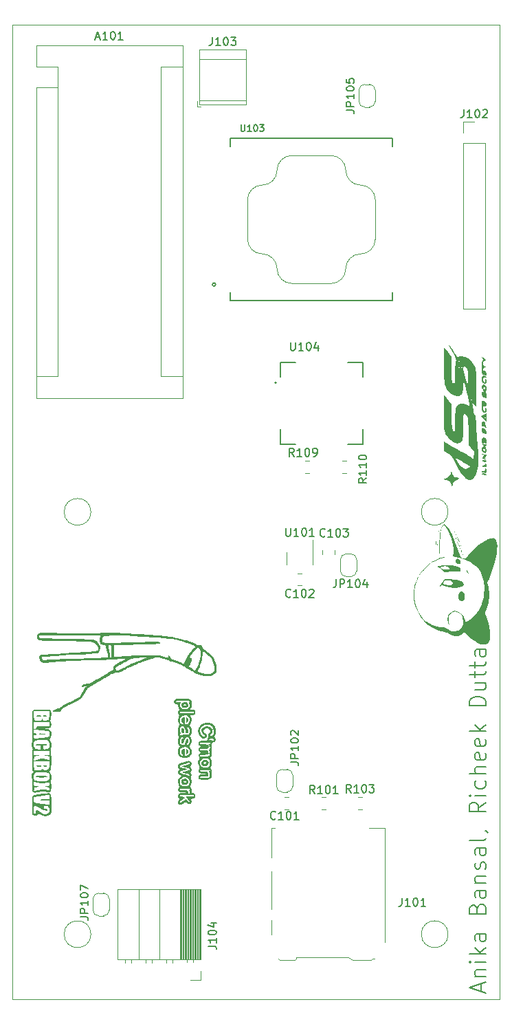
<source format=gbr>
%TF.GenerationSoftware,KiCad,Pcbnew,(6.0.11)*%
%TF.CreationDate,2023-06-04T21:12:16-05:00*%
%TF.ProjectId,Payload-Easy,5061796c-6f61-4642-9d45-6173792e6b69,1*%
%TF.SameCoordinates,Original*%
%TF.FileFunction,Legend,Top*%
%TF.FilePolarity,Positive*%
%FSLAX46Y46*%
G04 Gerber Fmt 4.6, Leading zero omitted, Abs format (unit mm)*
G04 Created by KiCad (PCBNEW (6.0.11)) date 2023-06-04 21:12:16*
%MOMM*%
%LPD*%
G01*
G04 APERTURE LIST*
%TA.AperFunction,Profile*%
%ADD10C,0.100000*%
%TD*%
%ADD11C,0.150000*%
%ADD12C,0.120000*%
%ADD13C,0.127000*%
%ADD14C,0.200000*%
%TA.AperFunction,Profile*%
%ADD15C,0.010000*%
%TD*%
G04 APERTURE END LIST*
D10*
X163650000Y-100000000D02*
G75*
G03*
X163650000Y-100000000I-1650000J0D01*
G01*
X163650000Y-152000000D02*
G75*
G03*
X163650000Y-152000000I-1650000J0D01*
G01*
X110000000Y-40000000D02*
X170000000Y-40000000D01*
X170000000Y-40000000D02*
X170000000Y-160000000D01*
X170000000Y-160000000D02*
X110000000Y-160000000D01*
X110000000Y-160000000D02*
X110000000Y-40000000D01*
X119650000Y-152000000D02*
G75*
G03*
X119650000Y-152000000I-1650000J0D01*
G01*
X119650000Y-100000000D02*
G75*
G03*
X119650000Y-100000000I-1650000J0D01*
G01*
D11*
X167719333Y-159017238D02*
X167719333Y-158064857D01*
X168290761Y-159207714D02*
X166290761Y-158541047D01*
X168290761Y-157874380D01*
X166957428Y-157207714D02*
X168290761Y-157207714D01*
X167147904Y-157207714D02*
X167052666Y-157112476D01*
X166957428Y-156922000D01*
X166957428Y-156636285D01*
X167052666Y-156445809D01*
X167243142Y-156350571D01*
X168290761Y-156350571D01*
X168290761Y-155398190D02*
X166957428Y-155398190D01*
X166290761Y-155398190D02*
X166386000Y-155493428D01*
X166481238Y-155398190D01*
X166386000Y-155302952D01*
X166290761Y-155398190D01*
X166481238Y-155398190D01*
X168290761Y-154445809D02*
X166290761Y-154445809D01*
X167528857Y-154255333D02*
X168290761Y-153683904D01*
X166957428Y-153683904D02*
X167719333Y-154445809D01*
X168290761Y-151969619D02*
X167243142Y-151969619D01*
X167052666Y-152064857D01*
X166957428Y-152255333D01*
X166957428Y-152636285D01*
X167052666Y-152826761D01*
X168195523Y-151969619D02*
X168290761Y-152160095D01*
X168290761Y-152636285D01*
X168195523Y-152826761D01*
X168005047Y-152922000D01*
X167814571Y-152922000D01*
X167624095Y-152826761D01*
X167528857Y-152636285D01*
X167528857Y-152160095D01*
X167433619Y-151969619D01*
X167243142Y-148826761D02*
X167338380Y-148541047D01*
X167433619Y-148445809D01*
X167624095Y-148350571D01*
X167909809Y-148350571D01*
X168100285Y-148445809D01*
X168195523Y-148541047D01*
X168290761Y-148731523D01*
X168290761Y-149493428D01*
X166290761Y-149493428D01*
X166290761Y-148826761D01*
X166386000Y-148636285D01*
X166481238Y-148541047D01*
X166671714Y-148445809D01*
X166862190Y-148445809D01*
X167052666Y-148541047D01*
X167147904Y-148636285D01*
X167243142Y-148826761D01*
X167243142Y-149493428D01*
X168290761Y-146636285D02*
X167243142Y-146636285D01*
X167052666Y-146731523D01*
X166957428Y-146922000D01*
X166957428Y-147302952D01*
X167052666Y-147493428D01*
X168195523Y-146636285D02*
X168290761Y-146826761D01*
X168290761Y-147302952D01*
X168195523Y-147493428D01*
X168005047Y-147588666D01*
X167814571Y-147588666D01*
X167624095Y-147493428D01*
X167528857Y-147302952D01*
X167528857Y-146826761D01*
X167433619Y-146636285D01*
X166957428Y-145683904D02*
X168290761Y-145683904D01*
X167147904Y-145683904D02*
X167052666Y-145588666D01*
X166957428Y-145398190D01*
X166957428Y-145112476D01*
X167052666Y-144922000D01*
X167243142Y-144826761D01*
X168290761Y-144826761D01*
X168195523Y-143969619D02*
X168290761Y-143779142D01*
X168290761Y-143398190D01*
X168195523Y-143207714D01*
X168005047Y-143112476D01*
X167909809Y-143112476D01*
X167719333Y-143207714D01*
X167624095Y-143398190D01*
X167624095Y-143683904D01*
X167528857Y-143874380D01*
X167338380Y-143969619D01*
X167243142Y-143969619D01*
X167052666Y-143874380D01*
X166957428Y-143683904D01*
X166957428Y-143398190D01*
X167052666Y-143207714D01*
X168290761Y-141398190D02*
X167243142Y-141398190D01*
X167052666Y-141493428D01*
X166957428Y-141683904D01*
X166957428Y-142064857D01*
X167052666Y-142255333D01*
X168195523Y-141398190D02*
X168290761Y-141588666D01*
X168290761Y-142064857D01*
X168195523Y-142255333D01*
X168005047Y-142350571D01*
X167814571Y-142350571D01*
X167624095Y-142255333D01*
X167528857Y-142064857D01*
X167528857Y-141588666D01*
X167433619Y-141398190D01*
X168290761Y-140160095D02*
X168195523Y-140350571D01*
X168005047Y-140445809D01*
X166290761Y-140445809D01*
X168195523Y-139302952D02*
X168290761Y-139302952D01*
X168481238Y-139398190D01*
X168576476Y-139493428D01*
X168290761Y-135779142D02*
X167338380Y-136445809D01*
X168290761Y-136922000D02*
X166290761Y-136922000D01*
X166290761Y-136160095D01*
X166386000Y-135969619D01*
X166481238Y-135874380D01*
X166671714Y-135779142D01*
X166957428Y-135779142D01*
X167147904Y-135874380D01*
X167243142Y-135969619D01*
X167338380Y-136160095D01*
X167338380Y-136922000D01*
X168290761Y-134922000D02*
X166957428Y-134922000D01*
X166290761Y-134922000D02*
X166386000Y-135017238D01*
X166481238Y-134922000D01*
X166386000Y-134826761D01*
X166290761Y-134922000D01*
X166481238Y-134922000D01*
X168195523Y-133112476D02*
X168290761Y-133302952D01*
X168290761Y-133683904D01*
X168195523Y-133874380D01*
X168100285Y-133969619D01*
X167909809Y-134064857D01*
X167338380Y-134064857D01*
X167147904Y-133969619D01*
X167052666Y-133874380D01*
X166957428Y-133683904D01*
X166957428Y-133302952D01*
X167052666Y-133112476D01*
X168290761Y-132255333D02*
X166290761Y-132255333D01*
X168290761Y-131398190D02*
X167243142Y-131398190D01*
X167052666Y-131493428D01*
X166957428Y-131683904D01*
X166957428Y-131969619D01*
X167052666Y-132160095D01*
X167147904Y-132255333D01*
X168195523Y-129683904D02*
X168290761Y-129874380D01*
X168290761Y-130255333D01*
X168195523Y-130445809D01*
X168005047Y-130541047D01*
X167243142Y-130541047D01*
X167052666Y-130445809D01*
X166957428Y-130255333D01*
X166957428Y-129874380D01*
X167052666Y-129683904D01*
X167243142Y-129588666D01*
X167433619Y-129588666D01*
X167624095Y-130541047D01*
X168195523Y-127969619D02*
X168290761Y-128160095D01*
X168290761Y-128541047D01*
X168195523Y-128731523D01*
X168005047Y-128826761D01*
X167243142Y-128826761D01*
X167052666Y-128731523D01*
X166957428Y-128541047D01*
X166957428Y-128160095D01*
X167052666Y-127969619D01*
X167243142Y-127874380D01*
X167433619Y-127874380D01*
X167624095Y-128826761D01*
X168290761Y-127017238D02*
X166290761Y-127017238D01*
X167528857Y-126826761D02*
X168290761Y-126255333D01*
X166957428Y-126255333D02*
X167719333Y-127017238D01*
X168290761Y-123874380D02*
X166290761Y-123874380D01*
X166290761Y-123398190D01*
X166386000Y-123112476D01*
X166576476Y-122922000D01*
X166766952Y-122826761D01*
X167147904Y-122731523D01*
X167433619Y-122731523D01*
X167814571Y-122826761D01*
X168005047Y-122922000D01*
X168195523Y-123112476D01*
X168290761Y-123398190D01*
X168290761Y-123874380D01*
X166957428Y-121017238D02*
X168290761Y-121017238D01*
X166957428Y-121874380D02*
X168005047Y-121874380D01*
X168195523Y-121779142D01*
X168290761Y-121588666D01*
X168290761Y-121302952D01*
X168195523Y-121112476D01*
X168100285Y-121017238D01*
X166957428Y-120350571D02*
X166957428Y-119588666D01*
X166290761Y-120064857D02*
X168005047Y-120064857D01*
X168195523Y-119969619D01*
X168290761Y-119779142D01*
X168290761Y-119588666D01*
X166957428Y-119207714D02*
X166957428Y-118445809D01*
X166290761Y-118922000D02*
X168005047Y-118922000D01*
X168195523Y-118826761D01*
X168290761Y-118636285D01*
X168290761Y-118445809D01*
X168290761Y-116922000D02*
X167243142Y-116922000D01*
X167052666Y-117017238D01*
X166957428Y-117207714D01*
X166957428Y-117588666D01*
X167052666Y-117779142D01*
X168195523Y-116922000D02*
X168290761Y-117112476D01*
X168290761Y-117588666D01*
X168195523Y-117779142D01*
X168005047Y-117874380D01*
X167814571Y-117874380D01*
X167624095Y-117779142D01*
X167528857Y-117588666D01*
X167528857Y-117112476D01*
X167433619Y-116922000D01*
%TO.C,C103*%
X148486952Y-102973142D02*
X148439333Y-103020761D01*
X148296476Y-103068380D01*
X148201238Y-103068380D01*
X148058380Y-103020761D01*
X147963142Y-102925523D01*
X147915523Y-102830285D01*
X147867904Y-102639809D01*
X147867904Y-102496952D01*
X147915523Y-102306476D01*
X147963142Y-102211238D01*
X148058380Y-102116000D01*
X148201238Y-102068380D01*
X148296476Y-102068380D01*
X148439333Y-102116000D01*
X148486952Y-102163619D01*
X149439333Y-103068380D02*
X148867904Y-103068380D01*
X149153619Y-103068380D02*
X149153619Y-102068380D01*
X149058380Y-102211238D01*
X148963142Y-102306476D01*
X148867904Y-102354095D01*
X150058380Y-102068380D02*
X150153619Y-102068380D01*
X150248857Y-102116000D01*
X150296476Y-102163619D01*
X150344095Y-102258857D01*
X150391714Y-102449333D01*
X150391714Y-102687428D01*
X150344095Y-102877904D01*
X150296476Y-102973142D01*
X150248857Y-103020761D01*
X150153619Y-103068380D01*
X150058380Y-103068380D01*
X149963142Y-103020761D01*
X149915523Y-102973142D01*
X149867904Y-102877904D01*
X149820285Y-102687428D01*
X149820285Y-102449333D01*
X149867904Y-102258857D01*
X149915523Y-102163619D01*
X149963142Y-102116000D01*
X150058380Y-102068380D01*
X150725047Y-102068380D02*
X151344095Y-102068380D01*
X151010761Y-102449333D01*
X151153619Y-102449333D01*
X151248857Y-102496952D01*
X151296476Y-102544571D01*
X151344095Y-102639809D01*
X151344095Y-102877904D01*
X151296476Y-102973142D01*
X151248857Y-103020761D01*
X151153619Y-103068380D01*
X150867904Y-103068380D01*
X150772666Y-103020761D01*
X150725047Y-102973142D01*
%TO.C,C102*%
X144255952Y-110426142D02*
X144208333Y-110473761D01*
X144065476Y-110521380D01*
X143970238Y-110521380D01*
X143827380Y-110473761D01*
X143732142Y-110378523D01*
X143684523Y-110283285D01*
X143636904Y-110092809D01*
X143636904Y-109949952D01*
X143684523Y-109759476D01*
X143732142Y-109664238D01*
X143827380Y-109569000D01*
X143970238Y-109521380D01*
X144065476Y-109521380D01*
X144208333Y-109569000D01*
X144255952Y-109616619D01*
X145208333Y-110521380D02*
X144636904Y-110521380D01*
X144922619Y-110521380D02*
X144922619Y-109521380D01*
X144827380Y-109664238D01*
X144732142Y-109759476D01*
X144636904Y-109807095D01*
X145827380Y-109521380D02*
X145922619Y-109521380D01*
X146017857Y-109569000D01*
X146065476Y-109616619D01*
X146113095Y-109711857D01*
X146160714Y-109902333D01*
X146160714Y-110140428D01*
X146113095Y-110330904D01*
X146065476Y-110426142D01*
X146017857Y-110473761D01*
X145922619Y-110521380D01*
X145827380Y-110521380D01*
X145732142Y-110473761D01*
X145684523Y-110426142D01*
X145636904Y-110330904D01*
X145589285Y-110140428D01*
X145589285Y-109902333D01*
X145636904Y-109711857D01*
X145684523Y-109616619D01*
X145732142Y-109569000D01*
X145827380Y-109521380D01*
X146541666Y-109616619D02*
X146589285Y-109569000D01*
X146684523Y-109521380D01*
X146922619Y-109521380D01*
X147017857Y-109569000D01*
X147065476Y-109616619D01*
X147113095Y-109711857D01*
X147113095Y-109807095D01*
X147065476Y-109949952D01*
X146494047Y-110521380D01*
X147113095Y-110521380D01*
%TO.C,R109*%
X144676952Y-93162380D02*
X144343619Y-92686190D01*
X144105523Y-93162380D02*
X144105523Y-92162380D01*
X144486476Y-92162380D01*
X144581714Y-92210000D01*
X144629333Y-92257619D01*
X144676952Y-92352857D01*
X144676952Y-92495714D01*
X144629333Y-92590952D01*
X144581714Y-92638571D01*
X144486476Y-92686190D01*
X144105523Y-92686190D01*
X145629333Y-93162380D02*
X145057904Y-93162380D01*
X145343619Y-93162380D02*
X145343619Y-92162380D01*
X145248380Y-92305238D01*
X145153142Y-92400476D01*
X145057904Y-92448095D01*
X146248380Y-92162380D02*
X146343619Y-92162380D01*
X146438857Y-92210000D01*
X146486476Y-92257619D01*
X146534095Y-92352857D01*
X146581714Y-92543333D01*
X146581714Y-92781428D01*
X146534095Y-92971904D01*
X146486476Y-93067142D01*
X146438857Y-93114761D01*
X146343619Y-93162380D01*
X146248380Y-93162380D01*
X146153142Y-93114761D01*
X146105523Y-93067142D01*
X146057904Y-92971904D01*
X146010285Y-92781428D01*
X146010285Y-92543333D01*
X146057904Y-92352857D01*
X146105523Y-92257619D01*
X146153142Y-92210000D01*
X146248380Y-92162380D01*
X147057904Y-93162380D02*
X147248380Y-93162380D01*
X147343619Y-93114761D01*
X147391238Y-93067142D01*
X147486476Y-92924285D01*
X147534095Y-92733809D01*
X147534095Y-92352857D01*
X147486476Y-92257619D01*
X147438857Y-92210000D01*
X147343619Y-92162380D01*
X147153142Y-92162380D01*
X147057904Y-92210000D01*
X147010285Y-92257619D01*
X146962666Y-92352857D01*
X146962666Y-92590952D01*
X147010285Y-92686190D01*
X147057904Y-92733809D01*
X147153142Y-92781428D01*
X147343619Y-92781428D01*
X147438857Y-92733809D01*
X147486476Y-92686190D01*
X147534095Y-92590952D01*
%TO.C,U104*%
X144242714Y-79131380D02*
X144242714Y-79940904D01*
X144290333Y-80036142D01*
X144337952Y-80083761D01*
X144433190Y-80131380D01*
X144623666Y-80131380D01*
X144718904Y-80083761D01*
X144766523Y-80036142D01*
X144814142Y-79940904D01*
X144814142Y-79131380D01*
X145814142Y-80131380D02*
X145242714Y-80131380D01*
X145528428Y-80131380D02*
X145528428Y-79131380D01*
X145433190Y-79274238D01*
X145337952Y-79369476D01*
X145242714Y-79417095D01*
X146433190Y-79131380D02*
X146528428Y-79131380D01*
X146623666Y-79179000D01*
X146671285Y-79226619D01*
X146718904Y-79321857D01*
X146766523Y-79512333D01*
X146766523Y-79750428D01*
X146718904Y-79940904D01*
X146671285Y-80036142D01*
X146623666Y-80083761D01*
X146528428Y-80131380D01*
X146433190Y-80131380D01*
X146337952Y-80083761D01*
X146290333Y-80036142D01*
X146242714Y-79940904D01*
X146195095Y-79750428D01*
X146195095Y-79512333D01*
X146242714Y-79321857D01*
X146290333Y-79226619D01*
X146337952Y-79179000D01*
X146433190Y-79131380D01*
X147623666Y-79464714D02*
X147623666Y-80131380D01*
X147385571Y-79083761D02*
X147147476Y-79798047D01*
X147766523Y-79798047D01*
%TO.C,JP107*%
X118324380Y-149867714D02*
X119038666Y-149867714D01*
X119181523Y-149915333D01*
X119276761Y-150010571D01*
X119324380Y-150153428D01*
X119324380Y-150248666D01*
X119324380Y-149391523D02*
X118324380Y-149391523D01*
X118324380Y-149010571D01*
X118372000Y-148915333D01*
X118419619Y-148867714D01*
X118514857Y-148820095D01*
X118657714Y-148820095D01*
X118752952Y-148867714D01*
X118800571Y-148915333D01*
X118848190Y-149010571D01*
X118848190Y-149391523D01*
X119324380Y-147867714D02*
X119324380Y-148439142D01*
X119324380Y-148153428D02*
X118324380Y-148153428D01*
X118467238Y-148248666D01*
X118562476Y-148343904D01*
X118610095Y-148439142D01*
X118324380Y-147248666D02*
X118324380Y-147153428D01*
X118372000Y-147058190D01*
X118419619Y-147010571D01*
X118514857Y-146962952D01*
X118705333Y-146915333D01*
X118943428Y-146915333D01*
X119133904Y-146962952D01*
X119229142Y-147010571D01*
X119276761Y-147058190D01*
X119324380Y-147153428D01*
X119324380Y-147248666D01*
X119276761Y-147343904D01*
X119229142Y-147391523D01*
X119133904Y-147439142D01*
X118943428Y-147486761D01*
X118705333Y-147486761D01*
X118514857Y-147439142D01*
X118419619Y-147391523D01*
X118372000Y-147343904D01*
X118324380Y-147248666D01*
X118324380Y-146582000D02*
X118324380Y-145915333D01*
X119324380Y-146343904D01*
%TO.C,R103*%
X151685452Y-134564380D02*
X151352119Y-134088190D01*
X151114023Y-134564380D02*
X151114023Y-133564380D01*
X151494976Y-133564380D01*
X151590214Y-133612000D01*
X151637833Y-133659619D01*
X151685452Y-133754857D01*
X151685452Y-133897714D01*
X151637833Y-133992952D01*
X151590214Y-134040571D01*
X151494976Y-134088190D01*
X151114023Y-134088190D01*
X152637833Y-134564380D02*
X152066404Y-134564380D01*
X152352119Y-134564380D02*
X152352119Y-133564380D01*
X152256880Y-133707238D01*
X152161642Y-133802476D01*
X152066404Y-133850095D01*
X153256880Y-133564380D02*
X153352119Y-133564380D01*
X153447357Y-133612000D01*
X153494976Y-133659619D01*
X153542595Y-133754857D01*
X153590214Y-133945333D01*
X153590214Y-134183428D01*
X153542595Y-134373904D01*
X153494976Y-134469142D01*
X153447357Y-134516761D01*
X153352119Y-134564380D01*
X153256880Y-134564380D01*
X153161642Y-134516761D01*
X153114023Y-134469142D01*
X153066404Y-134373904D01*
X153018785Y-134183428D01*
X153018785Y-133945333D01*
X153066404Y-133754857D01*
X153114023Y-133659619D01*
X153161642Y-133612000D01*
X153256880Y-133564380D01*
X153923547Y-133564380D02*
X154542595Y-133564380D01*
X154209261Y-133945333D01*
X154352119Y-133945333D01*
X154447357Y-133992952D01*
X154494976Y-134040571D01*
X154542595Y-134135809D01*
X154542595Y-134373904D01*
X154494976Y-134469142D01*
X154447357Y-134516761D01*
X154352119Y-134564380D01*
X154066404Y-134564380D01*
X153971166Y-134516761D01*
X153923547Y-134469142D01*
%TO.C,U103*%
X138134114Y-52338499D02*
X138134114Y-52986806D01*
X138172250Y-53063077D01*
X138210385Y-53101213D01*
X138286657Y-53139349D01*
X138439200Y-53139349D01*
X138515471Y-53101213D01*
X138553607Y-53063077D01*
X138591742Y-52986806D01*
X138591742Y-52338499D01*
X139392592Y-53139349D02*
X138934964Y-53139349D01*
X139163778Y-53139349D02*
X139163778Y-52338499D01*
X139087507Y-52452906D01*
X139011235Y-52529177D01*
X138934964Y-52567313D01*
X139888357Y-52338499D02*
X139964628Y-52338499D01*
X140040900Y-52376635D01*
X140079035Y-52414770D01*
X140117171Y-52491042D01*
X140155307Y-52643585D01*
X140155307Y-52834263D01*
X140117171Y-52986806D01*
X140079035Y-53063077D01*
X140040900Y-53101213D01*
X139964628Y-53139349D01*
X139888357Y-53139349D01*
X139812085Y-53101213D01*
X139773950Y-53063077D01*
X139735814Y-52986806D01*
X139697678Y-52834263D01*
X139697678Y-52643585D01*
X139735814Y-52491042D01*
X139773950Y-52414770D01*
X139812085Y-52376635D01*
X139888357Y-52338499D01*
X140422257Y-52338499D02*
X140918021Y-52338499D01*
X140651071Y-52643585D01*
X140765478Y-52643585D01*
X140841750Y-52681720D01*
X140879885Y-52719856D01*
X140918021Y-52796127D01*
X140918021Y-52986806D01*
X140879885Y-53063077D01*
X140841750Y-53101213D01*
X140765478Y-53139349D01*
X140536664Y-53139349D01*
X140460392Y-53101213D01*
X140422257Y-53063077D01*
%TO.C,R101*%
X147216952Y-134692380D02*
X146883619Y-134216190D01*
X146645523Y-134692380D02*
X146645523Y-133692380D01*
X147026476Y-133692380D01*
X147121714Y-133740000D01*
X147169333Y-133787619D01*
X147216952Y-133882857D01*
X147216952Y-134025714D01*
X147169333Y-134120952D01*
X147121714Y-134168571D01*
X147026476Y-134216190D01*
X146645523Y-134216190D01*
X148169333Y-134692380D02*
X147597904Y-134692380D01*
X147883619Y-134692380D02*
X147883619Y-133692380D01*
X147788380Y-133835238D01*
X147693142Y-133930476D01*
X147597904Y-133978095D01*
X148788380Y-133692380D02*
X148883619Y-133692380D01*
X148978857Y-133740000D01*
X149026476Y-133787619D01*
X149074095Y-133882857D01*
X149121714Y-134073333D01*
X149121714Y-134311428D01*
X149074095Y-134501904D01*
X149026476Y-134597142D01*
X148978857Y-134644761D01*
X148883619Y-134692380D01*
X148788380Y-134692380D01*
X148693142Y-134644761D01*
X148645523Y-134597142D01*
X148597904Y-134501904D01*
X148550285Y-134311428D01*
X148550285Y-134073333D01*
X148597904Y-133882857D01*
X148645523Y-133787619D01*
X148693142Y-133740000D01*
X148788380Y-133692380D01*
X150074095Y-134692380D02*
X149502666Y-134692380D01*
X149788380Y-134692380D02*
X149788380Y-133692380D01*
X149693142Y-133835238D01*
X149597904Y-133930476D01*
X149502666Y-133978095D01*
%TO.C,J103*%
X134604285Y-41564380D02*
X134604285Y-42278666D01*
X134556666Y-42421523D01*
X134461428Y-42516761D01*
X134318571Y-42564380D01*
X134223333Y-42564380D01*
X135604285Y-42564380D02*
X135032857Y-42564380D01*
X135318571Y-42564380D02*
X135318571Y-41564380D01*
X135223333Y-41707238D01*
X135128095Y-41802476D01*
X135032857Y-41850095D01*
X136223333Y-41564380D02*
X136318571Y-41564380D01*
X136413809Y-41612000D01*
X136461428Y-41659619D01*
X136509047Y-41754857D01*
X136556666Y-41945333D01*
X136556666Y-42183428D01*
X136509047Y-42373904D01*
X136461428Y-42469142D01*
X136413809Y-42516761D01*
X136318571Y-42564380D01*
X136223333Y-42564380D01*
X136128095Y-42516761D01*
X136080476Y-42469142D01*
X136032857Y-42373904D01*
X135985238Y-42183428D01*
X135985238Y-41945333D01*
X136032857Y-41754857D01*
X136080476Y-41659619D01*
X136128095Y-41612000D01*
X136223333Y-41564380D01*
X136890000Y-41564380D02*
X137509047Y-41564380D01*
X137175714Y-41945333D01*
X137318571Y-41945333D01*
X137413809Y-41992952D01*
X137461428Y-42040571D01*
X137509047Y-42135809D01*
X137509047Y-42373904D01*
X137461428Y-42469142D01*
X137413809Y-42516761D01*
X137318571Y-42564380D01*
X137032857Y-42564380D01*
X136937619Y-42516761D01*
X136890000Y-42469142D01*
%TO.C,A101*%
X120253333Y-41568666D02*
X120729523Y-41568666D01*
X120158095Y-41854380D02*
X120491428Y-40854380D01*
X120824761Y-41854380D01*
X121681904Y-41854380D02*
X121110476Y-41854380D01*
X121396190Y-41854380D02*
X121396190Y-40854380D01*
X121300952Y-40997238D01*
X121205714Y-41092476D01*
X121110476Y-41140095D01*
X122300952Y-40854380D02*
X122396190Y-40854380D01*
X122491428Y-40902000D01*
X122539047Y-40949619D01*
X122586666Y-41044857D01*
X122634285Y-41235333D01*
X122634285Y-41473428D01*
X122586666Y-41663904D01*
X122539047Y-41759142D01*
X122491428Y-41806761D01*
X122396190Y-41854380D01*
X122300952Y-41854380D01*
X122205714Y-41806761D01*
X122158095Y-41759142D01*
X122110476Y-41663904D01*
X122062857Y-41473428D01*
X122062857Y-41235333D01*
X122110476Y-41044857D01*
X122158095Y-40949619D01*
X122205714Y-40902000D01*
X122300952Y-40854380D01*
X123586666Y-41854380D02*
X123015238Y-41854380D01*
X123300952Y-41854380D02*
X123300952Y-40854380D01*
X123205714Y-40997238D01*
X123110476Y-41092476D01*
X123015238Y-41140095D01*
%TO.C,C101*%
X142383700Y-137771142D02*
X142336081Y-137818761D01*
X142193224Y-137866380D01*
X142097986Y-137866380D01*
X141955128Y-137818761D01*
X141859890Y-137723523D01*
X141812271Y-137628285D01*
X141764652Y-137437809D01*
X141764652Y-137294952D01*
X141812271Y-137104476D01*
X141859890Y-137009238D01*
X141955128Y-136914000D01*
X142097986Y-136866380D01*
X142193224Y-136866380D01*
X142336081Y-136914000D01*
X142383700Y-136961619D01*
X143336081Y-137866380D02*
X142764652Y-137866380D01*
X143050367Y-137866380D02*
X143050367Y-136866380D01*
X142955128Y-137009238D01*
X142859890Y-137104476D01*
X142764652Y-137152095D01*
X143955128Y-136866380D02*
X144050367Y-136866380D01*
X144145605Y-136914000D01*
X144193224Y-136961619D01*
X144240843Y-137056857D01*
X144288462Y-137247333D01*
X144288462Y-137485428D01*
X144240843Y-137675904D01*
X144193224Y-137771142D01*
X144145605Y-137818761D01*
X144050367Y-137866380D01*
X143955128Y-137866380D01*
X143859890Y-137818761D01*
X143812271Y-137771142D01*
X143764652Y-137675904D01*
X143717033Y-137485428D01*
X143717033Y-137247333D01*
X143764652Y-137056857D01*
X143812271Y-136961619D01*
X143859890Y-136914000D01*
X143955128Y-136866380D01*
X145240843Y-137866380D02*
X144669414Y-137866380D01*
X144955128Y-137866380D02*
X144955128Y-136866380D01*
X144859890Y-137009238D01*
X144764652Y-137104476D01*
X144669414Y-137152095D01*
%TO.C,J101*%
X157972285Y-147534380D02*
X157972285Y-148248666D01*
X157924666Y-148391523D01*
X157829428Y-148486761D01*
X157686571Y-148534380D01*
X157591333Y-148534380D01*
X158972285Y-148534380D02*
X158400857Y-148534380D01*
X158686571Y-148534380D02*
X158686571Y-147534380D01*
X158591333Y-147677238D01*
X158496095Y-147772476D01*
X158400857Y-147820095D01*
X159591333Y-147534380D02*
X159686571Y-147534380D01*
X159781809Y-147582000D01*
X159829428Y-147629619D01*
X159877047Y-147724857D01*
X159924666Y-147915333D01*
X159924666Y-148153428D01*
X159877047Y-148343904D01*
X159829428Y-148439142D01*
X159781809Y-148486761D01*
X159686571Y-148534380D01*
X159591333Y-148534380D01*
X159496095Y-148486761D01*
X159448476Y-148439142D01*
X159400857Y-148343904D01*
X159353238Y-148153428D01*
X159353238Y-147915333D01*
X159400857Y-147724857D01*
X159448476Y-147629619D01*
X159496095Y-147582000D01*
X159591333Y-147534380D01*
X160877047Y-148534380D02*
X160305619Y-148534380D01*
X160591333Y-148534380D02*
X160591333Y-147534380D01*
X160496095Y-147677238D01*
X160400857Y-147772476D01*
X160305619Y-147820095D01*
%TO.C,JP102*%
X144232380Y-130817714D02*
X144946666Y-130817714D01*
X145089523Y-130865333D01*
X145184761Y-130960571D01*
X145232380Y-131103428D01*
X145232380Y-131198666D01*
X145232380Y-130341523D02*
X144232380Y-130341523D01*
X144232380Y-129960571D01*
X144280000Y-129865333D01*
X144327619Y-129817714D01*
X144422857Y-129770095D01*
X144565714Y-129770095D01*
X144660952Y-129817714D01*
X144708571Y-129865333D01*
X144756190Y-129960571D01*
X144756190Y-130341523D01*
X145232380Y-128817714D02*
X145232380Y-129389142D01*
X145232380Y-129103428D02*
X144232380Y-129103428D01*
X144375238Y-129198666D01*
X144470476Y-129293904D01*
X144518095Y-129389142D01*
X144232380Y-128198666D02*
X144232380Y-128103428D01*
X144280000Y-128008190D01*
X144327619Y-127960571D01*
X144422857Y-127912952D01*
X144613333Y-127865333D01*
X144851428Y-127865333D01*
X145041904Y-127912952D01*
X145137142Y-127960571D01*
X145184761Y-128008190D01*
X145232380Y-128103428D01*
X145232380Y-128198666D01*
X145184761Y-128293904D01*
X145137142Y-128341523D01*
X145041904Y-128389142D01*
X144851428Y-128436761D01*
X144613333Y-128436761D01*
X144422857Y-128389142D01*
X144327619Y-128341523D01*
X144280000Y-128293904D01*
X144232380Y-128198666D01*
X144327619Y-127484380D02*
X144280000Y-127436761D01*
X144232380Y-127341523D01*
X144232380Y-127103428D01*
X144280000Y-127008190D01*
X144327619Y-126960571D01*
X144422857Y-126912952D01*
X144518095Y-126912952D01*
X144660952Y-126960571D01*
X145232380Y-127532000D01*
X145232380Y-126912952D01*
%TO.C,JP104*%
X149852285Y-108306380D02*
X149852285Y-109020666D01*
X149804666Y-109163523D01*
X149709428Y-109258761D01*
X149566571Y-109306380D01*
X149471333Y-109306380D01*
X150328476Y-109306380D02*
X150328476Y-108306380D01*
X150709428Y-108306380D01*
X150804666Y-108354000D01*
X150852285Y-108401619D01*
X150899904Y-108496857D01*
X150899904Y-108639714D01*
X150852285Y-108734952D01*
X150804666Y-108782571D01*
X150709428Y-108830190D01*
X150328476Y-108830190D01*
X151852285Y-109306380D02*
X151280857Y-109306380D01*
X151566571Y-109306380D02*
X151566571Y-108306380D01*
X151471333Y-108449238D01*
X151376095Y-108544476D01*
X151280857Y-108592095D01*
X152471333Y-108306380D02*
X152566571Y-108306380D01*
X152661809Y-108354000D01*
X152709428Y-108401619D01*
X152757047Y-108496857D01*
X152804666Y-108687333D01*
X152804666Y-108925428D01*
X152757047Y-109115904D01*
X152709428Y-109211142D01*
X152661809Y-109258761D01*
X152566571Y-109306380D01*
X152471333Y-109306380D01*
X152376095Y-109258761D01*
X152328476Y-109211142D01*
X152280857Y-109115904D01*
X152233238Y-108925428D01*
X152233238Y-108687333D01*
X152280857Y-108496857D01*
X152328476Y-108401619D01*
X152376095Y-108354000D01*
X152471333Y-108306380D01*
X153661809Y-108639714D02*
X153661809Y-109306380D01*
X153423714Y-108258761D02*
X153185619Y-108973047D01*
X153804666Y-108973047D01*
%TO.C,JP105*%
X151090380Y-50553714D02*
X151804666Y-50553714D01*
X151947523Y-50601333D01*
X152042761Y-50696571D01*
X152090380Y-50839428D01*
X152090380Y-50934666D01*
X152090380Y-50077523D02*
X151090380Y-50077523D01*
X151090380Y-49696571D01*
X151138000Y-49601333D01*
X151185619Y-49553714D01*
X151280857Y-49506095D01*
X151423714Y-49506095D01*
X151518952Y-49553714D01*
X151566571Y-49601333D01*
X151614190Y-49696571D01*
X151614190Y-50077523D01*
X152090380Y-48553714D02*
X152090380Y-49125142D01*
X152090380Y-48839428D02*
X151090380Y-48839428D01*
X151233238Y-48934666D01*
X151328476Y-49029904D01*
X151376095Y-49125142D01*
X151090380Y-47934666D02*
X151090380Y-47839428D01*
X151138000Y-47744190D01*
X151185619Y-47696571D01*
X151280857Y-47648952D01*
X151471333Y-47601333D01*
X151709428Y-47601333D01*
X151899904Y-47648952D01*
X151995142Y-47696571D01*
X152042761Y-47744190D01*
X152090380Y-47839428D01*
X152090380Y-47934666D01*
X152042761Y-48029904D01*
X151995142Y-48077523D01*
X151899904Y-48125142D01*
X151709428Y-48172761D01*
X151471333Y-48172761D01*
X151280857Y-48125142D01*
X151185619Y-48077523D01*
X151138000Y-48029904D01*
X151090380Y-47934666D01*
X151090380Y-46696571D02*
X151090380Y-47172761D01*
X151566571Y-47220380D01*
X151518952Y-47172761D01*
X151471333Y-47077523D01*
X151471333Y-46839428D01*
X151518952Y-46744190D01*
X151566571Y-46696571D01*
X151661809Y-46648952D01*
X151899904Y-46648952D01*
X151995142Y-46696571D01*
X152042761Y-46744190D01*
X152090380Y-46839428D01*
X152090380Y-47077523D01*
X152042761Y-47172761D01*
X151995142Y-47220380D01*
%TO.C,R110*%
X153614380Y-95861047D02*
X153138190Y-96194380D01*
X153614380Y-96432476D02*
X152614380Y-96432476D01*
X152614380Y-96051523D01*
X152662000Y-95956285D01*
X152709619Y-95908666D01*
X152804857Y-95861047D01*
X152947714Y-95861047D01*
X153042952Y-95908666D01*
X153090571Y-95956285D01*
X153138190Y-96051523D01*
X153138190Y-96432476D01*
X153614380Y-94908666D02*
X153614380Y-95480095D01*
X153614380Y-95194380D02*
X152614380Y-95194380D01*
X152757238Y-95289619D01*
X152852476Y-95384857D01*
X152900095Y-95480095D01*
X153614380Y-93956285D02*
X153614380Y-94527714D01*
X153614380Y-94242000D02*
X152614380Y-94242000D01*
X152757238Y-94337238D01*
X152852476Y-94432476D01*
X152900095Y-94527714D01*
X152614380Y-93337238D02*
X152614380Y-93242000D01*
X152662000Y-93146761D01*
X152709619Y-93099142D01*
X152804857Y-93051523D01*
X152995333Y-93003904D01*
X153233428Y-93003904D01*
X153423904Y-93051523D01*
X153519142Y-93099142D01*
X153566761Y-93146761D01*
X153614380Y-93242000D01*
X153614380Y-93337238D01*
X153566761Y-93432476D01*
X153519142Y-93480095D01*
X153423904Y-93527714D01*
X153233428Y-93575333D01*
X152995333Y-93575333D01*
X152804857Y-93527714D01*
X152709619Y-93480095D01*
X152662000Y-93432476D01*
X152614380Y-93337238D01*
%TO.C,J104*%
X134088380Y-153451714D02*
X134802666Y-153451714D01*
X134945523Y-153499333D01*
X135040761Y-153594571D01*
X135088380Y-153737428D01*
X135088380Y-153832666D01*
X135088380Y-152451714D02*
X135088380Y-153023142D01*
X135088380Y-152737428D02*
X134088380Y-152737428D01*
X134231238Y-152832666D01*
X134326476Y-152927904D01*
X134374095Y-153023142D01*
X134088380Y-151832666D02*
X134088380Y-151737428D01*
X134136000Y-151642190D01*
X134183619Y-151594571D01*
X134278857Y-151546952D01*
X134469333Y-151499333D01*
X134707428Y-151499333D01*
X134897904Y-151546952D01*
X134993142Y-151594571D01*
X135040761Y-151642190D01*
X135088380Y-151737428D01*
X135088380Y-151832666D01*
X135040761Y-151927904D01*
X134993142Y-151975523D01*
X134897904Y-152023142D01*
X134707428Y-152070761D01*
X134469333Y-152070761D01*
X134278857Y-152023142D01*
X134183619Y-151975523D01*
X134136000Y-151927904D01*
X134088380Y-151832666D01*
X134421714Y-150642190D02*
X135088380Y-150642190D01*
X134040761Y-150880285D02*
X134755047Y-151118380D01*
X134755047Y-150499333D01*
%TO.C,U101*%
X143660714Y-101991380D02*
X143660714Y-102800904D01*
X143708333Y-102896142D01*
X143755952Y-102943761D01*
X143851190Y-102991380D01*
X144041666Y-102991380D01*
X144136904Y-102943761D01*
X144184523Y-102896142D01*
X144232142Y-102800904D01*
X144232142Y-101991380D01*
X145232142Y-102991380D02*
X144660714Y-102991380D01*
X144946428Y-102991380D02*
X144946428Y-101991380D01*
X144851190Y-102134238D01*
X144755952Y-102229476D01*
X144660714Y-102277095D01*
X145851190Y-101991380D02*
X145946428Y-101991380D01*
X146041666Y-102039000D01*
X146089285Y-102086619D01*
X146136904Y-102181857D01*
X146184523Y-102372333D01*
X146184523Y-102610428D01*
X146136904Y-102800904D01*
X146089285Y-102896142D01*
X146041666Y-102943761D01*
X145946428Y-102991380D01*
X145851190Y-102991380D01*
X145755952Y-102943761D01*
X145708333Y-102896142D01*
X145660714Y-102800904D01*
X145613095Y-102610428D01*
X145613095Y-102372333D01*
X145660714Y-102181857D01*
X145708333Y-102086619D01*
X145755952Y-102039000D01*
X145851190Y-101991380D01*
X147136904Y-102991380D02*
X146565476Y-102991380D01*
X146851190Y-102991380D02*
X146851190Y-101991380D01*
X146755952Y-102134238D01*
X146660714Y-102229476D01*
X146565476Y-102277095D01*
%TO.C,J102*%
X165592285Y-50462380D02*
X165592285Y-51176666D01*
X165544666Y-51319523D01*
X165449428Y-51414761D01*
X165306571Y-51462380D01*
X165211333Y-51462380D01*
X166592285Y-51462380D02*
X166020857Y-51462380D01*
X166306571Y-51462380D02*
X166306571Y-50462380D01*
X166211333Y-50605238D01*
X166116095Y-50700476D01*
X166020857Y-50748095D01*
X167211333Y-50462380D02*
X167306571Y-50462380D01*
X167401809Y-50510000D01*
X167449428Y-50557619D01*
X167497047Y-50652857D01*
X167544666Y-50843333D01*
X167544666Y-51081428D01*
X167497047Y-51271904D01*
X167449428Y-51367142D01*
X167401809Y-51414761D01*
X167306571Y-51462380D01*
X167211333Y-51462380D01*
X167116095Y-51414761D01*
X167068476Y-51367142D01*
X167020857Y-51271904D01*
X166973238Y-51081428D01*
X166973238Y-50843333D01*
X167020857Y-50652857D01*
X167068476Y-50557619D01*
X167116095Y-50510000D01*
X167211333Y-50462380D01*
X167925619Y-50557619D02*
X167973238Y-50510000D01*
X168068476Y-50462380D01*
X168306571Y-50462380D01*
X168401809Y-50510000D01*
X168449428Y-50557619D01*
X168497047Y-50652857D01*
X168497047Y-50748095D01*
X168449428Y-50890952D01*
X167878000Y-51462380D01*
X168497047Y-51462380D01*
D12*
%TO.C,C103*%
X149666000Y-105250252D02*
X149666000Y-104727748D01*
X148196000Y-105250252D02*
X148196000Y-104727748D01*
%TO.C,C102*%
X145113748Y-107556000D02*
X145636252Y-107556000D01*
X145113748Y-109026000D02*
X145636252Y-109026000D01*
%TO.C,R109*%
X146531064Y-95223000D02*
X146076936Y-95223000D01*
X146531064Y-93753000D02*
X146076936Y-93753000D01*
D13*
%TO.C,U104*%
X153132000Y-91664000D02*
X153132000Y-89834000D01*
X144862000Y-91664000D02*
X143032000Y-91664000D01*
X151302000Y-81564000D02*
X153132000Y-81564000D01*
X143032000Y-81564000D02*
X144862000Y-81564000D01*
X153132000Y-81564000D02*
X153132000Y-83394000D01*
X143032000Y-81564000D02*
X143032000Y-83394000D01*
X153132000Y-91664000D02*
X151302000Y-91664000D01*
X143032000Y-91664000D02*
X143032000Y-89834000D01*
D14*
X142509000Y-84114000D02*
G75*
G03*
X142509000Y-84114000I-100000J0D01*
G01*
D12*
%TO.C,JP107*%
X120604000Y-146936000D02*
X121204000Y-146936000D01*
X121204000Y-149736000D02*
X120604000Y-149736000D01*
X121904000Y-147636000D02*
X121904000Y-149036000D01*
X119904000Y-149036000D02*
X119904000Y-147636000D01*
X121904000Y-147636000D02*
G75*
G03*
X121204000Y-146936000I-699999J1D01*
G01*
X121204000Y-149736000D02*
G75*
G03*
X121904000Y-149036000I0J700000D01*
G01*
X119904000Y-149036000D02*
G75*
G03*
X120604000Y-149736000I700000J0D01*
G01*
X120604000Y-146936000D02*
G75*
G03*
X119904000Y-147636000I-1J-699999D01*
G01*
%TO.C,R103*%
X152577436Y-136625000D02*
X153031564Y-136625000D01*
X152577436Y-135155000D02*
X153031564Y-135155000D01*
D13*
%TO.C,U103*%
X136812000Y-54008000D02*
X156812000Y-54008000D01*
X136812000Y-55008000D02*
X136812000Y-54008000D01*
X136812000Y-74008000D02*
X156812000Y-74008000D01*
X156812000Y-74008000D02*
X156812000Y-73008000D01*
X156812000Y-54008000D02*
X156812000Y-55008000D01*
X136812000Y-73008000D02*
X136812000Y-74008000D01*
D14*
X135012000Y-72008000D02*
G75*
G03*
X135012000Y-72008000I-200000J0D01*
G01*
D15*
X144397000Y-71883000D02*
X149227000Y-71883000D01*
X154687000Y-66423000D02*
X154687000Y-61593000D01*
X138937000Y-61593000D02*
X138937000Y-66423000D01*
X149227000Y-56133000D02*
X144397000Y-56133000D01*
X151047000Y-57953000D02*
G75*
G03*
X152867000Y-59773000I1820000J0D01*
G01*
X138937000Y-66423000D02*
G75*
G03*
X140757000Y-68243000I1820001J1D01*
G01*
X152867000Y-68243000D02*
G75*
G03*
X154687000Y-66423000I0J1820000D01*
G01*
X140757000Y-59773000D02*
G75*
G03*
X138937000Y-61593000I1J-1820001D01*
G01*
X149227000Y-71883000D02*
G75*
G03*
X151047000Y-70063000I0J1820000D01*
G01*
X140757000Y-59773000D02*
G75*
G03*
X142577000Y-57953000I-1J1820001D01*
G01*
X154687000Y-61593000D02*
G75*
G03*
X152867000Y-59773000I-1820000J0D01*
G01*
X142577000Y-70063000D02*
G75*
G03*
X144397000Y-71883000I1820001J1D01*
G01*
X151047000Y-57953000D02*
G75*
G03*
X149227000Y-56133000I-1820000J0D01*
G01*
X152867000Y-68243000D02*
G75*
G03*
X151047000Y-70063000I0J-1820000D01*
G01*
X144397000Y-56133000D02*
G75*
G03*
X142577000Y-57953000I1J-1820001D01*
G01*
X142577000Y-70063000D02*
G75*
G03*
X140757000Y-68243000I-1820001J-1D01*
G01*
D12*
%TO.C,R101*%
X148108936Y-136625000D02*
X148563064Y-136625000D01*
X148108936Y-135155000D02*
X148563064Y-135155000D01*
%TO.C,G\u002A\u002A\u002A*%
G36*
X131010273Y-126627052D02*
G01*
X131066356Y-126684634D01*
X131110292Y-126795931D01*
X131148414Y-126973486D01*
X131162508Y-127059740D01*
X131176697Y-127170554D01*
X131164619Y-127221817D01*
X131113146Y-127236493D01*
X131060988Y-127237289D01*
X130912149Y-127203912D01*
X130814151Y-127104896D01*
X130768340Y-126941919D01*
X130764881Y-126868265D01*
X130770211Y-126744507D01*
X130783749Y-126658321D01*
X130792732Y-126638496D01*
X130851356Y-126617865D01*
X130935710Y-126610645D01*
X131010273Y-126627052D01*
G37*
G36*
X131344911Y-132861503D02*
G01*
X131466071Y-132915468D01*
X131579298Y-133013208D01*
X131659787Y-133128605D01*
X131683960Y-133218506D01*
X131657339Y-133333641D01*
X131591572Y-133452006D01*
X131507801Y-133541346D01*
X131454612Y-133568371D01*
X131208494Y-133599911D01*
X131010168Y-133571121D01*
X130867423Y-133484748D01*
X130784857Y-133348007D01*
X130771195Y-133225262D01*
X131059735Y-133225262D01*
X131100688Y-133290372D01*
X131190617Y-133328402D01*
X131198535Y-133329453D01*
X131314279Y-133323713D01*
X131374153Y-133281526D01*
X131366363Y-133213498D01*
X131351219Y-133192185D01*
X131271139Y-133142758D01*
X131168237Y-133128040D01*
X131087111Y-133153889D01*
X131083722Y-133157045D01*
X131059735Y-133225262D01*
X130771195Y-133225262D01*
X130766920Y-133186858D01*
X130816175Y-133032828D01*
X130829075Y-133012915D01*
X130929087Y-132930592D01*
X131078624Y-132873954D01*
X131168237Y-132862429D01*
X131245234Y-132852526D01*
X131344911Y-132861503D01*
G37*
G36*
X114653809Y-134709168D02*
G01*
X114698785Y-134773014D01*
X114729544Y-134871715D01*
X114748901Y-135016189D01*
X114759671Y-135217355D01*
X114764666Y-135486131D01*
X114765798Y-135634982D01*
X114767691Y-135905546D01*
X114770133Y-136170219D01*
X114772890Y-136408447D01*
X114775732Y-136599674D01*
X114777852Y-136702797D01*
X114777606Y-136871834D01*
X114761935Y-136988311D01*
X114724265Y-137082750D01*
X114681000Y-137152512D01*
X114517425Y-137325581D01*
X114312069Y-137429690D01*
X114071623Y-137463933D01*
X113802780Y-137427403D01*
X113512233Y-137319194D01*
X113498800Y-137312646D01*
X113337701Y-137235632D01*
X113232782Y-137195104D01*
X113166267Y-137188667D01*
X113120382Y-137213927D01*
X113085425Y-137256975D01*
X112960724Y-137368680D01*
X112806387Y-137416333D01*
X112646540Y-137399253D01*
X112505312Y-137316760D01*
X112466402Y-137274428D01*
X112430033Y-137222082D01*
X112406410Y-137164024D01*
X112393795Y-137083499D01*
X112390448Y-136963755D01*
X112394631Y-136788037D01*
X112400439Y-136638893D01*
X112402384Y-136590834D01*
X112633921Y-136590834D01*
X112633960Y-136657849D01*
X112633960Y-137180053D01*
X112884618Y-137180053D01*
X112884618Y-136929395D01*
X112888709Y-136797181D01*
X112899340Y-136706354D01*
X112911627Y-136678737D01*
X112958190Y-136700081D01*
X113051957Y-136755554D01*
X113151840Y-136819570D01*
X113458565Y-137009623D01*
X113716025Y-137139789D01*
X113931613Y-137211592D01*
X114112717Y-137226556D01*
X114266729Y-137186206D01*
X114401039Y-137092064D01*
X114413631Y-137079789D01*
X114501013Y-136980944D01*
X114542964Y-136888589D01*
X114555340Y-136762855D01*
X114555671Y-136722616D01*
X114534826Y-136522299D01*
X114477260Y-136360974D01*
X114390422Y-136256936D01*
X114358779Y-136239200D01*
X114273285Y-136214177D01*
X114144655Y-136188247D01*
X114085687Y-136178962D01*
X113887250Y-136150624D01*
X113887250Y-136370505D01*
X113890030Y-136497732D01*
X113904255Y-136560332D01*
X113938755Y-136577192D01*
X113981247Y-136571582D01*
X114094597Y-136566134D01*
X114192530Y-136577828D01*
X114280669Y-136624124D01*
X114304166Y-136693599D01*
X114265649Y-136759876D01*
X114170762Y-136796250D01*
X114082929Y-136792963D01*
X113968780Y-136762287D01*
X113818564Y-136699949D01*
X113622526Y-136601681D01*
X113370915Y-136463213D01*
X113242540Y-136389865D01*
X113018702Y-136261640D01*
X112888071Y-136193840D01*
X113469487Y-136193840D01*
X113502154Y-136220777D01*
X113532151Y-136234305D01*
X113585945Y-136235173D01*
X113594816Y-136217886D01*
X113560959Y-136181980D01*
X113532151Y-136177421D01*
X113476413Y-136186359D01*
X113469487Y-136193840D01*
X112888071Y-136193840D01*
X112857777Y-136178117D01*
X112749396Y-136143862D01*
X112683188Y-136163440D01*
X112648786Y-136241417D01*
X112635820Y-136382360D01*
X112633921Y-136590834D01*
X112402384Y-136590834D01*
X112410928Y-136379700D01*
X112417825Y-136184034D01*
X112421168Y-136031947D01*
X112420999Y-135903491D01*
X112417359Y-135778720D01*
X112410288Y-135637685D01*
X112402743Y-135509000D01*
X112400922Y-135443520D01*
X112633960Y-135443520D01*
X112636410Y-135619509D01*
X112645955Y-135728931D01*
X112665894Y-135788687D01*
X112699522Y-135815677D01*
X112707069Y-135818293D01*
X112749396Y-135826208D01*
X112771100Y-135830267D01*
X112903101Y-135849461D01*
X113088000Y-135873870D01*
X113310725Y-135901492D01*
X113511263Y-135925164D01*
X113532151Y-135927610D01*
X113759556Y-135954241D01*
X113987960Y-135981766D01*
X114179748Y-136005664D01*
X114318192Y-136023858D01*
X114378122Y-136032711D01*
X114513895Y-136055878D01*
X114513895Y-135563160D01*
X114169240Y-135536330D01*
X113976989Y-135523266D01*
X113788927Y-135513643D01*
X113642238Y-135509325D01*
X113628613Y-135509250D01*
X113507778Y-135501579D01*
X113425737Y-135482430D01*
X113408923Y-135470623D01*
X113412442Y-135443442D01*
X113465227Y-135420542D01*
X113575407Y-135400547D01*
X113751112Y-135382083D01*
X114000471Y-135363775D01*
X114064799Y-135359707D01*
X114513895Y-135331914D01*
X114513895Y-134836793D01*
X114378122Y-134859191D01*
X114147268Y-134896293D01*
X113894026Y-134935352D01*
X113633415Y-134974233D01*
X113380454Y-135010801D01*
X113150161Y-135042921D01*
X112957558Y-135068456D01*
X112817661Y-135085273D01*
X112745951Y-135091237D01*
X112633960Y-135091237D01*
X112633960Y-135443520D01*
X112400922Y-135443520D01*
X112396499Y-135284450D01*
X112409876Y-135130404D01*
X112435822Y-135049460D01*
X112514947Y-134951479D01*
X112593407Y-134896027D01*
X112680498Y-134869306D01*
X112832843Y-134837220D01*
X113034552Y-134801871D01*
X113269738Y-134765362D01*
X113522512Y-134729797D01*
X113776986Y-134697278D01*
X114017272Y-134669909D01*
X114227481Y-134649791D01*
X114391724Y-134639029D01*
X114494114Y-134639724D01*
X114509950Y-134642364D01*
X114513895Y-134643660D01*
X114591802Y-134669258D01*
X114653809Y-134709168D01*
G37*
G36*
X134287262Y-126002393D02*
G01*
X134557419Y-126094084D01*
X134769517Y-126244913D01*
X134921835Y-126453251D01*
X135012648Y-126717468D01*
X135040287Y-126991831D01*
X135033035Y-127180471D01*
X135000229Y-127329642D01*
X134936265Y-127475016D01*
X134829161Y-127681454D01*
X134927613Y-127795912D01*
X135004172Y-127931925D01*
X135024285Y-128078639D01*
X134986748Y-128208113D01*
X134947454Y-128256337D01*
X134853322Y-128315969D01*
X134729433Y-128365830D01*
X134717684Y-128369217D01*
X134609193Y-128413934D01*
X134565684Y-128477466D01*
X134562515Y-128502987D01*
X134560741Y-128574596D01*
X134558412Y-128713503D01*
X134555761Y-128903457D01*
X134553020Y-129128205D01*
X134551258Y-129289226D01*
X134548105Y-129545703D01*
X134543509Y-129732938D01*
X134535501Y-129865239D01*
X134522113Y-129956915D01*
X134501377Y-130022274D01*
X134471324Y-130075625D01*
X134436598Y-130122721D01*
X134329182Y-130262009D01*
X134452022Y-130493810D01*
X134522322Y-130639396D01*
X134555499Y-130757962D01*
X134560513Y-130892180D01*
X134554866Y-130983602D01*
X134517330Y-131209210D01*
X134442852Y-131370810D01*
X134441500Y-131372720D01*
X134348129Y-131503847D01*
X134438042Y-131599556D01*
X134478459Y-131651463D01*
X134505380Y-131716442D01*
X134521998Y-131812392D01*
X134531504Y-131957210D01*
X134536797Y-132153316D01*
X134539598Y-132356461D01*
X134536464Y-132495675D01*
X134524080Y-132590536D01*
X134499131Y-132660626D01*
X134458303Y-132725524D01*
X134434535Y-132757372D01*
X134336048Y-132858810D01*
X134210589Y-132929806D01*
X134043644Y-132974564D01*
X133820703Y-132997285D01*
X133588305Y-133002421D01*
X133303289Y-132988752D01*
X133094046Y-132946312D01*
X132957151Y-132872949D01*
X132889179Y-132766511D01*
X132887462Y-132668210D01*
X133104355Y-132668210D01*
X133109312Y-132703617D01*
X133133453Y-132727308D01*
X133190688Y-132741625D01*
X133294926Y-132748906D01*
X133460074Y-132751492D01*
X133601043Y-132751763D01*
X133823233Y-132749732D01*
X133978085Y-132742296D01*
X134081746Y-132727441D01*
X134150364Y-132703153D01*
X134187182Y-132678655D01*
X134269340Y-132563138D01*
X134308471Y-132405763D01*
X134303713Y-132236804D01*
X134254205Y-132086535D01*
X134205899Y-132021117D01*
X134162309Y-131967649D01*
X134188212Y-131941070D01*
X134226850Y-131929771D01*
X134297614Y-131888432D01*
X134315868Y-131848700D01*
X134300729Y-131825425D01*
X134247954Y-131809065D01*
X134146503Y-131798566D01*
X133985338Y-131792875D01*
X133753421Y-131790939D01*
X133710112Y-131790908D01*
X133473933Y-131791490D01*
X133308684Y-131794396D01*
X133201744Y-131801367D01*
X133140493Y-131814144D01*
X133112311Y-131834468D01*
X133104576Y-131864079D01*
X133104355Y-131874460D01*
X133110156Y-131912700D01*
X133137707Y-131937089D01*
X133202228Y-131950713D01*
X133318943Y-131956659D01*
X133503072Y-131958011D01*
X133516484Y-131958013D01*
X133714174Y-131960330D01*
X133848502Y-131969539D01*
X133939582Y-131989027D01*
X134007533Y-132022182D01*
X134040859Y-132046305D01*
X134114869Y-132120218D01*
X134142105Y-132206715D01*
X134140489Y-132306430D01*
X134121082Y-132416185D01*
X134073476Y-132493288D01*
X133985430Y-132543144D01*
X133844700Y-132571158D01*
X133639047Y-132582734D01*
X133511674Y-132584042D01*
X133324347Y-132585533D01*
X133205257Y-132591429D01*
X133139099Y-132604894D01*
X133110568Y-132629090D01*
X133104357Y-132667179D01*
X133104355Y-132668210D01*
X132887462Y-132668210D01*
X132886704Y-132624848D01*
X132899703Y-132569909D01*
X132944006Y-132464120D01*
X133014938Y-132394873D01*
X133128293Y-132355123D01*
X133299866Y-132337827D01*
X133425656Y-132335329D01*
X133612491Y-132328514D01*
X133739581Y-132311141D01*
X133800216Y-132285319D01*
X133787685Y-132253158D01*
X133748231Y-132233937D01*
X133674858Y-132221193D01*
X133545928Y-132212113D01*
X133390159Y-132208671D01*
X133230633Y-132205383D01*
X133127564Y-132190307D01*
X133053948Y-132155623D01*
X132982782Y-132093513D01*
X132978811Y-132089554D01*
X132902564Y-132001615D01*
X132878971Y-131923491D01*
X132894781Y-131814869D01*
X132936442Y-131698189D01*
X132993102Y-131614059D01*
X133002345Y-131606303D01*
X133039493Y-131571502D01*
X133047653Y-131526909D01*
X133023970Y-131451039D01*
X132965591Y-131322410D01*
X132964260Y-131319595D01*
X132875324Y-131065566D01*
X132871310Y-130994740D01*
X133111690Y-130994740D01*
X133162860Y-131185027D01*
X133199799Y-131252082D01*
X133337843Y-131386983D01*
X133523347Y-131469483D01*
X133710112Y-131491683D01*
X133735009Y-131494642D01*
X133951524Y-131457520D01*
X134002973Y-131438323D01*
X134159749Y-131332903D01*
X134262479Y-131182516D01*
X134311910Y-131005273D01*
X134308789Y-130819286D01*
X134253862Y-130642665D01*
X134147877Y-130493522D01*
X133991580Y-130389967D01*
X133959242Y-130377925D01*
X133756067Y-130343097D01*
X133549550Y-130363416D01*
X133362760Y-130432063D01*
X133218769Y-130542221D01*
X133169751Y-130611252D01*
X133113403Y-130791002D01*
X133111690Y-130994740D01*
X132871310Y-130994740D01*
X132861768Y-130826376D01*
X132922992Y-130582104D01*
X132940737Y-130538771D01*
X132989755Y-130417030D01*
X133005028Y-130340852D01*
X132988334Y-130280178D01*
X132958922Y-130231356D01*
X132889404Y-130064363D01*
X132899741Y-129905903D01*
X132988682Y-129766729D01*
X133015966Y-129742010D01*
X133149617Y-129630433D01*
X133048295Y-129564044D01*
X132944115Y-129456928D01*
X132894126Y-129323151D01*
X132896333Y-129184711D01*
X132948740Y-129063610D01*
X133049351Y-128981845D01*
X133102633Y-128965085D01*
X133202289Y-128931512D01*
X133223136Y-128891517D01*
X133163497Y-128853086D01*
X133128318Y-128842716D01*
X132991057Y-128770641D01*
X132905648Y-128648286D01*
X132886244Y-128535094D01*
X132890577Y-128507771D01*
X133104355Y-128507771D01*
X133107269Y-128551708D01*
X133125664Y-128581094D01*
X133174019Y-128599522D01*
X133266812Y-128610586D01*
X133418523Y-128617878D01*
X133567338Y-128622656D01*
X133799786Y-128633862D01*
X133961281Y-128655259D01*
X134064347Y-128693439D01*
X134121505Y-128754999D01*
X134145277Y-128846534D01*
X134148763Y-128928860D01*
X134141857Y-129021145D01*
X134112621Y-129085005D01*
X134048284Y-129125576D01*
X133936070Y-129147994D01*
X133763206Y-129157397D01*
X133576428Y-129159000D01*
X133104355Y-129159000D01*
X133104355Y-129367882D01*
X133561526Y-129367882D01*
X133763996Y-129369080D01*
X133899712Y-129374666D01*
X133985460Y-129387623D01*
X134038027Y-129410936D01*
X134074198Y-129447591D01*
X134083730Y-129460730D01*
X134133012Y-129576818D01*
X134146633Y-129710216D01*
X134123223Y-129824110D01*
X134098631Y-129860842D01*
X134026728Y-129886911D01*
X133873696Y-129903595D01*
X133641452Y-129910710D01*
X133576428Y-129910974D01*
X133104355Y-129910974D01*
X133104355Y-130128656D01*
X133602314Y-130113811D01*
X133756067Y-130108377D01*
X133816281Y-130106249D01*
X133964123Y-130096363D01*
X134063261Y-130080747D01*
X134131117Y-130055992D01*
X134185111Y-130018690D01*
X134212079Y-129994526D01*
X134280857Y-129918060D01*
X134308977Y-129837986D01*
X134307493Y-129718249D01*
X134305080Y-129691225D01*
X134278829Y-129554302D01*
X134234712Y-129442291D01*
X134214120Y-129412633D01*
X134167859Y-129351146D01*
X134177301Y-129302643D01*
X134228917Y-129245951D01*
X134294128Y-129129720D01*
X134315833Y-128978912D01*
X134292034Y-128831466D01*
X134254532Y-128759666D01*
X134199198Y-128669285D01*
X134208185Y-128624402D01*
X134253204Y-128615908D01*
X134303603Y-128579592D01*
X134315868Y-128511467D01*
X134315868Y-128407026D01*
X133104355Y-128407026D01*
X133104355Y-128507771D01*
X132890577Y-128507771D01*
X132908739Y-128393249D01*
X132973041Y-128289250D01*
X133088219Y-128218454D01*
X133104355Y-128214563D01*
X133263343Y-128176222D01*
X133507484Y-128157911D01*
X133626559Y-128156244D01*
X133960770Y-128155654D01*
X133999170Y-128030980D01*
X134190539Y-128030980D01*
X134225652Y-128065104D01*
X134284536Y-128086839D01*
X134380374Y-128105632D01*
X134519086Y-128127627D01*
X134597858Y-128138526D01*
X134724966Y-128153071D01*
X134790055Y-128148530D01*
X134813876Y-128117220D01*
X134817184Y-128057310D01*
X134812414Y-127996167D01*
X134784912Y-127963344D01*
X134714887Y-127950048D01*
X134582551Y-127947491D01*
X134569943Y-127947487D01*
X134364430Y-127955889D01*
X134238816Y-127981384D01*
X134191121Y-128024408D01*
X134190539Y-128030980D01*
X133999170Y-128030980D01*
X134034647Y-127915797D01*
X134075887Y-127754671D01*
X134102355Y-127598820D01*
X134107755Y-127520733D01*
X134131911Y-127377087D01*
X134216014Y-127241835D01*
X134232316Y-127222784D01*
X134335849Y-127062760D01*
X134360885Y-126918162D01*
X134312288Y-126798799D01*
X134194926Y-126714481D01*
X134013665Y-126675017D01*
X133959749Y-126673309D01*
X133808387Y-126682553D01*
X133705201Y-126717249D01*
X133629925Y-126774588D01*
X133541067Y-126890942D01*
X133531615Y-127003995D01*
X133602560Y-127121127D01*
X133686932Y-127198695D01*
X133832628Y-127350342D01*
X133903759Y-127505503D01*
X133899161Y-127654705D01*
X133817668Y-127788473D01*
X133765092Y-127834190D01*
X133619840Y-127894224D01*
X133454367Y-127875680D01*
X133273469Y-127779698D01*
X133166351Y-127691753D01*
X132994997Y-127479395D01*
X132890426Y-127227863D01*
X132862690Y-127005789D01*
X133107290Y-127005789D01*
X133134831Y-127210996D01*
X133161636Y-127290852D01*
X133234141Y-127414321D01*
X133333045Y-127524451D01*
X133442160Y-127610382D01*
X133545298Y-127661255D01*
X133626269Y-127666211D01*
X133664781Y-127628362D01*
X133685683Y-127543155D01*
X133656188Y-127487013D01*
X133561997Y-127436001D01*
X133545781Y-127429134D01*
X133399830Y-127328430D01*
X133308614Y-127183769D01*
X133271598Y-127013857D01*
X133288247Y-126837397D01*
X133358028Y-126673093D01*
X133480405Y-126539651D01*
X133572766Y-126484895D01*
X133813931Y-126413259D01*
X134058376Y-126407818D01*
X134286331Y-126465611D01*
X134478026Y-126583674D01*
X134522560Y-126627183D01*
X134586731Y-126716239D01*
X134618205Y-126823619D01*
X134627000Y-126969910D01*
X134623462Y-127109167D01*
X134599698Y-127200578D01*
X134540946Y-127279673D01*
X134470018Y-127347727D01*
X134373595Y-127455175D01*
X134329354Y-127545492D01*
X134339630Y-127605501D01*
X134406753Y-127622028D01*
X134421824Y-127619950D01*
X134556200Y-127555088D01*
X134569943Y-127539243D01*
X134681225Y-127410943D01*
X134738077Y-127312062D01*
X134806004Y-127091987D01*
X134798637Y-126861210D01*
X134719839Y-126635782D01*
X134573469Y-126431754D01*
X134512183Y-126372897D01*
X134322045Y-126256902D01*
X134098648Y-126200251D01*
X133860935Y-126199555D01*
X133627850Y-126251424D01*
X133418338Y-126352468D01*
X133251341Y-126499297D01*
X133177529Y-126611710D01*
X133121840Y-126792465D01*
X133107290Y-127005789D01*
X132862690Y-127005789D01*
X132856023Y-126952404D01*
X132895171Y-126668261D01*
X132920931Y-126585943D01*
X133045601Y-126351590D01*
X133231951Y-126170985D01*
X133475607Y-126046715D01*
X133772192Y-125981364D01*
X133860935Y-125976707D01*
X133960770Y-125971467D01*
X134287262Y-126002393D01*
G37*
G36*
X131503034Y-125311650D02*
G01*
X131602468Y-125409579D01*
X131668036Y-125544167D01*
X131683960Y-125650928D01*
X131655906Y-125731280D01*
X131587294Y-125830379D01*
X131501451Y-125921360D01*
X131421703Y-125977362D01*
X131394740Y-125984000D01*
X131370717Y-125943561D01*
X131355433Y-125826855D01*
X131349765Y-125640795D01*
X131349750Y-125628901D01*
X131353916Y-125468439D01*
X131365034Y-125345714D01*
X131381033Y-125279902D01*
X131388109Y-125273803D01*
X131503034Y-125311650D01*
G37*
G36*
X133996931Y-130603928D02*
G01*
X134102941Y-130710810D01*
X134147132Y-130873664D01*
X134148763Y-130920132D01*
X134125038Y-131070795D01*
X134043090Y-131190175D01*
X134041411Y-131191861D01*
X133972347Y-131251736D01*
X133900727Y-131281163D01*
X133797437Y-131287310D01*
X133680098Y-131280843D01*
X133521659Y-131262251D01*
X133421170Y-131228992D01*
X133353240Y-131172338D01*
X133348799Y-131166964D01*
X133285457Y-131032186D01*
X133279332Y-130940319D01*
X133534806Y-130940319D01*
X133607249Y-130998002D01*
X133712839Y-131024675D01*
X133804682Y-131000953D01*
X133854010Y-130936391D01*
X133856329Y-130915260D01*
X133823703Y-130836280D01*
X133736674Y-130807882D01*
X133626196Y-130830190D01*
X133538954Y-130882529D01*
X133534806Y-130940319D01*
X133279332Y-130940319D01*
X133274900Y-130873839D01*
X133316594Y-130727788D01*
X133356169Y-130671330D01*
X133488543Y-130576968D01*
X133662132Y-130541217D01*
X133736674Y-130545508D01*
X133827093Y-130550713D01*
X133996931Y-130603928D01*
G37*
G36*
X114126134Y-125068449D02*
G01*
X114194879Y-125082924D01*
X114215625Y-125114177D01*
X114213507Y-125138030D01*
X114186573Y-125183501D01*
X114115303Y-125205668D01*
X113991691Y-125211138D01*
X113861252Y-125204741D01*
X113793723Y-125181161D01*
X113769874Y-125138030D01*
X113773194Y-125096153D01*
X113815629Y-125073983D01*
X113914875Y-125065688D01*
X113991691Y-125064921D01*
X114126134Y-125068449D01*
G37*
G36*
X131503034Y-129196848D02*
G01*
X131602468Y-129294776D01*
X131668036Y-129429364D01*
X131683960Y-129536126D01*
X131655906Y-129616478D01*
X131587294Y-129715576D01*
X131501451Y-129806558D01*
X131421703Y-129862559D01*
X131394740Y-129869197D01*
X131370717Y-129828759D01*
X131355433Y-129712052D01*
X131349765Y-129525992D01*
X131349750Y-129514099D01*
X131353916Y-129353636D01*
X131365034Y-129230911D01*
X131381033Y-129165100D01*
X131388109Y-129159000D01*
X131503034Y-129196848D01*
G37*
G36*
X113529128Y-127284510D02*
G01*
X113689752Y-127297434D01*
X113837872Y-127315475D01*
X113953999Y-127335971D01*
X114018642Y-127356263D01*
X114024010Y-127367897D01*
X113969071Y-127386506D01*
X113852069Y-127406518D01*
X113694362Y-127424583D01*
X113625019Y-127430486D01*
X113450515Y-127442911D01*
X113343044Y-127445543D01*
X113286383Y-127435635D01*
X113264311Y-127410441D01*
X113260605Y-127368781D01*
X113279830Y-127301695D01*
X113352280Y-127279827D01*
X113375490Y-127279363D01*
X113529128Y-127284510D01*
G37*
G36*
X113376458Y-125067321D02*
G01*
X113463973Y-125077364D01*
X113500871Y-125099318D01*
X113503586Y-125137450D01*
X113503476Y-125138030D01*
X113477409Y-125181705D01*
X113407812Y-125207685D01*
X113276458Y-125221981D01*
X113243186Y-125223863D01*
X113073934Y-125221878D01*
X112973483Y-125191468D01*
X112930569Y-125128085D01*
X112927034Y-125096253D01*
X112964964Y-125080884D01*
X113065463Y-125069710D01*
X113207570Y-125064958D01*
X113221892Y-125064921D01*
X113376458Y-125067321D01*
G37*
G36*
X114055132Y-131194771D02*
G01*
X114157932Y-131207570D01*
X114211881Y-131224312D01*
X114211987Y-131224417D01*
X114216317Y-131274842D01*
X114206159Y-131310985D01*
X114151784Y-131352156D01*
X114050427Y-131369602D01*
X113933045Y-131364990D01*
X113830595Y-131339988D01*
X113774036Y-131296264D01*
X113771297Y-131287555D01*
X113773323Y-131216829D01*
X113782599Y-131199287D01*
X113834568Y-131188704D01*
X113936379Y-131187841D01*
X114055132Y-131194771D01*
G37*
G36*
X113862465Y-132502402D02*
G01*
X114033359Y-132507138D01*
X114145497Y-132516585D01*
X114211263Y-132532013D01*
X114243043Y-132554692D01*
X114248821Y-132565571D01*
X114257577Y-132634941D01*
X114248677Y-132654920D01*
X114194312Y-132669904D01*
X114075512Y-132682900D01*
X113911382Y-132693307D01*
X113721028Y-132700527D01*
X113523556Y-132703958D01*
X113338070Y-132703001D01*
X113183677Y-132697056D01*
X113112054Y-132690614D01*
X112971852Y-132660978D01*
X112893189Y-132619026D01*
X112883183Y-132572000D01*
X112948950Y-132527140D01*
X112950700Y-132526463D01*
X113014643Y-132517379D01*
X113145198Y-132509736D01*
X113325427Y-132504175D01*
X113538392Y-132501337D01*
X113620432Y-132501105D01*
X113862465Y-132502402D01*
G37*
G36*
X113243686Y-131192690D02*
G01*
X113369860Y-131197112D01*
X113462536Y-131204552D01*
X113494512Y-131212713D01*
X113496281Y-131270876D01*
X113486041Y-131306710D01*
X113431880Y-131345906D01*
X113325208Y-131368913D01*
X113195665Y-131374786D01*
X113072890Y-131362574D01*
X112986524Y-131331330D01*
X112976526Y-131323013D01*
X112933337Y-131259336D01*
X112928238Y-131209497D01*
X112936839Y-131202521D01*
X112999908Y-131194897D01*
X113111279Y-131191786D01*
X113243686Y-131192690D01*
G37*
G36*
X123797129Y-114939270D02*
G01*
X123969686Y-114949419D01*
X124054093Y-114955361D01*
X124324905Y-114975250D01*
X124561616Y-114992050D01*
X124781698Y-115006825D01*
X125002623Y-115020639D01*
X125241864Y-115034555D01*
X125516891Y-115049636D01*
X125845179Y-115066946D01*
X126127710Y-115081560D01*
X126428546Y-115098873D01*
X126733660Y-115119669D01*
X127021562Y-115142254D01*
X127270760Y-115164931D01*
X127459762Y-115186004D01*
X127472151Y-115187639D01*
X127684400Y-115213258D01*
X127892204Y-115233473D01*
X128065511Y-115245577D01*
X128140572Y-115247821D01*
X128348656Y-115256585D01*
X128618832Y-115280445D01*
X128931596Y-115316513D01*
X129267444Y-115361905D01*
X129606874Y-115413737D01*
X129930381Y-115469122D01*
X130218461Y-115525176D01*
X130451613Y-115579014D01*
X130533608Y-115601808D01*
X130705629Y-115651562D01*
X130930406Y-115713812D01*
X131179626Y-115780842D01*
X131424974Y-115844938D01*
X131440555Y-115848932D01*
X131836584Y-115962440D01*
X132185638Y-116091695D01*
X132524284Y-116251328D01*
X132738472Y-116368222D01*
X132791662Y-116393272D01*
X132856727Y-116423915D01*
X132947800Y-116431452D01*
X133005213Y-116415209D01*
X133118043Y-116396649D01*
X133212965Y-116437002D01*
X133340837Y-116559157D01*
X133394293Y-116714028D01*
X133396789Y-116763495D01*
X133430208Y-116810844D01*
X133471979Y-116845142D01*
X133517708Y-116882689D01*
X133637003Y-116961383D01*
X133869082Y-117114294D01*
X134106485Y-117294756D01*
X134333987Y-117488958D01*
X134536365Y-117683086D01*
X134698391Y-117863327D01*
X134804842Y-118015869D01*
X134810059Y-118025612D01*
X134985677Y-118436543D01*
X135093084Y-118858486D01*
X135127018Y-119237719D01*
X135124442Y-119432547D01*
X135112056Y-119567820D01*
X135085819Y-119667336D01*
X135041688Y-119754894D01*
X135038227Y-119760539D01*
X134870182Y-119956650D01*
X134643816Y-120108639D01*
X134375911Y-120209000D01*
X134083248Y-120250228D01*
X133949294Y-120247584D01*
X133603239Y-120205784D01*
X133260515Y-120126788D01*
X132908132Y-120005636D01*
X132533097Y-119837371D01*
X132122419Y-119617034D01*
X132110954Y-119610212D01*
X132795461Y-119610212D01*
X132796832Y-119670236D01*
X132836140Y-119709280D01*
X132856184Y-119719943D01*
X133137263Y-119830486D01*
X133448454Y-119909855D01*
X133756419Y-119951336D01*
X134002546Y-119950792D01*
X134132289Y-119941312D01*
X134279063Y-119933448D01*
X134290504Y-119932973D01*
X134393017Y-119918301D01*
X134485185Y-119874006D01*
X134592170Y-119785671D01*
X134656047Y-119723521D01*
X134858960Y-119520607D01*
X134858960Y-119218074D01*
X134845628Y-118989804D01*
X134808169Y-118808894D01*
X134790758Y-118763011D01*
X134726881Y-118621292D01*
X134656775Y-118467310D01*
X134644541Y-118440629D01*
X134595627Y-118311766D01*
X134568480Y-118196794D01*
X134566526Y-118170196D01*
X134534736Y-118079733D01*
X134437175Y-117954030D01*
X134315303Y-117830558D01*
X134197139Y-117725438D01*
X134051402Y-117606419D01*
X133894025Y-117485207D01*
X133740943Y-117373510D01*
X133608091Y-117283033D01*
X133511404Y-117225485D01*
X133471979Y-117210974D01*
X133456042Y-117249159D01*
X133437061Y-117349913D01*
X133418826Y-117492532D01*
X133416736Y-117512785D01*
X133392038Y-117706290D01*
X133355232Y-117934634D01*
X133313858Y-118151450D01*
X133309749Y-118170762D01*
X133240721Y-118480093D01*
X133179573Y-118724164D01*
X133120648Y-118920163D01*
X133058292Y-119085279D01*
X132986849Y-119236702D01*
X132917665Y-119362454D01*
X132834810Y-119513016D01*
X132795461Y-119610212D01*
X132110954Y-119610212D01*
X131809491Y-119430826D01*
X131514854Y-119252563D01*
X131267004Y-119110156D01*
X131096323Y-119019755D01*
X131698374Y-119019755D01*
X131698953Y-119028243D01*
X131738760Y-119068555D01*
X131832127Y-119135471D01*
X131959533Y-119215098D01*
X131970667Y-119221634D01*
X132112456Y-119307941D01*
X132234160Y-119388155D01*
X132309075Y-119444622D01*
X132385595Y-119496379D01*
X132456165Y-119498241D01*
X132529039Y-119443395D01*
X132612472Y-119325024D01*
X132714717Y-119136313D01*
X132737466Y-119090908D01*
X132822869Y-118909448D01*
X132894475Y-118739704D01*
X132942782Y-118605160D01*
X132957170Y-118547816D01*
X132980654Y-118425433D01*
X133017256Y-118264664D01*
X133045877Y-118150941D01*
X133133660Y-117731657D01*
X133161413Y-117365586D01*
X133151512Y-117187581D01*
X133132361Y-117048462D01*
X133102259Y-116964059D01*
X133044654Y-116905723D01*
X132958453Y-116853415D01*
X132791662Y-116760170D01*
X132666019Y-116848697D01*
X132399084Y-117078930D01*
X132166958Y-117372608D01*
X132135227Y-117421543D01*
X132038652Y-117565251D01*
X131939995Y-117698310D01*
X131878074Y-117772298D01*
X131806111Y-117860808D01*
X131769849Y-117926666D01*
X131775382Y-117954519D01*
X131811127Y-117940924D01*
X131873898Y-117942148D01*
X131957344Y-117981198D01*
X132030061Y-118051692D01*
X132057943Y-118154645D01*
X132059947Y-118211849D01*
X132044796Y-118382081D01*
X132003781Y-118510941D01*
X131943559Y-118581437D01*
X131911949Y-118589592D01*
X131865070Y-118614068D01*
X131870655Y-118669052D01*
X131859156Y-118766778D01*
X131791327Y-118867490D01*
X131726422Y-118954738D01*
X131698374Y-119019755D01*
X131096323Y-119019755D01*
X131043953Y-118992017D01*
X130823710Y-118886561D01*
X130597660Y-118788030D01*
X131352342Y-118788030D01*
X131376105Y-118836447D01*
X131391526Y-118840250D01*
X131423661Y-118804707D01*
X131433303Y-118742284D01*
X131463339Y-118640016D01*
X131516855Y-118568704D01*
X131577683Y-118492580D01*
X131600866Y-118421720D01*
X131579392Y-118382490D01*
X131566862Y-118380710D01*
X131530726Y-118414870D01*
X131477040Y-118499398D01*
X131419983Y-118607371D01*
X131373736Y-118711864D01*
X131352478Y-118785955D01*
X131352342Y-118788030D01*
X130597660Y-118788030D01*
X130584287Y-118782201D01*
X130556000Y-118770359D01*
X130394803Y-118701545D01*
X130261797Y-118641881D01*
X130176861Y-118600417D01*
X130159125Y-118589730D01*
X130094310Y-118563154D01*
X129982357Y-118535728D01*
X129938770Y-118527805D01*
X129828586Y-118503689D01*
X129674711Y-118459566D01*
X129468418Y-118392617D01*
X129200981Y-118300025D01*
X128905835Y-118194264D01*
X128636930Y-118104293D01*
X128366623Y-118027039D01*
X128115645Y-117967529D01*
X127904727Y-117930790D01*
X127779447Y-117921171D01*
X127601606Y-117935072D01*
X127388841Y-117978950D01*
X127128457Y-118056072D01*
X126807759Y-118169700D01*
X126796131Y-118174061D01*
X126579715Y-118253237D01*
X126331692Y-118340813D01*
X126100084Y-118419878D01*
X126065046Y-118431504D01*
X125877009Y-118496046D01*
X125698643Y-118561560D01*
X125559267Y-118617130D01*
X125521954Y-118633683D01*
X125415522Y-118681759D01*
X125255242Y-118752140D01*
X125064279Y-118834726D01*
X124896925Y-118906217D01*
X124687335Y-118998484D01*
X124461436Y-119103404D01*
X124235619Y-119212770D01*
X124026274Y-119318374D01*
X123849789Y-119412009D01*
X123722555Y-119485467D01*
X123673640Y-119518814D01*
X123500795Y-119625573D01*
X123279492Y-119719345D01*
X123044820Y-119787706D01*
X122831870Y-119818235D01*
X122827381Y-119818398D01*
X122672162Y-119828280D01*
X122541180Y-119844925D01*
X122472283Y-119861669D01*
X122313231Y-119928937D01*
X122164854Y-119997247D01*
X122011846Y-120074802D01*
X121838903Y-120169802D01*
X121630722Y-120290448D01*
X121371997Y-120444941D01*
X121278114Y-120501608D01*
X121039830Y-120644867D01*
X120811845Y-120780439D01*
X120608935Y-120899649D01*
X120445880Y-120993823D01*
X120337457Y-121054287D01*
X120328160Y-121059211D01*
X120191968Y-121135647D01*
X120019711Y-121239314D01*
X119844303Y-121350294D01*
X119810348Y-121372533D01*
X119644108Y-121480821D01*
X119480251Y-121585273D01*
X119348691Y-121666875D01*
X119325088Y-121681039D01*
X119238300Y-121740851D01*
X119163582Y-121816424D01*
X119088267Y-121924831D01*
X118999686Y-122083144D01*
X118938485Y-122202099D01*
X118768629Y-122520053D01*
X118617920Y-122764902D01*
X118487822Y-122934565D01*
X118379796Y-123026960D01*
X118349582Y-123040036D01*
X118245100Y-123086288D01*
X118190210Y-123123193D01*
X118124979Y-123167062D01*
X118007631Y-123235726D01*
X117860577Y-123316208D01*
X117820033Y-123337577D01*
X117501030Y-123503640D01*
X117196014Y-123661151D01*
X116915887Y-123804569D01*
X116671553Y-123928354D01*
X116473914Y-124026967D01*
X116333873Y-124094868D01*
X116289235Y-124115404D01*
X116130020Y-124222253D01*
X115970006Y-124397335D01*
X115955178Y-124417207D01*
X115861548Y-124533896D01*
X115778502Y-124618445D01*
X115725408Y-124651979D01*
X115595736Y-124655674D01*
X115477107Y-124641932D01*
X115400957Y-124615141D01*
X115391173Y-124605342D01*
X115334016Y-124587835D01*
X115217042Y-124606963D01*
X115206018Y-124609936D01*
X115092786Y-124633395D01*
X115031285Y-124621472D01*
X115010071Y-124598497D01*
X114977330Y-124528561D01*
X114995994Y-124467990D01*
X115005875Y-124451952D01*
X115067498Y-124405827D01*
X115191685Y-124348198D01*
X115359647Y-124286614D01*
X115552596Y-124228624D01*
X115579191Y-124221572D01*
X115705705Y-124172826D01*
X115806197Y-124107693D01*
X115820297Y-124093520D01*
X115943426Y-123987663D01*
X116138619Y-123870818D01*
X116352053Y-123766390D01*
X116478001Y-123702646D01*
X116579635Y-123640726D01*
X116608300Y-123618570D01*
X116676337Y-123576383D01*
X116800938Y-123515499D01*
X116960314Y-123446235D01*
X117040362Y-123413986D01*
X117241939Y-123327797D01*
X117450541Y-123227201D01*
X117627815Y-123130934D01*
X117661417Y-123110569D01*
X117810956Y-123021345D01*
X117952285Y-122943920D01*
X118051417Y-122896559D01*
X118159728Y-122842659D01*
X118245802Y-122768839D01*
X118326612Y-122655922D01*
X118419130Y-122484734D01*
X118423351Y-122476329D01*
X118489870Y-122347603D01*
X118545313Y-122247290D01*
X118572238Y-122204783D01*
X118619364Y-122145729D01*
X118692778Y-122053873D01*
X118711785Y-122030107D01*
X118780591Y-121917102D01*
X118815698Y-121806671D01*
X118816855Y-121788974D01*
X118835104Y-121709418D01*
X118900452Y-121634378D01*
X119013028Y-121554790D01*
X119120501Y-121484593D01*
X119163278Y-121447339D01*
X119148147Y-121432718D01*
X119094916Y-121430382D01*
X118984799Y-121449525D01*
X118852067Y-121497159D01*
X118816855Y-121513934D01*
X118669492Y-121578531D01*
X118571674Y-121591463D01*
X118507501Y-121553008D01*
X118485730Y-121519699D01*
X118470106Y-121447742D01*
X118518425Y-121377108D01*
X118536480Y-121360566D01*
X118681883Y-121260571D01*
X118858204Y-121197399D01*
X119086318Y-121164632D01*
X119192842Y-121158745D01*
X119417849Y-121135055D01*
X119621316Y-121075698D01*
X119828471Y-120970739D01*
X120049256Y-120821507D01*
X120160596Y-120747797D01*
X120304728Y-120662408D01*
X120383467Y-120619303D01*
X120527255Y-120540649D01*
X120661772Y-120462584D01*
X120717678Y-120427916D01*
X120809189Y-120372519D01*
X120950833Y-120291159D01*
X121119055Y-120197251D01*
X121210825Y-120147039D01*
X121395800Y-120044817D01*
X121578405Y-119940892D01*
X121729379Y-119852027D01*
X121778283Y-119821993D01*
X121934184Y-119728511D01*
X122112964Y-119627489D01*
X122208244Y-119576315D01*
X122438566Y-119455965D01*
X122403048Y-119265850D01*
X122398231Y-119230191D01*
X122660432Y-119230191D01*
X122680897Y-119295097D01*
X122731352Y-119394266D01*
X122745842Y-119418737D01*
X122810953Y-119509234D01*
X122872181Y-119539647D01*
X122944123Y-119530374D01*
X123034606Y-119499430D01*
X123176065Y-119442129D01*
X123344554Y-119369099D01*
X123516125Y-119290965D01*
X123666833Y-119218355D01*
X123767349Y-119165057D01*
X123851143Y-119118330D01*
X123975406Y-119051228D01*
X124059783Y-119006465D01*
X124220260Y-118919027D01*
X124399013Y-118817391D01*
X124489828Y-118763929D01*
X124615995Y-118693558D01*
X124718931Y-118645488D01*
X124768025Y-118631368D01*
X124826165Y-118616754D01*
X124945845Y-118576691D01*
X125111063Y-118516845D01*
X125305818Y-118442884D01*
X125361500Y-118421187D01*
X125582052Y-118335133D01*
X125797066Y-118251874D01*
X125983296Y-118180371D01*
X126117498Y-118129585D01*
X126127710Y-118125787D01*
X126338252Y-118046251D01*
X126469676Y-117990615D01*
X126521189Y-117955363D01*
X126491997Y-117936979D01*
X126381306Y-117931944D01*
X126188323Y-117936743D01*
X126085934Y-117940708D01*
X125725113Y-117955793D01*
X125436223Y-117969935D01*
X125207689Y-117984958D01*
X125027935Y-118002686D01*
X124885387Y-118024942D01*
X124768468Y-118053550D01*
X124665604Y-118090334D01*
X124565219Y-118137117D01*
X124455737Y-118195723D01*
X124451128Y-118198271D01*
X124262007Y-118298476D01*
X124060547Y-118398270D01*
X123885874Y-118478373D01*
X123862958Y-118488103D01*
X123719271Y-118552246D01*
X123601169Y-118612285D01*
X123537579Y-118652767D01*
X123467213Y-118698186D01*
X123347892Y-118760619D01*
X123231237Y-118814945D01*
X123066374Y-118897557D01*
X122909705Y-118993275D01*
X122778416Y-119089596D01*
X122689692Y-119174017D01*
X122660432Y-119230191D01*
X122398231Y-119230191D01*
X122386077Y-119140230D01*
X122399668Y-119058688D01*
X122451069Y-118985067D01*
X122461683Y-118973347D01*
X122582456Y-118866897D01*
X122766633Y-118737017D01*
X123000449Y-118592302D01*
X123270135Y-118441345D01*
X123516691Y-118314835D01*
X123934454Y-118109164D01*
X123621131Y-118096023D01*
X123437693Y-118096687D01*
X123209453Y-118109497D01*
X122973876Y-118131988D01*
X122869158Y-118145504D01*
X122687172Y-118165518D01*
X122433315Y-118184572D01*
X122119270Y-118202064D01*
X121756716Y-118217394D01*
X121357336Y-118229961D01*
X121114553Y-118235724D01*
X120544444Y-118248975D01*
X119939116Y-118265384D01*
X119319995Y-118284245D01*
X118708504Y-118304851D01*
X118126069Y-118326497D01*
X117594115Y-118348476D01*
X117333796Y-118360311D01*
X116804582Y-118385744D01*
X116353857Y-118408382D01*
X115976616Y-118428533D01*
X115667853Y-118446507D01*
X115422561Y-118462611D01*
X115235736Y-118477155D01*
X115102371Y-118490446D01*
X115017461Y-118502794D01*
X115015210Y-118503232D01*
X114900342Y-118519588D01*
X114725499Y-118536975D01*
X114514205Y-118553343D01*
X114289980Y-118566642D01*
X114284125Y-118566931D01*
X114059686Y-118577092D01*
X113900888Y-118580525D01*
X113789968Y-118575487D01*
X113709162Y-118560232D01*
X113640706Y-118533018D01*
X113575911Y-118497403D01*
X113462708Y-118414321D01*
X113382154Y-118304822D01*
X113322878Y-118171612D01*
X113277431Y-118030593D01*
X113252768Y-117908572D01*
X113252019Y-117851396D01*
X113300098Y-117740393D01*
X113385471Y-117641964D01*
X113480412Y-117585929D01*
X113502446Y-117582036D01*
X113612656Y-117574753D01*
X113725518Y-117568123D01*
X113855941Y-117561447D01*
X114018833Y-117554026D01*
X114229101Y-117545158D01*
X114501652Y-117534145D01*
X114639224Y-117528674D01*
X114950247Y-117514141D01*
X115313399Y-117493630D01*
X115697632Y-117469113D01*
X116071901Y-117442557D01*
X116372941Y-117418681D01*
X116709809Y-117391360D01*
X117082320Y-117363082D01*
X117460070Y-117336029D01*
X117812655Y-117312384D01*
X118085770Y-117295683D01*
X118561110Y-117268422D01*
X118960307Y-117245105D01*
X119290648Y-117225107D01*
X119559417Y-117207802D01*
X119773899Y-117192566D01*
X119941380Y-117178772D01*
X120069145Y-117165797D01*
X120164479Y-117153015D01*
X120234668Y-117139799D01*
X120286996Y-117125526D01*
X120328750Y-117109570D01*
X120345969Y-117101703D01*
X120450283Y-117039438D01*
X120519803Y-116975045D01*
X120525834Y-116965314D01*
X120550654Y-116867802D01*
X120547096Y-116758349D01*
X120516654Y-116682702D01*
X120516610Y-116682658D01*
X120492153Y-116620582D01*
X120487908Y-116575295D01*
X120455157Y-116490263D01*
X120368672Y-116380292D01*
X120246106Y-116263859D01*
X120105113Y-116159444D01*
X120070145Y-116138020D01*
X119945495Y-116082349D01*
X119781942Y-116031067D01*
X119673270Y-116006561D01*
X119583389Y-115997269D01*
X119415503Y-115987431D01*
X119175157Y-115977206D01*
X118867896Y-115966749D01*
X118499263Y-115956218D01*
X118074804Y-115945770D01*
X117600064Y-115935562D01*
X117080586Y-115925750D01*
X116521917Y-115916492D01*
X116456493Y-115915486D01*
X115887262Y-115906760D01*
X115395481Y-115899009D01*
X114975058Y-115891968D01*
X114619899Y-115885370D01*
X114323912Y-115878952D01*
X114081004Y-115872448D01*
X113885081Y-115865592D01*
X113730052Y-115858120D01*
X113609822Y-115849766D01*
X113518298Y-115840265D01*
X113449389Y-115829352D01*
X113397001Y-115816762D01*
X113355041Y-115802229D01*
X113317415Y-115785489D01*
X113302381Y-115778197D01*
X113139684Y-115663285D01*
X113034119Y-115515119D01*
X112992628Y-115350971D01*
X112997243Y-115325520D01*
X113260605Y-115325520D01*
X113285358Y-115419692D01*
X113312826Y-115466288D01*
X113332332Y-115486062D01*
X113362170Y-115503392D01*
X113408167Y-115518583D01*
X113476146Y-115531938D01*
X113571934Y-115543763D01*
X113701357Y-115554362D01*
X113870240Y-115564040D01*
X114084408Y-115573102D01*
X114349688Y-115581853D01*
X114671905Y-115590596D01*
X115056884Y-115599638D01*
X115510451Y-115609281D01*
X116038432Y-115619832D01*
X116372941Y-115626331D01*
X116913823Y-115636798D01*
X117378539Y-115645907D01*
X117774460Y-115653882D01*
X118108959Y-115660946D01*
X118389406Y-115667324D01*
X118623174Y-115673240D01*
X118817633Y-115678919D01*
X118980157Y-115684584D01*
X119118115Y-115690460D01*
X119238880Y-115696770D01*
X119349823Y-115703740D01*
X119458316Y-115711593D01*
X119571731Y-115720553D01*
X119631493Y-115725429D01*
X119929919Y-115763607D01*
X120163774Y-115830156D01*
X120350165Y-115935844D01*
X120506200Y-116091439D01*
X120648985Y-116307709D01*
X120697152Y-116396210D01*
X120769791Y-116546016D01*
X120804508Y-116657548D01*
X120808909Y-116762589D01*
X120801002Y-116830179D01*
X120741400Y-117067198D01*
X120645163Y-117246563D01*
X120534826Y-117347508D01*
X120436957Y-117382046D01*
X120268127Y-117415426D01*
X120040926Y-117445427D01*
X119902530Y-117459076D01*
X119641566Y-117482193D01*
X119353085Y-117507730D01*
X119078300Y-117532039D01*
X118918848Y-117546135D01*
X118709425Y-117560813D01*
X118444861Y-117573661D01*
X118153565Y-117583599D01*
X117863946Y-117589547D01*
X117749111Y-117590598D01*
X117480978Y-117594031D01*
X117210926Y-117601080D01*
X116963320Y-117610869D01*
X116762524Y-117622521D01*
X116686263Y-117628871D01*
X116438412Y-117652523D01*
X116149036Y-117679315D01*
X115843126Y-117707006D01*
X115545673Y-117733359D01*
X115281667Y-117756135D01*
X115077875Y-117772953D01*
X114942922Y-117782106D01*
X114748070Y-117793315D01*
X114516906Y-117805313D01*
X114273019Y-117816831D01*
X114211016Y-117819565D01*
X113972283Y-117830598D01*
X113804591Y-117841015D01*
X113695480Y-117853041D01*
X113632486Y-117868899D01*
X113603147Y-117890813D01*
X113595002Y-117921007D01*
X113594816Y-117929512D01*
X113615323Y-118022529D01*
X113664972Y-118133667D01*
X113667924Y-118138827D01*
X113741033Y-118264935D01*
X114075243Y-118232735D01*
X114296885Y-118214426D01*
X114544440Y-118198520D01*
X114743664Y-118189276D01*
X114966972Y-118180769D01*
X115206343Y-118169994D01*
X115446827Y-118157820D01*
X115673472Y-118145113D01*
X115871327Y-118132741D01*
X116025439Y-118121570D01*
X116120858Y-118112468D01*
X116144399Y-118108028D01*
X116189583Y-118104539D01*
X116309479Y-118100079D01*
X116495255Y-118094850D01*
X116738078Y-118089058D01*
X117029116Y-118082907D01*
X117359538Y-118076601D01*
X117720509Y-118070345D01*
X117899004Y-118067466D01*
X118273047Y-118061156D01*
X118622160Y-118054453D01*
X118937261Y-118047591D01*
X119209270Y-118040806D01*
X119429105Y-118034332D01*
X119587684Y-118028403D01*
X119675926Y-118023253D01*
X119690326Y-118021234D01*
X119749568Y-118013933D01*
X119877706Y-118005364D01*
X120060104Y-117996267D01*
X120282130Y-117987384D01*
X120497131Y-117980378D01*
X120750507Y-117972311D01*
X120985367Y-117963636D01*
X121184619Y-117955073D01*
X121331168Y-117947347D01*
X121399153Y-117942235D01*
X121532463Y-117930406D01*
X121647046Y-117923741D01*
X121652952Y-117923578D01*
X121708387Y-117917506D01*
X121735062Y-117889388D01*
X121738968Y-117819174D01*
X121726094Y-117686816D01*
X121725430Y-117680957D01*
X121698576Y-117505569D01*
X121660846Y-117328811D01*
X121639990Y-117252750D01*
X121601766Y-117118286D01*
X121555099Y-116938649D01*
X121509420Y-116750287D01*
X121504848Y-116730546D01*
X121455415Y-116515911D01*
X121786252Y-116515911D01*
X121788015Y-116624590D01*
X121814476Y-116730226D01*
X121822963Y-116748095D01*
X121847867Y-116822381D01*
X121877206Y-116950017D01*
X121907308Y-117108483D01*
X121934497Y-117275255D01*
X121955103Y-117427814D01*
X121965450Y-117543636D01*
X121961919Y-117600115D01*
X121955538Y-117660631D01*
X121966341Y-117764149D01*
X121969206Y-117780258D01*
X121997327Y-117878798D01*
X122042512Y-117914234D01*
X122088231Y-117913321D01*
X122124547Y-117904548D01*
X122150129Y-117881534D01*
X122167276Y-117831108D01*
X122178288Y-117740103D01*
X122185462Y-117595349D01*
X122191099Y-117383677D01*
X122192610Y-117315414D01*
X122194326Y-117065750D01*
X122188711Y-116846472D01*
X122176564Y-116675522D01*
X122159601Y-116573885D01*
X122121206Y-116471015D01*
X122069339Y-116426711D01*
X121976253Y-116417224D01*
X121873619Y-116424957D01*
X121812356Y-116443707D01*
X121810824Y-116445074D01*
X121786252Y-116515911D01*
X121455415Y-116515911D01*
X121427875Y-116396335D01*
X121197073Y-116371510D01*
X121010773Y-116345246D01*
X120890986Y-116304583D01*
X120820678Y-116234037D01*
X120782818Y-116118121D01*
X120763977Y-115977769D01*
X120750488Y-115766543D01*
X120751347Y-115748364D01*
X121050701Y-115748364D01*
X121053516Y-115893450D01*
X121068373Y-116012773D01*
X121093078Y-116075464D01*
X121134064Y-116090104D01*
X121227231Y-116101596D01*
X121376575Y-116109978D01*
X121586091Y-116115287D01*
X121859774Y-116117560D01*
X121976253Y-116117313D01*
X122201619Y-116116835D01*
X122615621Y-116113149D01*
X123105775Y-116106540D01*
X123579355Y-116098755D01*
X123909795Y-116093128D01*
X124223883Y-116088069D01*
X124508911Y-116083763D01*
X124752173Y-116080389D01*
X124940962Y-116078133D01*
X125062571Y-116077175D01*
X125083303Y-116077165D01*
X125198229Y-116074594D01*
X125378672Y-116067018D01*
X125606804Y-116055347D01*
X125864800Y-116040492D01*
X126127710Y-116023836D01*
X126396677Y-116008205D01*
X126652295Y-115997394D01*
X126877000Y-115991841D01*
X127053229Y-115991982D01*
X127162141Y-115998089D01*
X127288785Y-116010503D01*
X127377375Y-116011932D01*
X127401829Y-116006483D01*
X127455536Y-115994798D01*
X127567744Y-115991464D01*
X127713961Y-115995182D01*
X127869695Y-116004655D01*
X128010453Y-116018583D01*
X128111743Y-116035668D01*
X128141270Y-116045677D01*
X128207823Y-116114631D01*
X128200292Y-116193020D01*
X128143418Y-116243328D01*
X128085567Y-116253091D01*
X127954347Y-116263638D01*
X127759935Y-116274514D01*
X127512504Y-116285266D01*
X127222231Y-116295442D01*
X126899290Y-116304589D01*
X126629026Y-116310763D01*
X126282415Y-116318132D01*
X125955965Y-116325591D01*
X125660723Y-116332848D01*
X125407737Y-116339611D01*
X125208054Y-116345588D01*
X125072723Y-116350487D01*
X125020638Y-116353237D01*
X124935266Y-116357150D01*
X124779075Y-116361622D01*
X124564798Y-116366396D01*
X124305163Y-116371216D01*
X124012904Y-116375824D01*
X123700749Y-116379963D01*
X123690985Y-116380080D01*
X123340673Y-116385719D01*
X123042412Y-116393497D01*
X122802936Y-116403099D01*
X122628977Y-116414212D01*
X122527269Y-116426523D01*
X122502830Y-116435392D01*
X122494207Y-116489132D01*
X122486524Y-116611727D01*
X122480331Y-116788477D01*
X122476184Y-117004687D01*
X122474753Y-117182192D01*
X122472283Y-117887557D01*
X122639388Y-117860011D01*
X122738053Y-117848390D01*
X122901621Y-117834246D01*
X123111533Y-117818972D01*
X123349231Y-117803961D01*
X123495803Y-117795748D01*
X123756716Y-117780256D01*
X124015739Y-117762068D01*
X124249409Y-117743021D01*
X124434264Y-117724954D01*
X124498434Y-117717214D01*
X124639641Y-117704163D01*
X124851091Y-117692248D01*
X125119479Y-117681628D01*
X125431502Y-117672463D01*
X125773856Y-117664910D01*
X126133236Y-117659131D01*
X126381306Y-117656501D01*
X126496338Y-117655282D01*
X126849859Y-117653524D01*
X127180493Y-117654014D01*
X127474938Y-117656913D01*
X127719888Y-117662379D01*
X127902041Y-117670570D01*
X127965868Y-117675786D01*
X128175417Y-117706971D01*
X128394820Y-117754420D01*
X128579398Y-117808343D01*
X128592513Y-117813082D01*
X128748426Y-117868291D01*
X128888187Y-117913744D01*
X128975063Y-117937965D01*
X129087181Y-117967091D01*
X129157472Y-117989992D01*
X129204744Y-118000463D01*
X129198977Y-117963414D01*
X129179927Y-117925928D01*
X129151162Y-117819857D01*
X129169910Y-117726901D01*
X129228011Y-117675283D01*
X129253305Y-117672099D01*
X129315108Y-117705906D01*
X129395735Y-117788160D01*
X129475407Y-117893209D01*
X129534346Y-117995401D01*
X129553368Y-118061259D01*
X129589467Y-118107606D01*
X129679226Y-118154149D01*
X129710030Y-118164669D01*
X130044004Y-118268416D01*
X130305582Y-118353167D01*
X130502982Y-118421885D01*
X130644424Y-118477531D01*
X130738126Y-118523069D01*
X130779084Y-118550020D01*
X130895909Y-118618713D01*
X131003385Y-118656092D01*
X131073528Y-118663655D01*
X131122478Y-118640709D01*
X131168126Y-118570824D01*
X131219840Y-118457288D01*
X131474021Y-117927863D01*
X131566862Y-117771398D01*
X131747499Y-117466971D01*
X132036935Y-117079755D01*
X132279273Y-116825052D01*
X132392283Y-116717728D01*
X132476721Y-116632978D01*
X132517748Y-116585830D01*
X132519487Y-116581784D01*
X132481650Y-116542981D01*
X132376492Y-116484777D01*
X132216538Y-116412375D01*
X132014313Y-116330978D01*
X131782344Y-116245788D01*
X131533157Y-116162010D01*
X131433303Y-116130623D01*
X131033145Y-116008179D01*
X130699676Y-115908491D01*
X130420044Y-115828742D01*
X130181395Y-115766115D01*
X129970875Y-115717795D01*
X129775631Y-115680965D01*
X129582810Y-115652808D01*
X129379558Y-115630507D01*
X129153022Y-115611247D01*
X129017075Y-115601161D01*
X128874829Y-115588505D01*
X128767499Y-115574464D01*
X128722130Y-115563459D01*
X128670969Y-115553669D01*
X128551326Y-115539875D01*
X128378113Y-115523280D01*
X128166237Y-115505089D01*
X127930609Y-115486508D01*
X127686138Y-115468739D01*
X127447733Y-115452988D01*
X127230304Y-115440459D01*
X127151230Y-115436558D01*
X126580267Y-115408958D01*
X126072396Y-115381665D01*
X125607169Y-115353334D01*
X125164142Y-115322620D01*
X124722868Y-115288178D01*
X124262904Y-115248663D01*
X124174268Y-115240702D01*
X123970976Y-115227879D01*
X123708637Y-115219576D01*
X123405543Y-115215592D01*
X123079989Y-115215725D01*
X122750268Y-115219771D01*
X122434674Y-115227530D01*
X122151501Y-115238798D01*
X121919042Y-115253374D01*
X121782974Y-115267135D01*
X121625867Y-115287806D01*
X121443764Y-115311674D01*
X121365210Y-115321939D01*
X121231308Y-115343444D01*
X121155103Y-115373898D01*
X121111036Y-115429273D01*
X121083207Y-115498145D01*
X121060431Y-115606825D01*
X121050701Y-115748364D01*
X120751347Y-115748364D01*
X120759686Y-115571875D01*
X120794073Y-115349531D01*
X120801739Y-115310151D01*
X120804040Y-115288723D01*
X120796410Y-115271285D01*
X120771080Y-115257397D01*
X120720281Y-115246623D01*
X120636244Y-115238523D01*
X120511201Y-115232660D01*
X120337383Y-115228595D01*
X120107022Y-115225890D01*
X119812348Y-115224106D01*
X119445593Y-115222807D01*
X119243164Y-115222230D01*
X118863691Y-115220975D01*
X118418286Y-115219161D01*
X117924569Y-115216880D01*
X117400159Y-115214222D01*
X116862675Y-115211280D01*
X116329735Y-115208146D01*
X115818959Y-115204910D01*
X115516526Y-115202861D01*
X115099294Y-115200569D01*
X114706737Y-115199605D01*
X114346902Y-115199905D01*
X114027838Y-115201406D01*
X113757591Y-115204045D01*
X113544208Y-115207759D01*
X113395736Y-115212485D01*
X113320224Y-115218159D01*
X113312826Y-115220139D01*
X113267229Y-115285902D01*
X113260605Y-115325520D01*
X112997243Y-115325520D01*
X113022158Y-115188114D01*
X113046354Y-115141352D01*
X113092877Y-115066689D01*
X113137378Y-115009121D01*
X113190738Y-114966547D01*
X113263839Y-114936866D01*
X113367563Y-114917978D01*
X113512792Y-114907782D01*
X113710406Y-114904178D01*
X113971289Y-114905063D01*
X114255981Y-114907829D01*
X114551920Y-114910825D01*
X114706737Y-114912379D01*
X114911173Y-114914430D01*
X115313509Y-114918442D01*
X115738693Y-114922662D01*
X116166492Y-114926888D01*
X116576674Y-114930919D01*
X116707151Y-114932195D01*
X117096456Y-114936050D01*
X117500968Y-114940145D01*
X117902477Y-114944290D01*
X118282771Y-114948293D01*
X118623639Y-114951966D01*
X118906868Y-114955115D01*
X119004849Y-114956244D01*
X119289534Y-114957995D01*
X119572250Y-114956925D01*
X119832323Y-114953314D01*
X120049077Y-114947443D01*
X120195474Y-114940069D01*
X120383116Y-114929590D01*
X120621841Y-114920902D01*
X120879184Y-114914990D01*
X121093664Y-114912867D01*
X121637302Y-114911947D01*
X122105650Y-114911996D01*
X122506967Y-114913132D01*
X122849511Y-114915474D01*
X123141540Y-114919140D01*
X123391314Y-114924249D01*
X123405543Y-114924689D01*
X123607091Y-114930920D01*
X123797129Y-114939270D01*
G37*
G36*
X114677968Y-124464798D02*
G01*
X114719584Y-124529531D01*
X114745524Y-124608664D01*
X114759252Y-124722622D01*
X114764233Y-124891827D01*
X114764553Y-124975161D01*
X114752619Y-125272828D01*
X114716801Y-125490649D01*
X114697379Y-125551341D01*
X114658342Y-125665276D01*
X114653107Y-125736814D01*
X114681675Y-125799964D01*
X114697379Y-125823135D01*
X114738944Y-125930657D01*
X114761077Y-126084752D01*
X114762420Y-126250420D01*
X114741616Y-126392661D01*
X114721538Y-126445853D01*
X114618657Y-126552168D01*
X114447354Y-126623200D01*
X114216428Y-126655573D01*
X114171315Y-126656998D01*
X113908138Y-126661575D01*
X114096131Y-126697235D01*
X114248665Y-126725834D01*
X114393936Y-126752559D01*
X114424436Y-126758067D01*
X114553207Y-126807692D01*
X114664650Y-126891035D01*
X114714891Y-126954527D01*
X114744904Y-127026371D01*
X114759722Y-127129428D01*
X114764382Y-127286560D01*
X114764553Y-127344625D01*
X114761803Y-127522035D01*
X114750012Y-127639894D01*
X114723863Y-127722119D01*
X114678039Y-127792630D01*
X114660112Y-127814539D01*
X114593064Y-127900815D01*
X114557432Y-127959520D01*
X114555671Y-127966749D01*
X114578892Y-128014347D01*
X114637292Y-128100852D01*
X114666507Y-128140151D01*
X114747033Y-128299960D01*
X114794660Y-128506764D01*
X114806836Y-128729711D01*
X114781012Y-128937952D01*
X114741916Y-129052343D01*
X114695574Y-129174861D01*
X114694656Y-129274925D01*
X114713424Y-129340893D01*
X114728927Y-129428850D01*
X114741917Y-129592506D01*
X114752062Y-129824035D01*
X114759030Y-130115611D01*
X114762491Y-130459409D01*
X114762652Y-130502938D01*
X114762805Y-130847554D01*
X114760049Y-131119519D01*
X114753096Y-131329719D01*
X114740659Y-131489040D01*
X114721454Y-131608367D01*
X114694191Y-131698587D01*
X114657586Y-131770584D01*
X114610350Y-131835246D01*
X114604316Y-131842539D01*
X114573588Y-131893626D01*
X114579303Y-131950763D01*
X114627266Y-132038759D01*
X114662949Y-132093197D01*
X114751341Y-132284344D01*
X114799129Y-132513731D01*
X114802767Y-132747436D01*
X114758710Y-132951541D01*
X114753935Y-132963394D01*
X114716775Y-133108362D01*
X114726507Y-133199286D01*
X114739562Y-133275228D01*
X114750227Y-133414653D01*
X114757382Y-133597503D01*
X114759911Y-133797756D01*
X114758944Y-134013077D01*
X114754201Y-134161621D01*
X114742920Y-134260158D01*
X114722339Y-134325457D01*
X114689694Y-134374286D01*
X114659690Y-134406147D01*
X114588016Y-134463071D01*
X114501453Y-134495007D01*
X114383118Y-134503274D01*
X114216132Y-134489188D01*
X114003371Y-134457345D01*
X113864124Y-134437429D01*
X113742961Y-134430337D01*
X113615600Y-134437578D01*
X113457760Y-134460659D01*
X113245161Y-134501087D01*
X113221061Y-134505920D01*
X112944538Y-134556662D01*
X112737443Y-134576879D01*
X112589815Y-134558269D01*
X112491690Y-134492534D01*
X112439093Y-134383751D01*
X112629500Y-134383751D01*
X112746615Y-134356934D01*
X112837218Y-134335268D01*
X112984544Y-134299063D01*
X113164328Y-134254308D01*
X113271747Y-134227337D01*
X113452315Y-134184790D01*
X113602398Y-134159932D01*
X113742804Y-134153720D01*
X113894343Y-134167114D01*
X114077821Y-134201072D01*
X114314048Y-134256552D01*
X114406552Y-134279603D01*
X114472108Y-134290743D01*
X114503463Y-134267773D01*
X114513197Y-134191507D01*
X114513895Y-134115915D01*
X114510254Y-133998642D01*
X114486925Y-133939130D01*
X114425299Y-133911595D01*
X114357233Y-133898857D01*
X114194256Y-133868099D01*
X114099760Y-133840614D01*
X114059093Y-133811299D01*
X114054355Y-133793356D01*
X114089959Y-133763515D01*
X114153574Y-133754395D01*
X114268656Y-133745955D01*
X114383344Y-133728284D01*
X114459305Y-133708151D01*
X114498040Y-133671514D01*
X114512062Y-133594772D01*
X114513895Y-133482026D01*
X114513895Y-133261878D01*
X114357233Y-133299657D01*
X114116400Y-133357063D01*
X113934593Y-133396051D01*
X113789597Y-133417711D01*
X113659197Y-133423132D01*
X113521176Y-133413407D01*
X113353318Y-133389626D01*
X113164824Y-133358199D01*
X112633960Y-133268269D01*
X112633960Y-133706606D01*
X112874174Y-133733922D01*
X113080591Y-133760915D01*
X113204106Y-133786490D01*
X113245320Y-133812169D01*
X113204834Y-133839476D01*
X113083246Y-133869931D01*
X112938021Y-133895948D01*
X112654849Y-133942388D01*
X112642174Y-134163069D01*
X112629500Y-134383751D01*
X112439093Y-134383751D01*
X112433108Y-134371372D01*
X112404104Y-134186485D01*
X112394717Y-133929572D01*
X112394222Y-133817059D01*
X112397456Y-133614064D01*
X112406312Y-133436485D01*
X112419420Y-133303992D01*
X112434643Y-133237634D01*
X112450161Y-133147304D01*
X112424703Y-133004301D01*
X112403046Y-132930297D01*
X112357160Y-132679779D01*
X112597898Y-132679779D01*
X112629072Y-132857085D01*
X112652879Y-132915059D01*
X112710919Y-132999659D01*
X112792968Y-133061915D01*
X112911073Y-133104884D01*
X113077282Y-133131619D01*
X113303643Y-133145177D01*
X113573928Y-133148638D01*
X113796739Y-133146361D01*
X113998319Y-133140122D01*
X114159498Y-133130807D01*
X114261105Y-133119305D01*
X114274977Y-133116185D01*
X114402286Y-133039628D01*
X114496337Y-132899859D01*
X114513895Y-132836484D01*
X114547916Y-132713687D01*
X114554899Y-132605546D01*
X114542797Y-132423260D01*
X114501340Y-132283643D01*
X114421449Y-132181441D01*
X114294044Y-132111400D01*
X114110044Y-132068268D01*
X113860370Y-132046790D01*
X113580241Y-132041631D01*
X113285799Y-132046418D01*
X113062703Y-132063122D01*
X112899181Y-132095140D01*
X112783464Y-132145872D01*
X112703779Y-132218716D01*
X112651464Y-132309810D01*
X112605331Y-132484138D01*
X112597898Y-132679779D01*
X112357160Y-132679779D01*
X112353458Y-132659568D01*
X112370969Y-132395165D01*
X112453727Y-132159944D01*
X112467365Y-132135761D01*
X112554280Y-131988451D01*
X112467739Y-131804344D01*
X112441229Y-131743230D01*
X112420847Y-131679231D01*
X112405872Y-131601079D01*
X112395580Y-131497503D01*
X112389250Y-131357235D01*
X112386424Y-131185151D01*
X112633960Y-131185151D01*
X112635502Y-131396981D01*
X112641788Y-131542116D01*
X112655311Y-131637382D01*
X112678564Y-131699606D01*
X112714041Y-131745616D01*
X112717513Y-131749132D01*
X112776104Y-131793242D01*
X112856724Y-131818743D01*
X112981365Y-131830111D01*
X113124832Y-131832044D01*
X113308670Y-131828866D01*
X113428794Y-131815673D01*
X113504985Y-131785659D01*
X113557019Y-131732019D01*
X113580241Y-131692332D01*
X113592683Y-131671068D01*
X113644835Y-131572117D01*
X113692934Y-131668156D01*
X113786888Y-131766321D01*
X113940291Y-131811086D01*
X114147635Y-131801604D01*
X114315915Y-131763940D01*
X114403773Y-131705533D01*
X114464908Y-131583887D01*
X114501024Y-131393316D01*
X114513827Y-131128136D01*
X114513895Y-131103673D01*
X114513895Y-130704724D01*
X112633960Y-130704724D01*
X112633960Y-131185151D01*
X112386424Y-131185151D01*
X112386159Y-131169004D01*
X112385586Y-130921542D01*
X112386775Y-130612098D01*
X112630209Y-130612098D01*
X112633960Y-130611012D01*
X112976739Y-130511767D01*
X113223951Y-130439788D01*
X113406536Y-130388014D01*
X113540628Y-130355229D01*
X113642359Y-130340214D01*
X113727862Y-130341750D01*
X113813271Y-130358619D01*
X113914717Y-130389604D01*
X114041716Y-130431352D01*
X114209438Y-130485753D01*
X114349590Y-130531639D01*
X114441190Y-130562119D01*
X114461674Y-130569228D01*
X114493610Y-130554748D01*
X114510137Y-130475158D01*
X114513895Y-130357657D01*
X114513895Y-130126981D01*
X114200572Y-130053115D01*
X114052245Y-130014053D01*
X113941847Y-129977179D01*
X113889141Y-129949306D01*
X113887250Y-129945111D01*
X113925612Y-129928794D01*
X114027088Y-129916723D01*
X114171264Y-129911123D01*
X114200572Y-129910974D01*
X114513895Y-129910974D01*
X114513923Y-129430546D01*
X112633998Y-129430546D01*
X112633960Y-129910974D01*
X112996022Y-129910974D01*
X113153618Y-129914255D01*
X113269123Y-129923033D01*
X113325641Y-129935710D01*
X113327284Y-129942306D01*
X113274064Y-129964830D01*
X113160927Y-129996183D01*
X113010176Y-130030338D01*
X112975667Y-130037334D01*
X112654849Y-130101030D01*
X112630209Y-130612098D01*
X112386775Y-130612098D01*
X112386808Y-130603579D01*
X112387117Y-130546280D01*
X112390271Y-130243794D01*
X112395972Y-129972776D01*
X112403776Y-129744153D01*
X112413240Y-129568853D01*
X112423922Y-129457801D01*
X112432657Y-129422998D01*
X112468262Y-129327734D01*
X112472279Y-129200751D01*
X112445453Y-129087369D01*
X112426617Y-129056413D01*
X112397178Y-128981380D01*
X112373622Y-128851306D01*
X112358399Y-128694634D01*
X112356755Y-128637259D01*
X112601665Y-128637259D01*
X112604042Y-128711912D01*
X112620569Y-128864964D01*
X112656120Y-128969099D01*
X112723946Y-129058751D01*
X112746405Y-129081844D01*
X112830662Y-129154607D01*
X112920623Y-129197518D01*
X113046245Y-129221680D01*
X113150913Y-129231773D01*
X113427710Y-129253992D01*
X113427710Y-128760732D01*
X113179838Y-128760732D01*
X113016122Y-128755558D01*
X112923195Y-128736460D01*
X112888735Y-128698080D01*
X112899034Y-128638598D01*
X112949725Y-128610729D01*
X113066054Y-128589602D01*
X113230382Y-128575184D01*
X113425071Y-128567444D01*
X113632481Y-128566351D01*
X113834973Y-128571872D01*
X114014908Y-128583976D01*
X114154647Y-128602632D01*
X114236550Y-128627809D01*
X114249747Y-128641012D01*
X114245718Y-128716610D01*
X114165524Y-128761834D01*
X114011182Y-128775791D01*
X113949914Y-128773704D01*
X113741033Y-128762125D01*
X113741033Y-129221664D01*
X113914661Y-129234319D01*
X114150203Y-129226823D01*
X114328505Y-129163680D01*
X114456951Y-129042204D01*
X114461674Y-129035328D01*
X114513923Y-128913983D01*
X114531315Y-128873591D01*
X114554492Y-128683250D01*
X114534734Y-128488349D01*
X114475570Y-128312929D01*
X114380532Y-128181036D01*
X114330900Y-128144480D01*
X114248229Y-128122240D01*
X114101015Y-128106099D01*
X113908041Y-128095989D01*
X113688089Y-128091848D01*
X113459941Y-128093610D01*
X113242380Y-128101211D01*
X113054189Y-128114585D01*
X112914149Y-128133668D01*
X112856743Y-128149561D01*
X112714684Y-128251623D01*
X112629731Y-128414026D01*
X112601665Y-128637259D01*
X112356755Y-128637259D01*
X112353962Y-128539803D01*
X112362761Y-128415256D01*
X112368854Y-128386138D01*
X112405084Y-128297799D01*
X112429134Y-128262898D01*
X112457895Y-128192909D01*
X112465646Y-128092968D01*
X112452139Y-128004431D01*
X112430863Y-127971950D01*
X112422333Y-127926087D01*
X112415594Y-127807021D01*
X112413254Y-127720239D01*
X112633960Y-127720239D01*
X112639169Y-127845375D01*
X112652590Y-127928060D01*
X112665293Y-127947829D01*
X112714085Y-127942100D01*
X112833181Y-127925874D01*
X113010231Y-127900900D01*
X113232889Y-127868927D01*
X113488807Y-127831705D01*
X113605260Y-127814631D01*
X113688089Y-127802458D01*
X114513895Y-127681091D01*
X114513895Y-127032194D01*
X114378122Y-127011132D01*
X114083696Y-126966128D01*
X113844633Y-126931397D01*
X113633917Y-126903269D01*
X113424530Y-126878070D01*
X113281493Y-126862085D01*
X113090156Y-126840177D01*
X112918738Y-126818773D01*
X112791828Y-126801029D01*
X112748845Y-126793764D01*
X112633960Y-126771111D01*
X112633960Y-127279066D01*
X112803971Y-127279066D01*
X112911839Y-127284153D01*
X112957473Y-127307859D01*
X112961982Y-127362848D01*
X112960632Y-127373062D01*
X112933939Y-127438788D01*
X112862611Y-127470825D01*
X112790622Y-127480025D01*
X112633960Y-127492991D01*
X112633960Y-127720239D01*
X112413254Y-127720239D01*
X112410688Y-127625082D01*
X112407653Y-127390602D01*
X112406531Y-127113911D01*
X112407361Y-126805341D01*
X112408311Y-126694197D01*
X112633960Y-126694197D01*
X112801066Y-126694197D01*
X112908884Y-126688336D01*
X112956793Y-126661342D01*
X112968142Y-126599099D01*
X112968171Y-126593173D01*
X112969510Y-126519288D01*
X112980901Y-126465008D01*
X113013404Y-126427546D01*
X113078079Y-126404118D01*
X113185986Y-126391937D01*
X113348185Y-126388217D01*
X113575737Y-126390172D01*
X113762326Y-126393141D01*
X114513895Y-126405408D01*
X114513895Y-125900447D01*
X112633960Y-125900447D01*
X112633960Y-126694197D01*
X112408311Y-126694197D01*
X112410183Y-126475223D01*
X112415037Y-126133887D01*
X112421963Y-125791664D01*
X112422355Y-125775118D01*
X112421490Y-125672120D01*
X112416378Y-125510840D01*
X112407928Y-125316389D01*
X112400695Y-125177210D01*
X112394837Y-125044033D01*
X112633960Y-125044033D01*
X112635502Y-125255863D01*
X112641788Y-125400998D01*
X112655311Y-125496264D01*
X112678564Y-125558488D01*
X112714041Y-125604497D01*
X112717513Y-125608013D01*
X112804689Y-125672292D01*
X112874174Y-125696897D01*
X112973937Y-125706480D01*
X113051724Y-125715650D01*
X113160547Y-125718703D01*
X113300174Y-125709518D01*
X113335210Y-125705350D01*
X113461390Y-125676953D01*
X113538148Y-125620653D01*
X113581422Y-125551744D01*
X113627517Y-125468981D01*
X113654004Y-125454504D01*
X113678042Y-125501569D01*
X113682010Y-125512204D01*
X113764551Y-125626466D01*
X113904126Y-125681689D01*
X114097974Y-125677195D01*
X114231838Y-125647611D01*
X114346989Y-125599689D01*
X114427429Y-125521866D01*
X114478497Y-125401174D01*
X114505532Y-125224647D01*
X114513872Y-124979318D01*
X114513895Y-124962555D01*
X114513895Y-124563605D01*
X112633960Y-124563605D01*
X112633960Y-125044033D01*
X112394837Y-125044033D01*
X112389931Y-124932481D01*
X112390884Y-124754963D01*
X112406048Y-124628823D01*
X112437921Y-124538230D01*
X112488998Y-124467352D01*
X112517015Y-124439432D01*
X112549961Y-124412634D01*
X112591097Y-124392163D01*
X112633960Y-124381484D01*
X112651266Y-124377172D01*
X112741309Y-124366813D01*
X112872066Y-124360237D01*
X113054380Y-124356595D01*
X113299091Y-124355040D01*
X113599661Y-124354724D01*
X114591383Y-124354724D01*
X114677968Y-124464798D01*
G37*
G36*
X131447543Y-123468216D02*
G01*
X131529180Y-123526367D01*
X131561845Y-123557760D01*
X131658996Y-123690298D01*
X131674031Y-123817093D01*
X131607148Y-123946745D01*
X131571704Y-123986895D01*
X131493154Y-124056286D01*
X131408548Y-124091484D01*
X131285432Y-124103385D01*
X131222705Y-124104066D01*
X131069586Y-124096493D01*
X130966669Y-124067385D01*
X130881466Y-124007158D01*
X130875423Y-124001620D01*
X130783151Y-123867581D01*
X130771026Y-123743240D01*
X131059421Y-123743240D01*
X131067984Y-123792232D01*
X131140868Y-123832520D01*
X131250679Y-123842780D01*
X131305842Y-123833196D01*
X131364358Y-123790707D01*
X131357157Y-123738067D01*
X131295822Y-123696834D01*
X131226914Y-123686303D01*
X131115298Y-123703001D01*
X131059421Y-123743240D01*
X130771026Y-123743240D01*
X130768795Y-123720361D01*
X130832660Y-123577730D01*
X130867423Y-123538187D01*
X130946133Y-123475821D01*
X131040758Y-123444863D01*
X131182833Y-123435729D01*
X131204847Y-123435645D01*
X131226914Y-123436583D01*
X131350761Y-123441850D01*
X131447543Y-123468216D01*
G37*
G36*
X131382374Y-123025744D02*
G01*
X131615539Y-123035504D01*
X131785703Y-123053084D01*
X131903094Y-123084405D01*
X131977938Y-123135389D01*
X132020464Y-123211958D01*
X132040899Y-123320034D01*
X132049470Y-123465539D01*
X132053557Y-123583916D01*
X132057697Y-123786653D01*
X132050615Y-123930143D01*
X132029446Y-124038275D01*
X131991328Y-124134934D01*
X131986260Y-124145320D01*
X131941338Y-124249741D01*
X131923615Y-124319921D01*
X131926504Y-124332684D01*
X131977958Y-124345782D01*
X132082981Y-124353677D01*
X132143180Y-124354724D01*
X132324042Y-124384867D01*
X132449883Y-124471062D01*
X132513272Y-124606954D01*
X132519487Y-124676554D01*
X132490314Y-124831436D01*
X132399465Y-124937211D01*
X132241940Y-124998202D01*
X132129552Y-125013861D01*
X132001602Y-125030158D01*
X131915649Y-125051994D01*
X131892842Y-125069084D01*
X131912897Y-125125066D01*
X131962492Y-125218428D01*
X131976238Y-125241461D01*
X132054142Y-125447389D01*
X132060036Y-125683474D01*
X131995185Y-125939730D01*
X131860858Y-126206169D01*
X131852157Y-126219865D01*
X131817423Y-126295930D01*
X131843735Y-126356879D01*
X131870424Y-126385313D01*
X131978247Y-126546138D01*
X132043322Y-126754882D01*
X132063616Y-126986500D01*
X132037092Y-127215947D01*
X131961715Y-127418180D01*
X131955285Y-127429429D01*
X131850623Y-127608022D01*
X131958628Y-127809087D01*
X132042428Y-128047517D01*
X132055305Y-128301591D01*
X131998232Y-128547354D01*
X131922684Y-128693423D01*
X131809649Y-128864231D01*
X131934798Y-129061571D01*
X132032813Y-129284969D01*
X132062549Y-129522589D01*
X132027298Y-129755920D01*
X131930354Y-129966449D01*
X131775009Y-130135664D01*
X131739141Y-130161632D01*
X131658059Y-130211096D01*
X131578917Y-130241230D01*
X131478775Y-130256026D01*
X131334697Y-130259479D01*
X131190455Y-130257174D01*
X130969864Y-130247164D01*
X130811397Y-130223119D01*
X130693804Y-130176478D01*
X130595837Y-130098678D01*
X130496246Y-129981155D01*
X130492133Y-129975775D01*
X130430356Y-129882057D01*
X130396179Y-129785684D01*
X130381701Y-129656207D01*
X130379852Y-129573337D01*
X130609914Y-129573337D01*
X130628922Y-129720246D01*
X130669082Y-129819268D01*
X130745747Y-129905868D01*
X130759116Y-129917991D01*
X130855734Y-129992045D01*
X130936191Y-130033266D01*
X130953534Y-130036303D01*
X131007742Y-130009537D01*
X131008138Y-129941704D01*
X130959302Y-129851495D01*
X130890210Y-129777829D01*
X130798531Y-129672512D01*
X130766058Y-129553489D01*
X130764881Y-129515969D01*
X130798033Y-129366776D01*
X130884448Y-129244147D01*
X131004565Y-129170505D01*
X131076305Y-129159000D01*
X131182645Y-129159000D01*
X131182645Y-130084718D01*
X131318418Y-130056371D01*
X131542237Y-129980715D01*
X131696597Y-129859967D01*
X131784331Y-129690916D01*
X131808674Y-129501580D01*
X131777512Y-129282284D01*
X131683186Y-129117335D01*
X131526970Y-129007892D01*
X131310134Y-128955112D01*
X131202800Y-128950118D01*
X130969578Y-128982828D01*
X130789844Y-129077337D01*
X130668761Y-129228219D01*
X130611494Y-129430046D01*
X130609914Y-129573337D01*
X130379852Y-129573337D01*
X130379113Y-129540247D01*
X130385248Y-129357038D01*
X130411667Y-129219855D01*
X130466291Y-129092093D01*
X130482556Y-129062193D01*
X130587813Y-128873868D01*
X130486842Y-128704548D01*
X130415451Y-128522301D01*
X130381394Y-128297299D01*
X130382481Y-128249447D01*
X130610013Y-128249447D01*
X130611512Y-128278271D01*
X130628974Y-128423735D01*
X130667410Y-128521585D01*
X130742380Y-128607585D01*
X130762928Y-128626332D01*
X130903120Y-128713243D01*
X131033523Y-128719732D01*
X131149059Y-128648797D01*
X131202800Y-128567071D01*
X131244646Y-128503434D01*
X131311541Y-128302585D01*
X131359751Y-128123516D01*
X131406703Y-128013818D01*
X131460307Y-127959815D01*
X131516855Y-127947487D01*
X131608263Y-127982001D01*
X131663473Y-128070286D01*
X131679525Y-128189455D01*
X131653456Y-128316619D01*
X131582304Y-128428891D01*
X131579520Y-128431712D01*
X131498985Y-128534287D01*
X131479680Y-128612450D01*
X131522897Y-128654017D01*
X131555599Y-128657684D01*
X131658534Y-128619206D01*
X131742368Y-128516228D01*
X131795854Y-128367430D01*
X131809289Y-128236253D01*
X131788744Y-128023505D01*
X131724626Y-127876138D01*
X131613210Y-127786096D01*
X131598110Y-127779430D01*
X131484509Y-127752582D01*
X131372093Y-127783372D01*
X131363315Y-127787500D01*
X131294383Y-127833728D01*
X131241470Y-127908792D01*
X131192581Y-128033404D01*
X131161518Y-128135930D01*
X131115681Y-128287141D01*
X131074112Y-128409591D01*
X131045376Y-128478160D01*
X131044168Y-128480135D01*
X130975950Y-128532035D01*
X130897177Y-128518394D01*
X130824861Y-128452545D01*
X130776013Y-128347819D01*
X130764881Y-128261242D01*
X130779081Y-128101259D01*
X130827773Y-128001877D01*
X130916796Y-127945321D01*
X130985418Y-127893194D01*
X131015398Y-127821965D01*
X131002027Y-127760841D01*
X130950128Y-127738605D01*
X130805601Y-127776107D01*
X130696077Y-127881179D01*
X130628549Y-128042675D01*
X130610013Y-128249447D01*
X130382481Y-128249447D01*
X130386726Y-128062523D01*
X130433500Y-127850955D01*
X130433663Y-127850502D01*
X130466823Y-127730323D01*
X130458183Y-127647948D01*
X130440494Y-127613481D01*
X130417274Y-127533796D01*
X130402073Y-127410534D01*
X130596576Y-127410534D01*
X130612009Y-127464029D01*
X130662145Y-127472166D01*
X130663857Y-127471529D01*
X130731648Y-127460938D01*
X130862035Y-127452518D01*
X130950128Y-127449858D01*
X131034071Y-127447323D01*
X131167072Y-127446171D01*
X131364645Y-127444921D01*
X131497558Y-127438693D01*
X131584698Y-127423772D01*
X131644948Y-127396440D01*
X131697192Y-127352981D01*
X131711311Y-127339065D01*
X131767544Y-127275346D01*
X131797813Y-127209402D01*
X131807875Y-127115660D01*
X131803485Y-126968546D01*
X131801759Y-126937154D01*
X131788866Y-126775373D01*
X131767018Y-126671688D01*
X131727679Y-126600642D01*
X131669537Y-126542944D01*
X131549601Y-126462844D01*
X131468139Y-126448710D01*
X131434091Y-126488349D01*
X131456396Y-126569568D01*
X131543997Y-126680173D01*
X131558631Y-126694197D01*
X131659680Y-126834933D01*
X131681567Y-126987281D01*
X131622658Y-127139026D01*
X131618927Y-127144441D01*
X131534685Y-127217918D01*
X131440615Y-127237563D01*
X131363672Y-127203485D01*
X131333523Y-127143293D01*
X131285090Y-126902268D01*
X131242916Y-126729467D01*
X131202443Y-126610262D01*
X131159116Y-126530028D01*
X131132189Y-126496966D01*
X131009899Y-126415737D01*
X130878849Y-126404913D01*
X130756128Y-126455445D01*
X130658823Y-126558284D01*
X130604021Y-126704380D01*
X130597776Y-126779981D01*
X130615884Y-126934231D01*
X130660207Y-127083732D01*
X130667495Y-127100038D01*
X130709600Y-127197047D01*
X130713084Y-127247762D01*
X130677947Y-127279982D01*
X130667495Y-127285977D01*
X130615265Y-127341307D01*
X130596576Y-127410534D01*
X130402073Y-127410534D01*
X130398897Y-127384780D01*
X130386777Y-127180583D01*
X130383129Y-127039574D01*
X130381315Y-126823586D01*
X130385327Y-126671393D01*
X130397887Y-126563293D01*
X130421719Y-126479585D01*
X130459546Y-126400569D01*
X130475327Y-126372577D01*
X130533292Y-126265239D01*
X130550392Y-126200921D01*
X130529955Y-126151734D01*
X130505171Y-126122407D01*
X130420128Y-125973284D01*
X130377087Y-125776340D01*
X130376897Y-125688140D01*
X130609914Y-125688140D01*
X130628922Y-125835048D01*
X130669082Y-125934071D01*
X130745747Y-126020670D01*
X130759116Y-126032794D01*
X130878849Y-126121929D01*
X130882512Y-126124656D01*
X130966921Y-126146147D01*
X131010105Y-126097147D01*
X131015539Y-126046664D01*
X131001239Y-125968154D01*
X130973763Y-125942224D01*
X130892454Y-125905534D01*
X130818908Y-125814274D01*
X130772215Y-125696651D01*
X130764881Y-125633529D01*
X130801245Y-125468091D01*
X130903762Y-125348523D01*
X131046872Y-125289594D01*
X131182645Y-125263358D01*
X131182645Y-126199520D01*
X131318418Y-126169990D01*
X131528311Y-126108312D01*
X131668861Y-126022543D01*
X131753622Y-125899059D01*
X131796144Y-125724234D01*
X131800442Y-125685395D01*
X131788281Y-125460216D01*
X131708029Y-125280477D01*
X131564969Y-125151648D01*
X131364380Y-125079198D01*
X131201346Y-125064921D01*
X130971042Y-125098665D01*
X130791653Y-125195327D01*
X130669684Y-125348052D01*
X130611639Y-125549987D01*
X130609914Y-125688140D01*
X130376897Y-125688140D01*
X130376614Y-125556310D01*
X130419278Y-125337928D01*
X130483622Y-125183262D01*
X130567501Y-125030056D01*
X130478198Y-124916526D01*
X130403032Y-124764621D01*
X130401254Y-124688934D01*
X130597776Y-124688934D01*
X130601002Y-124717012D01*
X130617769Y-124737976D01*
X130658713Y-124752864D01*
X130734468Y-124762713D01*
X130855671Y-124768561D01*
X131032956Y-124771446D01*
X131201346Y-124772107D01*
X131276959Y-124772404D01*
X131454191Y-124772487D01*
X131741989Y-124772172D01*
X131956871Y-124770536D01*
X132109471Y-124766542D01*
X132210425Y-124759151D01*
X132270368Y-124747326D01*
X132299934Y-124730030D01*
X132309760Y-124706225D01*
X132310605Y-124688934D01*
X132307380Y-124660856D01*
X132290613Y-124639892D01*
X132249669Y-124625004D01*
X132173913Y-124615155D01*
X132052711Y-124609307D01*
X131875425Y-124606423D01*
X131631423Y-124605464D01*
X131454191Y-124605382D01*
X131166392Y-124605696D01*
X130951510Y-124607332D01*
X130798910Y-124611327D01*
X130697956Y-124618717D01*
X130638014Y-124630542D01*
X130608447Y-124647838D01*
X130598621Y-124671643D01*
X130597776Y-124688934D01*
X130401254Y-124688934D01*
X130399320Y-124606578D01*
X130466973Y-124465858D01*
X130479986Y-124451139D01*
X130571078Y-124354177D01*
X130479986Y-124192101D01*
X130423113Y-124070850D01*
X130391319Y-123964129D01*
X130388895Y-123938970D01*
X130361575Y-123801707D01*
X130288582Y-123711797D01*
X130204060Y-123686303D01*
X130072835Y-123649401D01*
X129970949Y-123554168D01*
X129909506Y-123423808D01*
X129904517Y-123352092D01*
X130138237Y-123352092D01*
X130146126Y-123396001D01*
X130181706Y-123421157D01*
X130262839Y-123432662D01*
X130407393Y-123435621D01*
X130430671Y-123435645D01*
X130574571Y-123439738D01*
X130678545Y-123450512D01*
X130721591Y-123465704D01*
X130721777Y-123466977D01*
X130697989Y-123521376D01*
X130659112Y-123579402D01*
X130605114Y-123715174D01*
X130611591Y-123881922D01*
X130663211Y-124025871D01*
X130760005Y-124138335D01*
X130910685Y-124233505D01*
X131085602Y-124295955D01*
X131213131Y-124312030D01*
X131390363Y-124288160D01*
X131454191Y-124263663D01*
X131559802Y-124223131D01*
X131693145Y-124130316D01*
X131748230Y-124059186D01*
X131792832Y-123926294D01*
X131807547Y-123778580D01*
X131792473Y-123646845D01*
X131747709Y-123561890D01*
X131746625Y-123560974D01*
X131694108Y-123500667D01*
X131683960Y-123472306D01*
X131717872Y-123439758D01*
X131746625Y-123435645D01*
X131797659Y-123400816D01*
X131809289Y-123352092D01*
X131806003Y-123323711D01*
X131788966Y-123302609D01*
X131747413Y-123287709D01*
X131670577Y-123277934D01*
X131547691Y-123272208D01*
X131367989Y-123269453D01*
X131120706Y-123268595D01*
X130973763Y-123268539D01*
X130689955Y-123268868D01*
X130478933Y-123270572D01*
X130329931Y-123274727D01*
X130232181Y-123282411D01*
X130174918Y-123294699D01*
X130147376Y-123312669D01*
X130138788Y-123337398D01*
X130138237Y-123352092D01*
X129904517Y-123352092D01*
X129899609Y-123281528D01*
X129949554Y-123154364D01*
X129995553Y-123102828D01*
X130056834Y-123064034D01*
X130144217Y-123036670D01*
X130268520Y-123019426D01*
X130440561Y-123010991D01*
X130671160Y-123010054D01*
X130971136Y-123015304D01*
X130973763Y-123015369D01*
X131075980Y-123017882D01*
X131382374Y-123025744D01*
G37*
G36*
X131936662Y-130713257D02*
G01*
X132000821Y-130796459D01*
X132011917Y-130816862D01*
X132056118Y-130956013D01*
X132028761Y-131087594D01*
X131947475Y-131207966D01*
X131879808Y-131296050D01*
X131864518Y-131347717D01*
X131895384Y-131386108D01*
X131898875Y-131388720D01*
X132010234Y-131517297D01*
X132053772Y-131674288D01*
X132026782Y-131835881D01*
X131961767Y-131942166D01*
X131863587Y-132056307D01*
X131961767Y-132200983D01*
X132036965Y-132333296D01*
X132054095Y-132442266D01*
X132016327Y-132561392D01*
X131999131Y-132595818D01*
X131964046Y-132682067D01*
X131964282Y-132765057D01*
X131999389Y-132883061D01*
X132049824Y-133101383D01*
X132056303Y-133324431D01*
X132019754Y-133522684D01*
X131976238Y-133619631D01*
X131911961Y-133740171D01*
X131899187Y-133823896D01*
X131936756Y-133898854D01*
X131963384Y-133930204D01*
X132013432Y-134033590D01*
X132047983Y-134212887D01*
X132057381Y-134307913D01*
X132070914Y-134463088D01*
X132087642Y-134554566D01*
X132117195Y-134601955D01*
X132169200Y-134624861D01*
X132218319Y-134635648D01*
X132386480Y-134698954D01*
X132485841Y-134808312D01*
X132519462Y-134967141D01*
X132519487Y-134972383D01*
X132490385Y-135131814D01*
X132399290Y-135242016D01*
X132240518Y-135308612D01*
X132164894Y-135323114D01*
X132047066Y-135346614D01*
X131996930Y-135376178D01*
X131998332Y-135420122D01*
X132041745Y-135584212D01*
X132046788Y-135740323D01*
X132019976Y-135839837D01*
X131924940Y-135945635D01*
X131797026Y-135978305D01*
X131643331Y-135938090D01*
X131470952Y-135825234D01*
X131465737Y-135820872D01*
X131402411Y-135771744D01*
X131346183Y-135749017D01*
X131280558Y-135756983D01*
X131189043Y-135799936D01*
X131055142Y-135882168D01*
X130938514Y-135958095D01*
X130779524Y-136030922D01*
X130624642Y-136048062D01*
X130497191Y-136008661D01*
X130458034Y-135975694D01*
X130402312Y-135859983D01*
X130390364Y-135707973D01*
X130421050Y-135553817D01*
X130475479Y-135451969D01*
X130562064Y-135341895D01*
X130475479Y-135231820D01*
X130401265Y-135084124D01*
X130393146Y-134979789D01*
X130597776Y-134979789D01*
X130603425Y-135034878D01*
X130633872Y-135061417D01*
X130709368Y-135066265D01*
X130828864Y-135058059D01*
X130980090Y-135052844D01*
X131077375Y-135071491D01*
X131142186Y-135113317D01*
X131203710Y-135179933D01*
X131224421Y-135220073D01*
X131191306Y-135255137D01*
X131102768Y-135321429D01*
X130975022Y-135407169D01*
X130911099Y-135447692D01*
X130757841Y-135546605D01*
X130663873Y-135618870D01*
X130615415Y-135678357D01*
X130598686Y-135738936D01*
X130597776Y-135763072D01*
X130597776Y-135883168D01*
X130971760Y-135633419D01*
X131126816Y-135531514D01*
X131256024Y-135449674D01*
X131343874Y-135397532D01*
X131373838Y-135383671D01*
X131414773Y-135411536D01*
X131495800Y-135484787D01*
X131599812Y-135587906D01*
X131605612Y-135593881D01*
X131711808Y-135702080D01*
X131772670Y-135755826D01*
X131800815Y-135760854D01*
X131808860Y-135722897D01*
X131809289Y-135686450D01*
X131789416Y-135599743D01*
X131723058Y-135496774D01*
X131600108Y-135362386D01*
X131579520Y-135341895D01*
X131470321Y-135229785D01*
X131389245Y-135138416D01*
X131350975Y-135084545D01*
X131349750Y-135079691D01*
X131388742Y-135066857D01*
X131494741Y-135058404D01*
X131651277Y-135055096D01*
X131830260Y-135057375D01*
X132036238Y-135062365D01*
X132172908Y-135062488D01*
X132254479Y-135055348D01*
X132295158Y-135038548D01*
X132309154Y-135009692D01*
X132310687Y-134976352D01*
X132310605Y-134882355D01*
X130597776Y-134882355D01*
X130597776Y-134979789D01*
X130393146Y-134979789D01*
X130389037Y-134926976D01*
X130437599Y-134786517D01*
X130498969Y-134718282D01*
X130570600Y-134673458D01*
X130597776Y-134665384D01*
X130659752Y-134646972D01*
X130789230Y-134634504D01*
X130956043Y-134631697D01*
X131144129Y-134625679D01*
X131272698Y-134608992D01*
X131335031Y-134583691D01*
X131324408Y-134551830D01*
X131283429Y-134531634D01*
X131211596Y-134519479D01*
X131082146Y-134510525D01*
X130921002Y-134506454D01*
X130894076Y-134506368D01*
X130724041Y-134503377D01*
X130614540Y-134490839D01*
X130542661Y-134463406D01*
X130485489Y-134415733D01*
X130479729Y-134409679D01*
X130403468Y-134272927D01*
X130397975Y-134182602D01*
X130597767Y-134182602D01*
X130601257Y-134223818D01*
X130621470Y-134250793D01*
X130673007Y-134266543D01*
X130770469Y-134274083D01*
X130928457Y-134276429D01*
X131052856Y-134276599D01*
X131260162Y-134278466D01*
X131401680Y-134285853D01*
X131495125Y-134301437D01*
X131558212Y-134327896D01*
X131599283Y-134359191D01*
X131667104Y-134455865D01*
X131668198Y-134553850D01*
X131672821Y-134642509D01*
X131713078Y-134697302D01*
X131769560Y-134696387D01*
X131784317Y-134684521D01*
X131809063Y-134611679D01*
X131804221Y-134500915D01*
X131774582Y-134390459D01*
X131740150Y-134332108D01*
X131694276Y-134275447D01*
X131706822Y-134257156D01*
X131740150Y-134255710D01*
X131798009Y-134221061D01*
X131809289Y-134172158D01*
X131805071Y-134139581D01*
X131784001Y-134116788D01*
X131733460Y-134102038D01*
X131640826Y-134093590D01*
X131493480Y-134089702D01*
X131278801Y-134088636D01*
X131203533Y-134088605D01*
X130967653Y-134088992D01*
X130802659Y-134091462D01*
X130695884Y-134097981D01*
X130634661Y-134110515D01*
X130606323Y-134131029D01*
X130598204Y-134161489D01*
X130597767Y-134182602D01*
X130397975Y-134182602D01*
X130393946Y-134116342D01*
X130451097Y-133970272D01*
X130480789Y-133933509D01*
X130538829Y-133865489D01*
X130549208Y-133812295D01*
X130513987Y-133736592D01*
X130493581Y-133701783D01*
X130421176Y-133525352D01*
X130380777Y-133317785D01*
X130607496Y-133317785D01*
X130656558Y-133495755D01*
X130662469Y-133507659D01*
X130786259Y-133660037D01*
X130965053Y-133758875D01*
X131183646Y-133795932D01*
X131194431Y-133796015D01*
X131203533Y-133795016D01*
X131437845Y-133769302D01*
X131618714Y-133687585D01*
X131738850Y-133549147D01*
X131800066Y-133352268D01*
X131809289Y-133212764D01*
X131800276Y-133069710D01*
X131762133Y-132965965D01*
X131678207Y-132858220D01*
X131669127Y-132848250D01*
X131580084Y-132760457D01*
X131496185Y-132711482D01*
X131384401Y-132686981D01*
X131274589Y-132676906D01*
X131112723Y-132671952D01*
X130997480Y-132689885D01*
X130893562Y-132737162D01*
X130870993Y-132750731D01*
X130759060Y-132837850D01*
X130672712Y-132935521D01*
X130661446Y-132954020D01*
X130609100Y-133123421D01*
X130607496Y-133317785D01*
X130380777Y-133317785D01*
X130380289Y-133315276D01*
X130379105Y-133127750D01*
X130408068Y-132957543D01*
X130458958Y-132830010D01*
X130550072Y-132705527D01*
X130599661Y-132650116D01*
X130765821Y-132469854D01*
X130638358Y-132417058D01*
X130528261Y-132352578D01*
X130449895Y-132277171D01*
X130398540Y-132141753D01*
X130395581Y-131979320D01*
X130439546Y-131829893D01*
X130467999Y-131785163D01*
X130520025Y-131710599D01*
X130519173Y-131657779D01*
X130467999Y-131586907D01*
X130405075Y-131450589D01*
X130391221Y-131329257D01*
X130597776Y-131329257D01*
X130602034Y-131378439D01*
X130624346Y-131414990D01*
X130679022Y-131445710D01*
X130780370Y-131477400D01*
X130942699Y-131516861D01*
X131038603Y-131538772D01*
X131219911Y-131582342D01*
X131368935Y-131622718D01*
X131468001Y-131654823D01*
X131499380Y-131671101D01*
X131474494Y-131700424D01*
X131381260Y-131740506D01*
X131233500Y-131786962D01*
X131045035Y-131835406D01*
X130846943Y-131878087D01*
X130708666Y-131908481D01*
X130633864Y-131938375D01*
X130603427Y-131979943D01*
X130598167Y-132036557D01*
X130602477Y-132077582D01*
X130621590Y-132113332D01*
X130665266Y-132148019D01*
X130743264Y-132185857D01*
X130865342Y-132231061D01*
X131041260Y-132287843D01*
X131112723Y-132309496D01*
X131280776Y-132360417D01*
X131495967Y-132424188D01*
X131652766Y-132469698D01*
X131745940Y-132491462D01*
X131792048Y-132489221D01*
X131807648Y-132462720D01*
X131809289Y-132419322D01*
X131799774Y-132382889D01*
X131764328Y-132348453D01*
X131692603Y-132311923D01*
X131574252Y-132269212D01*
X131398927Y-132216230D01*
X131156278Y-132148888D01*
X131057316Y-132122186D01*
X130869322Y-132071690D01*
X130994651Y-132018620D01*
X131094712Y-131984583D01*
X131247430Y-131942008D01*
X131423565Y-131898915D01*
X131464635Y-131889703D01*
X131632661Y-131850965D01*
X131734922Y-131819799D01*
X131787615Y-131787568D01*
X131806940Y-131745638D01*
X131809289Y-131705974D01*
X131803843Y-131655504D01*
X131777768Y-131616874D01*
X131716458Y-131582166D01*
X131605309Y-131543461D01*
X131429714Y-131492839D01*
X131401970Y-131485131D01*
X131224178Y-131437372D01*
X131073338Y-131399713D01*
X130969652Y-131377042D01*
X130937316Y-131372656D01*
X130902484Y-131357994D01*
X130925457Y-131318348D01*
X130983463Y-131286167D01*
X131103559Y-131243146D01*
X131266103Y-131195787D01*
X131390112Y-131164597D01*
X131579444Y-131118329D01*
X131701527Y-131082556D01*
X131770862Y-131050503D01*
X131801948Y-131015395D01*
X131809285Y-130970456D01*
X131809289Y-130968736D01*
X131805340Y-130893791D01*
X131798552Y-130871829D01*
X131755670Y-130882777D01*
X131649927Y-130912302D01*
X131498626Y-130955426D01*
X131319067Y-131007172D01*
X131128555Y-131062562D01*
X130944390Y-131116619D01*
X130837990Y-131148173D01*
X130702898Y-131192579D01*
X130630425Y-131232281D01*
X130601791Y-131281437D01*
X130597776Y-131329257D01*
X130391221Y-131329257D01*
X130388895Y-131308884D01*
X130400821Y-131177243D01*
X130446847Y-131089915D01*
X130499647Y-131041433D01*
X130596203Y-130987024D01*
X130752915Y-130921588D01*
X130948295Y-130851847D01*
X131160853Y-130784520D01*
X131369098Y-130726330D01*
X131551543Y-130683995D01*
X131686696Y-130664237D01*
X131707856Y-130663587D01*
X131798552Y-130670218D01*
X131848772Y-130673889D01*
X131936662Y-130713257D01*
G37*
%TO.C,G*%
G36*
X164536176Y-102574132D02*
G01*
X164508264Y-102602044D01*
X164480352Y-102574132D01*
X164508264Y-102546220D01*
X164536176Y-102574132D01*
G37*
G36*
X164592000Y-102685780D02*
G01*
X164564088Y-102713692D01*
X164536176Y-102685780D01*
X164564088Y-102657868D01*
X164592000Y-102685780D01*
G37*
G36*
X164424527Y-102350835D02*
G01*
X164396615Y-102378747D01*
X164368703Y-102350835D01*
X164396615Y-102322923D01*
X164424527Y-102350835D01*
G37*
G36*
X166043428Y-106091055D02*
G01*
X166015516Y-106118967D01*
X165987604Y-106091055D01*
X166015516Y-106063143D01*
X166043428Y-106091055D01*
G37*
G36*
X165534822Y-109881397D02*
G01*
X165647792Y-110036631D01*
X165701496Y-110264580D01*
X165704076Y-110355177D01*
X165695086Y-110527600D01*
X165677625Y-110659037D01*
X165669186Y-110689571D01*
X165560261Y-110851535D01*
X165406773Y-110947442D01*
X165239091Y-110970378D01*
X165087583Y-110913427D01*
X165017102Y-110838074D01*
X164947579Y-110659799D01*
X164928403Y-110441495D01*
X164954180Y-110216142D01*
X165019516Y-110016716D01*
X165119018Y-109876197D01*
X165180655Y-109838040D01*
X165374980Y-109811119D01*
X165534822Y-109881397D01*
G37*
G36*
X162236578Y-103063329D02*
G01*
X162236502Y-103076549D01*
X162228452Y-103163130D01*
X162211461Y-103154865D01*
X162208699Y-103145267D01*
X162200526Y-103023665D01*
X162210767Y-102977795D01*
X162229094Y-102975939D01*
X162236578Y-103063329D01*
G37*
G36*
X163817123Y-115064175D02*
G01*
X163718993Y-114984597D01*
X163604421Y-114918620D01*
X163417366Y-114849888D01*
X163195753Y-114792260D01*
X163188663Y-114790785D01*
X162474319Y-114589576D01*
X161819402Y-114295576D01*
X161229233Y-113913654D01*
X160709132Y-113448680D01*
X160264419Y-112905522D01*
X159900413Y-112289050D01*
X159622434Y-111604134D01*
X159588322Y-111495252D01*
X159525917Y-111274284D01*
X159483429Y-111078118D01*
X159457046Y-110874714D01*
X159442953Y-110632029D01*
X159440570Y-110498762D01*
X159484250Y-110498762D01*
X159591871Y-111196201D01*
X159807369Y-111886475D01*
X159999315Y-112315450D01*
X160147350Y-112580335D01*
X160319354Y-112840769D01*
X160501548Y-113080769D01*
X160680154Y-113284355D01*
X160841392Y-113435544D01*
X160971486Y-113518353D01*
X161042328Y-113525251D01*
X161109819Y-113524913D01*
X161116275Y-113553168D01*
X161154144Y-113626497D01*
X161282473Y-113716034D01*
X161482493Y-113814878D01*
X161735433Y-113916128D01*
X162022523Y-114012883D01*
X162324992Y-114098243D01*
X162624071Y-114165308D01*
X162892949Y-114206328D01*
X163138122Y-114238556D01*
X163315081Y-114282452D01*
X163467205Y-114353289D01*
X163637871Y-114466340D01*
X163644135Y-114470834D01*
X163803091Y-114580421D01*
X163927913Y-114644618D01*
X164059267Y-114675175D01*
X164237815Y-114683838D01*
X164380078Y-114683451D01*
X164609013Y-114677531D01*
X164762838Y-114658019D01*
X164878021Y-114615305D01*
X164991028Y-114539779D01*
X165024497Y-114513626D01*
X165169611Y-114367306D01*
X165315904Y-114171222D01*
X165391473Y-114043201D01*
X165485440Y-113838491D01*
X165527752Y-113663230D01*
X165531613Y-113455989D01*
X165528856Y-113404022D01*
X165462694Y-113022608D01*
X165313836Y-112715231D01*
X165081224Y-112479763D01*
X165061806Y-112465939D01*
X164778761Y-112324663D01*
X164493169Y-112281478D01*
X164224193Y-112332548D01*
X163990996Y-112474037D01*
X163812744Y-112702112D01*
X163804700Y-112717514D01*
X163743266Y-112900996D01*
X163706874Y-113136305D01*
X163697631Y-113381491D01*
X163717642Y-113594601D01*
X163754788Y-113711337D01*
X163780390Y-113814617D01*
X163757807Y-113848656D01*
X163710554Y-113824998D01*
X163662542Y-113717488D01*
X163621229Y-113553621D01*
X163594073Y-113360889D01*
X163587476Y-113220800D01*
X163632768Y-112883128D01*
X163759567Y-112601370D01*
X163952844Y-112385465D01*
X164197570Y-112245353D01*
X164478715Y-112190971D01*
X164781251Y-112232259D01*
X164968141Y-112307778D01*
X165190552Y-112465391D01*
X165408936Y-112694088D01*
X165593253Y-112956375D01*
X165713460Y-113214761D01*
X165724258Y-113251439D01*
X165778691Y-113406692D01*
X165838949Y-113509990D01*
X165862973Y-113529124D01*
X165963479Y-113514782D01*
X166120933Y-113429661D01*
X166319128Y-113287324D01*
X166541851Y-113101332D01*
X166772894Y-112885245D01*
X166996048Y-112652626D01*
X167195102Y-112417035D01*
X167200464Y-112410150D01*
X167442909Y-112076020D01*
X167624541Y-111767864D01*
X167770701Y-111440641D01*
X167819116Y-111310615D01*
X167915816Y-111027506D01*
X167986953Y-110780500D01*
X168036645Y-110542154D01*
X168069012Y-110285023D01*
X168088173Y-109981662D01*
X168098247Y-109604628D01*
X168100559Y-109435479D01*
X168099265Y-109061192D01*
X168083781Y-108764960D01*
X168051269Y-108513767D01*
X168001794Y-108285870D01*
X167831747Y-107750419D01*
X167617154Y-107307780D01*
X167351817Y-106945910D01*
X167265466Y-106855320D01*
X166818821Y-106469135D01*
X166322385Y-106150484D01*
X165762182Y-105892750D01*
X165124236Y-105689313D01*
X164522220Y-105556315D01*
X164316723Y-105504624D01*
X164216673Y-105441451D01*
X164215983Y-105360335D01*
X164271011Y-105289766D01*
X164316917Y-105180417D01*
X164337817Y-104986385D01*
X164335185Y-104731448D01*
X164310499Y-104439384D01*
X164265234Y-104133971D01*
X164200866Y-103838990D01*
X164175228Y-103746439D01*
X164038607Y-103319290D01*
X163887021Y-102908023D01*
X163728028Y-102528705D01*
X163569185Y-102197399D01*
X163418048Y-101930171D01*
X163282175Y-101743083D01*
X163196616Y-101666126D01*
X163081025Y-101641768D01*
X162977722Y-101721479D01*
X162886511Y-101906237D01*
X162807191Y-102197020D01*
X162739565Y-102594805D01*
X162683432Y-103100571D01*
X162638596Y-103715295D01*
X162604856Y-104439956D01*
X162599165Y-104606092D01*
X162564146Y-105689041D01*
X162719311Y-105650097D01*
X162894209Y-105610012D01*
X163049392Y-105578557D01*
X163166323Y-105564554D01*
X163191025Y-105579827D01*
X163136627Y-105616704D01*
X163016257Y-105667512D01*
X162843043Y-105724579D01*
X162759181Y-105748169D01*
X162189579Y-105954502D01*
X161635128Y-106257927D01*
X161114451Y-106643944D01*
X160646173Y-107098050D01*
X160248917Y-107605743D01*
X160128001Y-107796947D01*
X159806383Y-108443248D01*
X159591734Y-109114305D01*
X159484280Y-109802136D01*
X159484250Y-110498762D01*
X159440570Y-110498762D01*
X159437337Y-110318022D01*
X159436800Y-110222044D01*
X159444789Y-109757111D01*
X159477759Y-109368315D01*
X159542944Y-109021568D01*
X159647580Y-108682777D01*
X159798900Y-108317853D01*
X159875774Y-108153476D01*
X160235833Y-107525710D01*
X160678476Y-106967413D01*
X161195842Y-106486559D01*
X161780070Y-106091122D01*
X162047565Y-105950455D01*
X162509196Y-105727012D01*
X162545411Y-104513429D01*
X162571261Y-103822015D01*
X162605195Y-103235703D01*
X162648574Y-102748146D01*
X162702761Y-102353001D01*
X162769117Y-102043923D01*
X162849006Y-101814568D01*
X162943789Y-101658589D01*
X163054829Y-101569643D01*
X163183488Y-101541385D01*
X163183562Y-101541385D01*
X163330987Y-101594872D01*
X163501492Y-101751991D01*
X163692442Y-102007729D01*
X163901201Y-102357070D01*
X164125134Y-102795001D01*
X164361603Y-103316507D01*
X164607974Y-103916575D01*
X164861610Y-104590190D01*
X165015961Y-105026937D01*
X165217892Y-105611505D01*
X165496113Y-105703915D01*
X165659855Y-105747547D01*
X165779044Y-105759557D01*
X165815131Y-105748305D01*
X165866612Y-105684266D01*
X165967568Y-105556279D01*
X166098942Y-105388533D01*
X166141620Y-105333840D01*
X166496661Y-104917780D01*
X166892038Y-104522743D01*
X167311921Y-104160157D01*
X167740482Y-103841449D01*
X168161891Y-103578049D01*
X168560319Y-103381383D01*
X168919938Y-103262880D01*
X169040266Y-103241097D01*
X169220124Y-103225916D01*
X169339486Y-103247439D01*
X169446409Y-103316270D01*
X169469597Y-103335841D01*
X169607108Y-103526200D01*
X169691387Y-103813101D01*
X169722270Y-104194855D01*
X169699591Y-104669773D01*
X169642722Y-105115985D01*
X169509066Y-105804159D01*
X169320126Y-106536355D01*
X169089163Y-107268466D01*
X168829433Y-107956381D01*
X168697957Y-108258987D01*
X168498186Y-108696371D01*
X168587677Y-108984702D01*
X168639722Y-109220962D01*
X168679166Y-109534205D01*
X168704535Y-109890323D01*
X168714355Y-110255207D01*
X168707152Y-110594747D01*
X168681450Y-110874835D01*
X168671857Y-110932121D01*
X168616181Y-111179201D01*
X168538394Y-111463719D01*
X168449126Y-111752023D01*
X168359008Y-112010461D01*
X168278673Y-112205379D01*
X168254732Y-112252550D01*
X168221865Y-112333019D01*
X168220966Y-112423601D01*
X168257145Y-112553477D01*
X168335513Y-112751829D01*
X168346932Y-112779090D01*
X168573690Y-113412386D01*
X168739021Y-114074157D01*
X168834406Y-114725351D01*
X168854682Y-115106659D01*
X168850652Y-115457091D01*
X168823785Y-115719602D01*
X168766698Y-115916845D01*
X168672003Y-116071474D01*
X168532316Y-116206143D01*
X168484082Y-116243398D01*
X168257021Y-116345056D01*
X167976717Y-116359161D01*
X167653184Y-116290156D01*
X167296437Y-116142487D01*
X166916493Y-115920597D01*
X166523366Y-115628931D01*
X166127073Y-115271934D01*
X165996216Y-115139408D01*
X165641970Y-114770246D01*
X165534330Y-114907089D01*
X165425020Y-115006603D01*
X165255755Y-115119993D01*
X165118868Y-115194534D01*
X164914723Y-115283256D01*
X164746862Y-115320933D01*
X164558844Y-115318714D01*
X164512420Y-115314316D01*
X164237815Y-115252694D01*
X164135341Y-115229698D01*
X163817123Y-115064175D01*
G37*
G36*
X166035525Y-107230937D02*
G01*
X166043428Y-107287734D01*
X166083839Y-107408045D01*
X166127165Y-107458747D01*
X166199545Y-107546405D01*
X166199959Y-107611379D01*
X166158242Y-107626220D01*
X166079101Y-107578950D01*
X165999033Y-107465177D01*
X165943196Y-107326956D01*
X165931780Y-107247647D01*
X165951009Y-107160546D01*
X165987604Y-107151714D01*
X166035525Y-107230937D01*
G37*
G36*
X164033758Y-112566659D02*
G01*
X164005846Y-112594571D01*
X163977934Y-112566659D01*
X164005846Y-112538747D01*
X164033758Y-112566659D01*
G37*
G36*
X163224308Y-107387924D02*
G01*
X162973099Y-107182459D01*
X162795921Y-107041663D01*
X162620658Y-106908832D01*
X162540461Y-106851212D01*
X162473777Y-106798905D01*
X162741129Y-106798905D01*
X162785405Y-106879683D01*
X162904209Y-106975187D01*
X163122962Y-107078342D01*
X163376072Y-107126134D01*
X163618255Y-107113747D01*
X163758307Y-107066014D01*
X163849643Y-106996119D01*
X163845959Y-106918603D01*
X163748776Y-106811465D01*
X163657621Y-106752374D01*
X163527901Y-106719290D01*
X163329539Y-106706151D01*
X163221238Y-106705121D01*
X162955597Y-106714562D01*
X162796710Y-106744844D01*
X162741129Y-106798905D01*
X162473777Y-106798905D01*
X162404877Y-106744860D01*
X162370146Y-106678363D01*
X162436270Y-106643681D01*
X162540461Y-106634105D01*
X162673862Y-106627552D01*
X162884448Y-106615495D01*
X163138009Y-106599940D01*
X163293708Y-106589948D01*
X163721788Y-106579382D01*
X164138184Y-106601069D01*
X164516323Y-106651808D01*
X164829632Y-106728400D01*
X164994279Y-106794729D01*
X165134839Y-106882205D01*
X165195815Y-106975015D01*
X165206066Y-107067148D01*
X165163832Y-107228094D01*
X165080461Y-107303267D01*
X164967646Y-107336463D01*
X164758699Y-107360344D01*
X164448325Y-107375328D01*
X164089582Y-107381468D01*
X163376072Y-107386792D01*
X163224308Y-107387924D01*
G37*
G36*
X164926945Y-105700286D02*
G01*
X164899033Y-105728198D01*
X164871121Y-105700286D01*
X164899033Y-105672374D01*
X164926945Y-105700286D01*
G37*
G36*
X164703648Y-102909077D02*
G01*
X164675736Y-102936989D01*
X164647824Y-102909077D01*
X164675736Y-102881165D01*
X164703648Y-102909077D01*
G37*
G36*
X164807868Y-103660734D02*
G01*
X164864764Y-103769055D01*
X164935219Y-103919163D01*
X165005377Y-104080082D01*
X165061379Y-104220838D01*
X165089368Y-104310454D01*
X165090281Y-104322317D01*
X165067255Y-104295307D01*
X165010391Y-104188597D01*
X164931434Y-104024407D01*
X164921719Y-104003390D01*
X164843436Y-103824617D01*
X164791971Y-103689812D01*
X164777680Y-103626300D01*
X164778391Y-103625177D01*
X164807868Y-103660734D01*
G37*
G36*
X164368703Y-102239187D02*
G01*
X164340791Y-102267099D01*
X164312879Y-102239187D01*
X164340791Y-102211275D01*
X164368703Y-102239187D01*
G37*
G36*
X164257055Y-112678308D02*
G01*
X164229143Y-112706220D01*
X164201231Y-112678308D01*
X164229143Y-112650396D01*
X164257055Y-112678308D01*
G37*
G36*
X160684308Y-107207538D02*
G01*
X160656395Y-107235450D01*
X160628483Y-107207538D01*
X160656395Y-107179626D01*
X160684308Y-107207538D01*
G37*
G36*
X165145318Y-104439189D02*
G01*
X165200726Y-104547504D01*
X165233115Y-104623354D01*
X165310974Y-104822505D01*
X165346423Y-104928082D01*
X165339471Y-104937443D01*
X165290126Y-104847942D01*
X165232755Y-104730093D01*
X165160633Y-104567118D01*
X165118134Y-104449048D01*
X165113263Y-104406788D01*
X165145318Y-104439189D01*
G37*
G36*
X162120937Y-104468840D02*
G01*
X162121658Y-104527978D01*
X162116162Y-104636086D01*
X162103554Y-104652488D01*
X162096254Y-104625019D01*
X162087266Y-104479562D01*
X162097380Y-104401723D01*
X162112470Y-104388673D01*
X162120937Y-104468840D01*
G37*
G36*
X165485187Y-105253692D02*
G01*
X165457275Y-105281604D01*
X165429362Y-105253692D01*
X165457275Y-105225780D01*
X165485187Y-105253692D01*
G37*
G36*
X162398024Y-103301660D02*
G01*
X162399652Y-103383582D01*
X162395298Y-103504321D01*
X162384164Y-103537466D01*
X162375460Y-103509187D01*
X162366224Y-103346516D01*
X162375460Y-103257978D01*
X162389265Y-103231524D01*
X162398024Y-103301660D01*
G37*
G36*
X162342200Y-103915726D02*
G01*
X162343828Y-103997648D01*
X162339473Y-104118387D01*
X162328339Y-104151532D01*
X162319636Y-104123253D01*
X162310400Y-103960582D01*
X162319636Y-103872044D01*
X162333441Y-103845590D01*
X162342200Y-103915726D01*
G37*
G36*
X164811802Y-105775602D02*
G01*
X164908593Y-105811842D01*
X165074560Y-105922614D01*
X165178347Y-106072383D01*
X165208263Y-106231975D01*
X165152617Y-106372220D01*
X165139077Y-106386923D01*
X165003576Y-106451962D01*
X164839683Y-106436374D01*
X164688500Y-106346918D01*
X164651876Y-106306823D01*
X164553115Y-106119946D01*
X164553252Y-105947879D01*
X164633868Y-105825037D01*
X164717156Y-105770518D01*
X164811802Y-105775602D01*
G37*
G36*
X164201231Y-112566659D02*
G01*
X164173319Y-112594571D01*
X164145406Y-112566659D01*
X164173319Y-112538747D01*
X164201231Y-112566659D01*
G37*
G36*
X163161666Y-109135455D02*
G01*
X163144279Y-109129420D01*
X162969306Y-109071696D01*
X162864150Y-109052921D01*
X162794449Y-109071886D01*
X162739211Y-109115145D01*
X162649856Y-109172642D01*
X162602338Y-109172089D01*
X162597418Y-109117972D01*
X162651054Y-109013898D01*
X162769318Y-108850766D01*
X162818796Y-108790206D01*
X163028923Y-108790206D01*
X163079302Y-108851038D01*
X163210004Y-108914356D01*
X163390379Y-108970391D01*
X163589778Y-109009376D01*
X163755767Y-109021824D01*
X163966911Y-109004051D01*
X164106147Y-108944045D01*
X164145406Y-108910176D01*
X164238937Y-108793376D01*
X164240327Y-108698984D01*
X164164656Y-108602455D01*
X163978366Y-108478191D01*
X163722628Y-108416779D01*
X163538205Y-108407758D01*
X163363538Y-108418145D01*
X163253032Y-108462562D01*
X163160096Y-108560889D01*
X163151069Y-108572970D01*
X163070418Y-108695092D01*
X163030009Y-108781811D01*
X163028923Y-108790206D01*
X162818796Y-108790206D01*
X162958285Y-108619474D01*
X163018215Y-108548845D01*
X163162950Y-108382723D01*
X163265176Y-108285127D01*
X163354301Y-108239186D01*
X163459738Y-108228029D01*
X163569714Y-108232478D01*
X163969322Y-108266050D01*
X164360735Y-108319194D01*
X164722849Y-108387377D01*
X165034564Y-108466066D01*
X165274776Y-108550726D01*
X165412494Y-108628363D01*
X165542286Y-108784113D01*
X165574705Y-108948448D01*
X165506615Y-109099148D01*
X165482425Y-109124064D01*
X165298830Y-109231468D01*
X165030506Y-109303695D01*
X164698703Y-109340695D01*
X164324668Y-109342420D01*
X163929651Y-109308820D01*
X163755767Y-109278439D01*
X163534900Y-109239848D01*
X163161666Y-109135455D01*
G37*
G36*
X164480352Y-102462483D02*
G01*
X164452439Y-102490396D01*
X164424527Y-102462483D01*
X164452439Y-102434571D01*
X164480352Y-102462483D01*
G37*
G36*
X162171427Y-103655421D02*
G01*
X162174262Y-103802264D01*
X162170907Y-103945524D01*
X162162650Y-104000709D01*
X162151269Y-103956116D01*
X162151103Y-103954780D01*
X162141986Y-103772729D01*
X162151672Y-103619835D01*
X162163305Y-103589000D01*
X162171427Y-103655421D01*
G37*
G36*
X164452487Y-102920800D02*
G01*
X164511394Y-103010542D01*
X164564088Y-103104461D01*
X164641451Y-103259163D01*
X164690083Y-103376079D01*
X164698603Y-103411494D01*
X164675689Y-103399772D01*
X164616782Y-103310029D01*
X164564088Y-103216110D01*
X164486725Y-103061409D01*
X164438093Y-102944492D01*
X164429572Y-102909077D01*
X164452487Y-102920800D01*
G37*
G36*
X164759472Y-103523143D02*
G01*
X164731560Y-103551055D01*
X164703648Y-103523143D01*
X164731560Y-103495231D01*
X164759472Y-103523143D01*
G37*
G36*
X162457190Y-102843289D02*
G01*
X162457730Y-102881165D01*
X162451910Y-102982727D01*
X162437419Y-102994696D01*
X162432200Y-102978857D01*
X162423518Y-102837274D01*
X162432200Y-102783472D01*
X162448381Y-102766099D01*
X162457190Y-102843289D01*
G37*
G36*
X165206066Y-104053472D02*
G01*
X165253303Y-104155241D01*
X165260180Y-104193033D01*
X165237145Y-104203019D01*
X165206066Y-104165121D01*
X165158828Y-104063352D01*
X165151951Y-104025560D01*
X165174987Y-104015575D01*
X165206066Y-104053472D01*
G37*
G36*
X160405187Y-107486659D02*
G01*
X160377275Y-107514571D01*
X160349362Y-107486659D01*
X160377275Y-107458747D01*
X160405187Y-107486659D01*
G37*
G36*
X164647824Y-102797429D02*
G01*
X164619912Y-102825341D01*
X164592000Y-102797429D01*
X164619912Y-102769516D01*
X164647824Y-102797429D01*
G37*
G36*
X164751683Y-103048565D02*
G01*
X164811902Y-103161442D01*
X164890454Y-103322586D01*
X164974648Y-103504764D01*
X165051792Y-103680744D01*
X165109198Y-103823291D01*
X165130153Y-103886000D01*
X165118108Y-103876661D01*
X165067369Y-103783572D01*
X164986990Y-103623905D01*
X164927159Y-103500916D01*
X164831278Y-103295221D01*
X164760395Y-103130658D01*
X164724200Y-103030414D01*
X164722487Y-103011190D01*
X164751683Y-103048565D01*
G37*
G36*
X165425334Y-105084579D02*
G01*
X165429362Y-105114132D01*
X165408937Y-105160081D01*
X165392146Y-105151348D01*
X165385465Y-105085098D01*
X165392146Y-105076916D01*
X165425334Y-105084579D01*
G37*
G36*
X162518151Y-102354691D02*
G01*
X162522098Y-102411311D01*
X162508465Y-102470878D01*
X162488371Y-102445038D01*
X162481716Y-102357792D01*
X162492778Y-102338042D01*
X162518151Y-102354691D01*
G37*
%TO.C,J103*%
X132760000Y-49452000D02*
X132760000Y-50092000D01*
X133000000Y-49332000D02*
X138780000Y-49332000D01*
X138780000Y-43112000D02*
X138780000Y-49852000D01*
X133000000Y-43112000D02*
X138780000Y-43112000D01*
X133000000Y-49852000D02*
X138780000Y-49852000D01*
X133000000Y-43112000D02*
X133000000Y-49852000D01*
X133000000Y-44232000D02*
X138780000Y-44232000D01*
X132760000Y-50092000D02*
X133160000Y-50092000D01*
%TO.C,A101*%
X115570000Y-83312000D02*
X112900000Y-83312000D01*
X112900000Y-85982000D02*
X130940000Y-85982000D01*
X115570000Y-45212000D02*
X112900000Y-45212000D01*
X115570000Y-47752000D02*
X115570000Y-83312000D01*
X128270000Y-83312000D02*
X130940000Y-83312000D01*
X112900000Y-42542000D02*
X112900000Y-45212000D01*
X130940000Y-42542000D02*
X112900000Y-42542000D01*
X128270000Y-45212000D02*
X128270000Y-83312000D01*
X130940000Y-85982000D02*
X130940000Y-42542000D01*
X112900000Y-47752000D02*
X112900000Y-85982000D01*
X128270000Y-45212000D02*
X130940000Y-45212000D01*
X115570000Y-47752000D02*
X115570000Y-45212000D01*
X115570000Y-47752000D02*
X112900000Y-47752000D01*
%TO.C,C101*%
X143502748Y-136625000D02*
X144025252Y-136625000D01*
X143502748Y-135155000D02*
X144025252Y-135155000D01*
%TO.C,J101*%
X154359000Y-154997000D02*
X154619000Y-154997000D01*
X142319000Y-138927000D02*
X141869000Y-138927000D01*
X142899000Y-155197000D02*
X142699000Y-154997000D01*
X154159000Y-155197000D02*
X151849000Y-155197000D01*
X141869000Y-150237000D02*
X141869000Y-152037000D01*
X151849000Y-155197000D02*
X151339000Y-154847000D01*
X144969000Y-154847000D02*
X151339000Y-154847000D01*
X144759000Y-155197000D02*
X144969000Y-154997000D01*
X144969000Y-154847000D02*
X144969000Y-154997000D01*
X155839000Y-138927000D02*
X155839000Y-152937000D01*
X154159000Y-155197000D02*
X154359000Y-154997000D01*
X153919000Y-138927000D02*
X155839000Y-138927000D01*
X141869000Y-138927000D02*
X141869000Y-142537000D01*
X141869000Y-144237000D02*
X141869000Y-148937000D01*
X142899000Y-155197000D02*
X144759000Y-155197000D01*
%TO.C,JP102*%
X144510000Y-132396000D02*
X144510000Y-133796000D01*
X143210000Y-131696000D02*
X143810000Y-131696000D01*
X143810000Y-134496000D02*
X143210000Y-134496000D01*
X142510000Y-133796000D02*
X142510000Y-132396000D01*
X143210000Y-131696000D02*
G75*
G03*
X142510000Y-132396000I0J-700000D01*
G01*
X144510000Y-132396000D02*
G75*
G03*
X143810000Y-131696000I-700000J0D01*
G01*
X142510000Y-133796000D02*
G75*
G03*
X143210000Y-134496000I699999J-1D01*
G01*
X143810000Y-134496000D02*
G75*
G03*
X144510000Y-133796000I1J699999D01*
G01*
%TO.C,JP104*%
X151084000Y-105168000D02*
X151684000Y-105168000D01*
X152384000Y-105868000D02*
X152384000Y-107268000D01*
X150384000Y-107268000D02*
X150384000Y-105868000D01*
X151684000Y-107968000D02*
X151084000Y-107968000D01*
X151084000Y-105168000D02*
G75*
G03*
X150384000Y-105868000I0J-700000D01*
G01*
X151684000Y-107968000D02*
G75*
G03*
X152384000Y-107268000I1J699999D01*
G01*
X152384000Y-105868000D02*
G75*
G03*
X151684000Y-105168000I-700000J0D01*
G01*
X150384000Y-107268000D02*
G75*
G03*
X151084000Y-107968000I699999J-1D01*
G01*
%TO.C,JP105*%
X152670000Y-49468000D02*
X152670000Y-48068000D01*
X154670000Y-48068000D02*
X154670000Y-49468000D01*
X153970000Y-50168000D02*
X153370000Y-50168000D01*
X153370000Y-47368000D02*
X153970000Y-47368000D01*
X153370000Y-47368000D02*
G75*
G03*
X152670000Y-48068000I-1J-699999D01*
G01*
X154670000Y-48068000D02*
G75*
G03*
X153970000Y-47368000I-699999J1D01*
G01*
X153970000Y-50168000D02*
G75*
G03*
X154670000Y-49468000I0J700000D01*
G01*
X152670000Y-49468000D02*
G75*
G03*
X153370000Y-50168000I700000J0D01*
G01*
%TO.C,R110*%
X151103064Y-95223000D02*
X150648936Y-95223000D01*
X151103064Y-93753000D02*
X150648936Y-93753000D01*
%TO.C,J104*%
X124606000Y-155086000D02*
X124606000Y-155496000D01*
X132013145Y-146456000D02*
X132013145Y-155086000D01*
X132249335Y-146456000D02*
X132249335Y-155086000D01*
X132131240Y-146456000D02*
X132131240Y-155086000D01*
X122916000Y-146456000D02*
X122916000Y-155086000D01*
X130950290Y-146456000D02*
X130950290Y-155086000D01*
X130714100Y-146456000D02*
X130714100Y-155086000D01*
X133076000Y-146456000D02*
X133076000Y-155086000D01*
X128966000Y-155086000D02*
X128966000Y-155496000D01*
X131895050Y-146456000D02*
X131895050Y-155086000D01*
X132603620Y-146456000D02*
X132603620Y-155086000D01*
X127146000Y-155086000D02*
X127146000Y-155496000D01*
X123886000Y-155086000D02*
X123886000Y-155496000D01*
X132839810Y-146456000D02*
X132839810Y-155086000D01*
X133196000Y-146456000D02*
X133196000Y-155086000D01*
X132367430Y-146456000D02*
X132367430Y-155086000D01*
X132226000Y-155086000D02*
X132226000Y-155436000D01*
X131422670Y-146456000D02*
X131422670Y-155086000D01*
X131186480Y-146456000D02*
X131186480Y-155086000D01*
X131304575Y-146456000D02*
X131304575Y-155086000D01*
X132721715Y-146456000D02*
X132721715Y-155086000D01*
X129686000Y-155086000D02*
X129686000Y-155496000D01*
X133196000Y-155086000D02*
X122916000Y-155086000D01*
X131776955Y-146456000D02*
X131776955Y-155086000D01*
X131068385Y-146456000D02*
X131068385Y-155086000D01*
X133196000Y-157656000D02*
X131866000Y-157656000D01*
X132485525Y-146456000D02*
X132485525Y-155086000D01*
X131540765Y-146456000D02*
X131540765Y-155086000D01*
X126426000Y-155086000D02*
X126426000Y-155496000D01*
X128056000Y-146456000D02*
X128056000Y-155086000D01*
X133196000Y-156546000D02*
X133196000Y-157656000D01*
X131506000Y-155086000D02*
X131506000Y-155436000D01*
X133196000Y-146456000D02*
X122916000Y-146456000D01*
X130832195Y-146456000D02*
X130832195Y-155086000D01*
X125516000Y-146456000D02*
X125516000Y-155086000D01*
X130596000Y-146456000D02*
X130596000Y-155086000D01*
X132957905Y-146456000D02*
X132957905Y-155086000D01*
X131658860Y-146456000D02*
X131658860Y-155086000D01*
%TO.C,U101*%
X146985000Y-103489000D02*
X146985000Y-106489000D01*
X143765000Y-104989000D02*
X143765000Y-106489000D01*
%TO.C,J102*%
X168208000Y-54610000D02*
X168208000Y-74990000D01*
X165548000Y-53340000D02*
X165548000Y-52010000D01*
X165548000Y-54610000D02*
X165548000Y-74990000D01*
X165548000Y-74990000D02*
X168208000Y-74990000D01*
X165548000Y-54610000D02*
X168208000Y-54610000D01*
X165548000Y-52010000D02*
X166878000Y-52010000D01*
%TO.C,G\u002A\u002A\u002A*%
G36*
X164181870Y-95282797D02*
G01*
X164318162Y-95569353D01*
X164526211Y-95718895D01*
X164703767Y-95772022D01*
X165091557Y-95863732D01*
X164708561Y-96046370D01*
X164406649Y-96252516D01*
X164258483Y-96538786D01*
X164247533Y-96584286D01*
X164169501Y-96939563D01*
X164013034Y-96547271D01*
X163861691Y-96267364D01*
X163646432Y-96126739D01*
X163456856Y-96079018D01*
X163057145Y-96003056D01*
X163455322Y-95843150D01*
X163747419Y-95681087D01*
X163902399Y-95446131D01*
X163950631Y-95284263D01*
X164047764Y-94885282D01*
X164181870Y-95282797D01*
G37*
G36*
X167836210Y-92476380D02*
G01*
X167826725Y-92334427D01*
X167996034Y-92334427D01*
X168041491Y-92510812D01*
X168104581Y-92551521D01*
X168192774Y-92460608D01*
X168213128Y-92334427D01*
X168167671Y-92158042D01*
X168104581Y-92117333D01*
X168016388Y-92208246D01*
X167996034Y-92334427D01*
X167826725Y-92334427D01*
X167817174Y-92191492D01*
X167943737Y-91968042D01*
X168049800Y-91832826D01*
X167985158Y-91791874D01*
X167973121Y-91791692D01*
X167862576Y-91687160D01*
X167808458Y-91375165D01*
X167805908Y-91326491D01*
X167806176Y-91033399D01*
X167859461Y-90897252D01*
X167993419Y-90859384D01*
X168026531Y-90858497D01*
X168287524Y-90924444D01*
X168411730Y-91144873D01*
X168428560Y-91330367D01*
X168382790Y-91520658D01*
X168282902Y-91577379D01*
X168195037Y-91476745D01*
X168106975Y-91460973D01*
X168018891Y-91531019D01*
X167950005Y-91642127D01*
X168054838Y-91680619D01*
X168154575Y-91683145D01*
X168360607Y-91719776D01*
X168430222Y-91791692D01*
X168347107Y-91896485D01*
X168317856Y-91900239D01*
X168260933Y-91966685D01*
X168317856Y-92110197D01*
X168417869Y-92357271D01*
X168384281Y-92552851D01*
X168323103Y-92660068D01*
X168193302Y-92764268D01*
X168104581Y-92731863D01*
X168026261Y-92703256D01*
X167836210Y-92476380D01*
G37*
G36*
X167906913Y-89688122D02*
G01*
X168141638Y-89773061D01*
X168213128Y-89780703D01*
X168346871Y-89884844D01*
X168410796Y-90147522D01*
X168415709Y-90385950D01*
X168356913Y-90446313D01*
X168302249Y-90421758D01*
X168067524Y-90336819D01*
X167996034Y-90329176D01*
X167862291Y-90225036D01*
X167798366Y-89962358D01*
X167793453Y-89723930D01*
X167852249Y-89663567D01*
X167906913Y-89688122D01*
G37*
G36*
X168408011Y-94818947D02*
G01*
X168430222Y-94981435D01*
X168399261Y-95150671D01*
X168263314Y-95195855D01*
X168104581Y-95179803D01*
X167875927Y-95114701D01*
X167778965Y-95024470D01*
X167778940Y-95023122D01*
X167865111Y-94958946D01*
X167996034Y-94971007D01*
X168168855Y-94966164D01*
X168213128Y-94814440D01*
X168256586Y-94670856D01*
X168321675Y-94668188D01*
X168408011Y-94818947D01*
G37*
G36*
X167985168Y-80988240D02*
G01*
X168137771Y-81109046D01*
X168306094Y-81282882D01*
X168313172Y-81367119D01*
X168286745Y-81371179D01*
X168070744Y-81459100D01*
X167942364Y-81660146D01*
X167947396Y-81835186D01*
X168094413Y-82000233D01*
X168247773Y-82079818D01*
X168484496Y-82158568D01*
X168249443Y-82205409D01*
X168068060Y-82291024D01*
X167947910Y-82425405D01*
X167933007Y-82542822D01*
X167999441Y-82578765D01*
X168203253Y-82602104D01*
X168240265Y-82605901D01*
X168348257Y-82710740D01*
X168411736Y-82932907D01*
X168414926Y-83147875D01*
X168335814Y-83197087D01*
X168267175Y-83177138D01*
X168027167Y-83115594D01*
X167940458Y-83107931D01*
X167866494Y-83010332D01*
X167815911Y-82759063D01*
X167789972Y-82416422D01*
X167789942Y-82044703D01*
X167817083Y-81706203D01*
X167872659Y-81463217D01*
X167905882Y-81403288D01*
X167959317Y-81226197D01*
X167885310Y-81097189D01*
X167779687Y-80934015D01*
X167821981Y-80898122D01*
X167985168Y-80988240D01*
G37*
G36*
X165228085Y-85596200D02*
G01*
X165119538Y-85674420D01*
X165067800Y-85711703D01*
X165010991Y-85719514D01*
X164902444Y-85734439D01*
X164797490Y-85748869D01*
X164793897Y-85747953D01*
X164443576Y-85658635D01*
X164074286Y-85468765D01*
X163757848Y-85207025D01*
X163718638Y-85162663D01*
X163517263Y-84899293D01*
X163365086Y-84628322D01*
X163256141Y-84315711D01*
X163184461Y-83927417D01*
X163144080Y-83429401D01*
X163129032Y-82787622D01*
X163133351Y-81968038D01*
X163135210Y-81833814D01*
X163165692Y-79745594D01*
X163627017Y-80342028D01*
X164088342Y-80938461D01*
X164088342Y-82498367D01*
X164093924Y-83163971D01*
X164112228Y-83639657D01*
X164145587Y-83952352D01*
X164196334Y-84128984D01*
X164234013Y-84179169D01*
X164392292Y-84248027D01*
X164451107Y-84228642D01*
X164477920Y-84098905D01*
X164500142Y-83795357D01*
X164511065Y-83490028D01*
X165414097Y-83490028D01*
X165427088Y-83505937D01*
X165491619Y-83491037D01*
X165499453Y-83433572D01*
X165459737Y-83344226D01*
X165427088Y-83361208D01*
X165414097Y-83490028D01*
X164511065Y-83490028D01*
X164515672Y-83361267D01*
X164518216Y-83164387D01*
X165305550Y-83164387D01*
X165318541Y-83180296D01*
X165383072Y-83165396D01*
X165390906Y-83107931D01*
X165351190Y-83018585D01*
X165336632Y-83026157D01*
X165318541Y-83035567D01*
X165305550Y-83164387D01*
X164518216Y-83164387D01*
X164522408Y-82839905D01*
X164522413Y-82836564D01*
X165173812Y-82836564D01*
X165228085Y-82890837D01*
X165282359Y-82836564D01*
X165228085Y-82782290D01*
X165173812Y-82836564D01*
X164522413Y-82836564D01*
X164522530Y-82757793D01*
X164525673Y-82510923D01*
X165065265Y-82510923D01*
X165119538Y-82565196D01*
X165173812Y-82510923D01*
X165119538Y-82456649D01*
X165065265Y-82510923D01*
X164525673Y-82510923D01*
X164528782Y-82266692D01*
X165474664Y-82266692D01*
X165487124Y-82420963D01*
X165558624Y-82730713D01*
X165676608Y-83146472D01*
X165784660Y-83487846D01*
X166142672Y-84573316D01*
X166146703Y-83562120D01*
X166136795Y-83092441D01*
X166106878Y-82687760D01*
X166062423Y-82409757D01*
X166038369Y-82340966D01*
X165871366Y-82179865D01*
X165661356Y-82135529D01*
X165498822Y-82219881D01*
X165474664Y-82266692D01*
X164528782Y-82266692D01*
X164529818Y-82185282D01*
X164956718Y-82185282D01*
X165010991Y-82239555D01*
X165065265Y-82185282D01*
X165282359Y-82185282D01*
X165336632Y-82239555D01*
X165390906Y-82185282D01*
X165336632Y-82131008D01*
X165282359Y-82185282D01*
X165065265Y-82185282D01*
X165010991Y-82131008D01*
X164956718Y-82185282D01*
X164529818Y-82185282D01*
X164530363Y-82142470D01*
X164539527Y-81968188D01*
X164848171Y-81968188D01*
X164902444Y-82022461D01*
X164956718Y-81968188D01*
X164902444Y-81913914D01*
X164848171Y-81968188D01*
X164539527Y-81968188D01*
X164545235Y-81859641D01*
X165173812Y-81859641D01*
X165228085Y-81913914D01*
X165282359Y-81859641D01*
X165228085Y-81805367D01*
X165173812Y-81859641D01*
X164545235Y-81859641D01*
X164553188Y-81708394D01*
X164563277Y-81642547D01*
X164739624Y-81642547D01*
X164793897Y-81696820D01*
X164848171Y-81642547D01*
X165065265Y-81642547D01*
X165119538Y-81696820D01*
X165173812Y-81642547D01*
X165119538Y-81588273D01*
X165065265Y-81642547D01*
X164848171Y-81642547D01*
X164793897Y-81588273D01*
X164739624Y-81642547D01*
X164563277Y-81642547D01*
X164589992Y-81468183D01*
X164628718Y-81425453D01*
X164956718Y-81425453D01*
X165010991Y-81479726D01*
X165065265Y-81425453D01*
X165010991Y-81371179D01*
X164956718Y-81425453D01*
X164628718Y-81425453D01*
X164629565Y-81424518D01*
X164659448Y-81384551D01*
X164606341Y-81208359D01*
X164848171Y-81208359D01*
X164902444Y-81262632D01*
X164956718Y-81208359D01*
X164902444Y-81154085D01*
X164848171Y-81208359D01*
X164606341Y-81208359D01*
X164601154Y-81191150D01*
X164470885Y-80881236D01*
X164284847Y-80491727D01*
X164059245Y-80059542D01*
X163923503Y-79815858D01*
X163747665Y-79497301D01*
X163685387Y-79354711D01*
X163734150Y-79380600D01*
X163803703Y-79459531D01*
X163998720Y-79720774D01*
X164242327Y-80085403D01*
X164446617Y-80416085D01*
X164643240Y-80717680D01*
X164803544Y-80907651D01*
X164894989Y-80947982D01*
X164898262Y-80943759D01*
X165077494Y-80842472D01*
X165383596Y-80842625D01*
X165755820Y-80936430D01*
X166103568Y-81098238D01*
X166499214Y-81411098D01*
X166806725Y-81857601D01*
X166845797Y-81933653D01*
X166939814Y-82129088D01*
X167010194Y-82309012D01*
X167060359Y-82507868D01*
X167093727Y-82760102D01*
X167113721Y-83100155D01*
X167123759Y-83562471D01*
X167127262Y-84181494D01*
X167127658Y-84772088D01*
X167127658Y-87044901D01*
X166898189Y-86753178D01*
X166733986Y-86570093D01*
X166631259Y-86502447D01*
X166624570Y-86505606D01*
X166622101Y-86626840D01*
X166662228Y-86892866D01*
X166712008Y-87135467D01*
X166780500Y-87476942D01*
X166816752Y-87732497D01*
X166817077Y-87819779D01*
X166871202Y-87955825D01*
X166931971Y-88005738D01*
X167021119Y-88177978D01*
X167073000Y-88557476D01*
X167085779Y-88884062D01*
X167103487Y-89351313D01*
X167140482Y-89937484D01*
X167190225Y-90545943D01*
X167216421Y-90814769D01*
X167311085Y-91808476D01*
X167368828Y-92624633D01*
X167390945Y-93299393D01*
X167378734Y-93868912D01*
X167341521Y-94304153D01*
X167212008Y-95020841D01*
X167016995Y-95566359D01*
X166993159Y-95600570D01*
X166763839Y-95929700D01*
X166639196Y-95999478D01*
X166459893Y-96099855D01*
X166154601Y-96080526D01*
X165886599Y-95912232D01*
X165786285Y-95808275D01*
X165563832Y-95577744D01*
X165213111Y-95112055D01*
X164861245Y-94550154D01*
X164586809Y-94034301D01*
X164349356Y-93566405D01*
X164166041Y-93257421D01*
X164478329Y-93257421D01*
X164744660Y-93731623D01*
X165006943Y-94121021D01*
X165305248Y-94445770D01*
X165591815Y-94660437D01*
X165786285Y-94722461D01*
X166010745Y-94676585D01*
X166214888Y-94570037D01*
X166321631Y-94449435D01*
X166316592Y-94401734D01*
X166198366Y-94304118D01*
X165945523Y-94139811D01*
X165635133Y-93957212D01*
X165549942Y-93908359D01*
X166584923Y-93908359D01*
X166639196Y-93962632D01*
X166693470Y-93908359D01*
X166639196Y-93854085D01*
X166584923Y-93908359D01*
X165549942Y-93908359D01*
X165264028Y-93744400D01*
X164932154Y-93547873D01*
X164744660Y-93431426D01*
X164478329Y-93257421D01*
X164166041Y-93257421D01*
X164161840Y-93250340D01*
X163987348Y-93038974D01*
X163788968Y-92885173D01*
X163605009Y-92780668D01*
X163320937Y-92622270D01*
X163174264Y-92481759D01*
X163119566Y-92281297D01*
X163111419Y-91943045D01*
X163111419Y-91348353D01*
X163572743Y-91612393D01*
X163842699Y-91765889D01*
X164249669Y-91996050D01*
X164741330Y-92273333D01*
X165265355Y-92568197D01*
X165336632Y-92608250D01*
X165817261Y-92883210D01*
X166228625Y-93127839D01*
X166533762Y-93319462D01*
X166695708Y-93435401D01*
X166710181Y-93450930D01*
X166756758Y-93420505D01*
X166804207Y-93226550D01*
X166846958Y-92922532D01*
X166879445Y-92561919D01*
X166896098Y-92198178D01*
X166891349Y-91884777D01*
X166882981Y-91791692D01*
X166855527Y-91605878D01*
X166837467Y-91609783D01*
X166824205Y-91814876D01*
X166819388Y-91950412D01*
X166802017Y-92489047D01*
X166769747Y-92451294D01*
X166667518Y-92331694D01*
X166558971Y-92204702D01*
X166480787Y-92113233D01*
X166404011Y-92023411D01*
X166159558Y-91737419D01*
X166155692Y-90250036D01*
X166715792Y-90250036D01*
X166730128Y-90299171D01*
X166769747Y-90312807D01*
X166784878Y-90163487D01*
X166767820Y-90009390D01*
X166730128Y-90027803D01*
X166715792Y-90250036D01*
X166155692Y-90250036D01*
X166155146Y-90039828D01*
X166150597Y-89381408D01*
X166144524Y-89144146D01*
X166601977Y-89144146D01*
X166619320Y-89206916D01*
X166667518Y-89248032D01*
X166684900Y-89141336D01*
X166664943Y-89000549D01*
X166627889Y-88998868D01*
X166601977Y-89144146D01*
X166144524Y-89144146D01*
X166138374Y-88903856D01*
X166116847Y-88601411D01*
X166927618Y-88601411D01*
X166944961Y-88664181D01*
X166993159Y-88705297D01*
X167010541Y-88598601D01*
X166990584Y-88457814D01*
X166953530Y-88456133D01*
X166927618Y-88601411D01*
X166116847Y-88601411D01*
X166114681Y-88570981D01*
X166075720Y-88346591D01*
X166048702Y-88275770D01*
X166493430Y-88275770D01*
X166510773Y-88338540D01*
X166558971Y-88379656D01*
X166576353Y-88272960D01*
X166556396Y-88132173D01*
X166530649Y-88131005D01*
X166519342Y-88130492D01*
X166493430Y-88275770D01*
X166048702Y-88275770D01*
X166017696Y-88194495D01*
X165951220Y-88095848D01*
X165793564Y-87933913D01*
X165675796Y-87902180D01*
X165592717Y-88017361D01*
X165539133Y-88296168D01*
X165509845Y-88755312D01*
X165499659Y-89411506D01*
X165499453Y-89548732D01*
X165494390Y-90202282D01*
X165476980Y-90674110D01*
X165443891Y-90999402D01*
X165391792Y-91213345D01*
X165330477Y-91333352D01*
X165072677Y-91536924D01*
X164733404Y-91574489D01*
X164351275Y-91460896D01*
X163964905Y-91210993D01*
X163612910Y-90839629D01*
X163463236Y-90615365D01*
X163352752Y-90418242D01*
X163272748Y-90234444D01*
X163217407Y-90023824D01*
X163180913Y-89746238D01*
X163157450Y-89361541D01*
X163141201Y-88829587D01*
X163130415Y-88318188D01*
X163120476Y-87675474D01*
X163116094Y-87071766D01*
X163117269Y-86556826D01*
X163124000Y-86180420D01*
X163130415Y-86045668D01*
X163165692Y-85564173D01*
X164088342Y-86789215D01*
X164088342Y-88266393D01*
X164101732Y-89034777D01*
X164142716Y-89594442D01*
X164212511Y-89952155D01*
X164312335Y-90114682D01*
X164419429Y-90105847D01*
X164458831Y-89978798D01*
X164491285Y-89678604D01*
X164513575Y-89249180D01*
X164522490Y-88734443D01*
X164522530Y-88696804D01*
X164533286Y-88088469D01*
X164561360Y-87614814D01*
X166391020Y-87614814D01*
X166404011Y-87630723D01*
X166468542Y-87615823D01*
X166476376Y-87558359D01*
X166436660Y-87469012D01*
X166404011Y-87485994D01*
X166391020Y-87614814D01*
X164561360Y-87614814D01*
X164563329Y-87581602D01*
X164609324Y-87218817D01*
X164649686Y-87072402D01*
X164878302Y-86806838D01*
X165223535Y-86680530D01*
X165628844Y-86701788D01*
X166024469Y-86870334D01*
X166221116Y-86976012D01*
X166317680Y-86993407D01*
X166313555Y-86910398D01*
X166311874Y-86876571D01*
X166262486Y-86596425D01*
X166205008Y-86319336D01*
X166180569Y-86201521D01*
X166476376Y-86201521D01*
X166530649Y-86255795D01*
X166584923Y-86201521D01*
X166530649Y-86147248D01*
X166476376Y-86201521D01*
X166180569Y-86201521D01*
X166180224Y-86199858D01*
X166142672Y-86032246D01*
X166083809Y-85769515D01*
X166391020Y-85769515D01*
X166404011Y-85785424D01*
X166468542Y-85770524D01*
X166476376Y-85713060D01*
X166436660Y-85623713D01*
X166404011Y-85640695D01*
X166391020Y-85769515D01*
X166083809Y-85769515D01*
X166075798Y-85733757D01*
X165959916Y-85245010D01*
X165954791Y-85224598D01*
X166259282Y-85224598D01*
X166313555Y-85278872D01*
X166367829Y-85224598D01*
X166313555Y-85170324D01*
X166259282Y-85224598D01*
X165954791Y-85224598D01*
X165845771Y-84790410D01*
X166150735Y-84790410D01*
X166205008Y-84844683D01*
X166259282Y-84790410D01*
X166205008Y-84736136D01*
X166150735Y-84790410D01*
X165845771Y-84790410D01*
X165843284Y-84780504D01*
X165736613Y-84387127D01*
X165678211Y-84193401D01*
X165520917Y-83704940D01*
X165510185Y-84444768D01*
X165479186Y-84981105D01*
X165427088Y-85206413D01*
X165394507Y-85347316D01*
X165318541Y-85465853D01*
X165240946Y-85586932D01*
X165228085Y-85596200D01*
G37*
G36*
X168025061Y-86379877D02*
G01*
X168227603Y-86470554D01*
X168321675Y-86487856D01*
X168373488Y-86563279D01*
X168410295Y-86740881D01*
X168400288Y-86945888D01*
X168260002Y-87012745D01*
X168181117Y-87015624D01*
X167992223Y-87048965D01*
X167955059Y-87192922D01*
X167969774Y-87288595D01*
X168048443Y-87533420D01*
X168137966Y-87617787D01*
X168201974Y-87525714D01*
X168213128Y-87395538D01*
X168246890Y-87206901D01*
X168321675Y-87178444D01*
X168417446Y-87356374D01*
X168358333Y-87639769D01*
X168217006Y-87760689D01*
X168016946Y-87752473D01*
X167864912Y-87626495D01*
X167848895Y-87585495D01*
X167817036Y-87370681D01*
X167794762Y-87033287D01*
X167789198Y-86822859D01*
X167790349Y-86493664D01*
X167818389Y-86339692D01*
X167895587Y-86319125D01*
X168025061Y-86379877D01*
G37*
G36*
X167941760Y-92826295D02*
G01*
X168250430Y-92923911D01*
X168388565Y-92989067D01*
X168390803Y-93060261D01*
X168291782Y-93175987D01*
X168273984Y-93195529D01*
X168150803Y-93350250D01*
X168182840Y-93419842D01*
X168286346Y-93452042D01*
X168374502Y-93491360D01*
X168252543Y-93513257D01*
X168204082Y-93515853D01*
X167923233Y-93490317D01*
X167841894Y-93379367D01*
X167958347Y-93184475D01*
X168077647Y-93037119D01*
X168045180Y-92989488D01*
X167958584Y-92985709D01*
X167803621Y-92933592D01*
X167778940Y-92880569D01*
X167860542Y-92815030D01*
X167941760Y-92826295D01*
G37*
G36*
X168257117Y-95302046D02*
G01*
X168375949Y-95373743D01*
X168346742Y-95461990D01*
X168246671Y-95480628D01*
X167982231Y-95421408D01*
X167887487Y-95373743D01*
X167812774Y-95298093D01*
X167926052Y-95269119D01*
X168016765Y-95266858D01*
X168257117Y-95302046D01*
G37*
G36*
X168321675Y-94016906D02*
G01*
X168412862Y-94170008D01*
X168430222Y-94294679D01*
X168361402Y-94462288D01*
X168165261Y-94505367D01*
X167935424Y-94465345D01*
X167833213Y-94396820D01*
X167866449Y-94311384D01*
X167989628Y-94288273D01*
X168173725Y-94219212D01*
X168213128Y-94119047D01*
X168265751Y-94006694D01*
X168321675Y-94016906D01*
G37*
G36*
X168058821Y-88544168D02*
G01*
X167787569Y-88261042D01*
X168125544Y-88261042D01*
X168137720Y-88375869D01*
X168199659Y-88455681D01*
X168290925Y-88524276D01*
X168268150Y-88415510D01*
X168260423Y-88394917D01*
X168174432Y-88261996D01*
X168125544Y-88261042D01*
X167787569Y-88261042D01*
X167755351Y-88227414D01*
X168093788Y-88052401D01*
X168432225Y-87877389D01*
X168413624Y-88369156D01*
X168399327Y-88661698D01*
X168384483Y-88837791D01*
X168378657Y-88860923D01*
X168301304Y-88790867D01*
X168290925Y-88780390D01*
X168127873Y-88615799D01*
X168058821Y-88544168D01*
G37*
G36*
X167996034Y-85878749D02*
G01*
X167862501Y-85774077D01*
X167797689Y-85502850D01*
X167785717Y-85264275D01*
X167828807Y-85203665D01*
X167933373Y-85271910D01*
X168075001Y-85358890D01*
X168086225Y-85284862D01*
X167967076Y-85062365D01*
X167932759Y-85009000D01*
X167823744Y-84736136D01*
X167996034Y-84736136D01*
X168041491Y-84912522D01*
X168104581Y-84953230D01*
X168192774Y-84862317D01*
X168213128Y-84736136D01*
X168167671Y-84559751D01*
X168104581Y-84519042D01*
X168016388Y-84609956D01*
X167996034Y-84736136D01*
X167823744Y-84736136D01*
X167822024Y-84731831D01*
X167839027Y-84495824D01*
X167951173Y-84345043D01*
X168125864Y-84323552D01*
X168328897Y-84473471D01*
X168415007Y-84662813D01*
X168366708Y-84920659D01*
X168351794Y-84961463D01*
X168293183Y-85211887D01*
X168331281Y-85339082D01*
X168401905Y-85480872D01*
X168430222Y-85725872D01*
X168403642Y-85947087D01*
X168315851Y-85978266D01*
X168294538Y-85966565D01*
X168104581Y-85900127D01*
X168061875Y-85885191D01*
X167996034Y-85878749D01*
G37*
G36*
X168317528Y-93666715D02*
G01*
X168429207Y-93737298D01*
X168430222Y-93745538D01*
X168340721Y-93836770D01*
X168240265Y-93852423D01*
X167980092Y-93792611D01*
X167887487Y-93745538D01*
X167824040Y-93673464D01*
X167945859Y-93642401D01*
X168077444Y-93638653D01*
X168317528Y-93666715D01*
G37*
G36*
X168182173Y-88953842D02*
G01*
X168213128Y-89110581D01*
X168266748Y-89365753D01*
X168343384Y-89490495D01*
X168407017Y-89595767D01*
X168289111Y-89620752D01*
X168149569Y-89549287D01*
X168093805Y-89310493D01*
X168091738Y-89267974D01*
X168078896Y-88915196D01*
X168000243Y-89240837D01*
X167937399Y-89444755D01*
X167880655Y-89455135D01*
X167838652Y-89376521D01*
X167799642Y-89116628D01*
X167894197Y-88920373D01*
X168046901Y-88860923D01*
X168182173Y-88953842D01*
G37*
G36*
X168311408Y-83318465D02*
G01*
X168321675Y-83325025D01*
X168398953Y-83401516D01*
X168287255Y-83429937D01*
X168204791Y-83431910D01*
X168012030Y-83459110D01*
X167956243Y-83582204D01*
X167972880Y-83759213D01*
X168044425Y-84006947D01*
X168133882Y-84076054D01*
X168200706Y-83958456D01*
X168213128Y-83807081D01*
X168247585Y-83622400D01*
X168321675Y-83596393D01*
X168413767Y-83756803D01*
X168419844Y-83984059D01*
X168357857Y-84121037D01*
X168159886Y-84194155D01*
X167943377Y-84135182D01*
X167844827Y-84021703D01*
X167795729Y-83787668D01*
X167778940Y-83533242D01*
X167845923Y-83285252D01*
X168031233Y-83210660D01*
X168311408Y-83318465D01*
G37*
%TD*%
M02*

</source>
